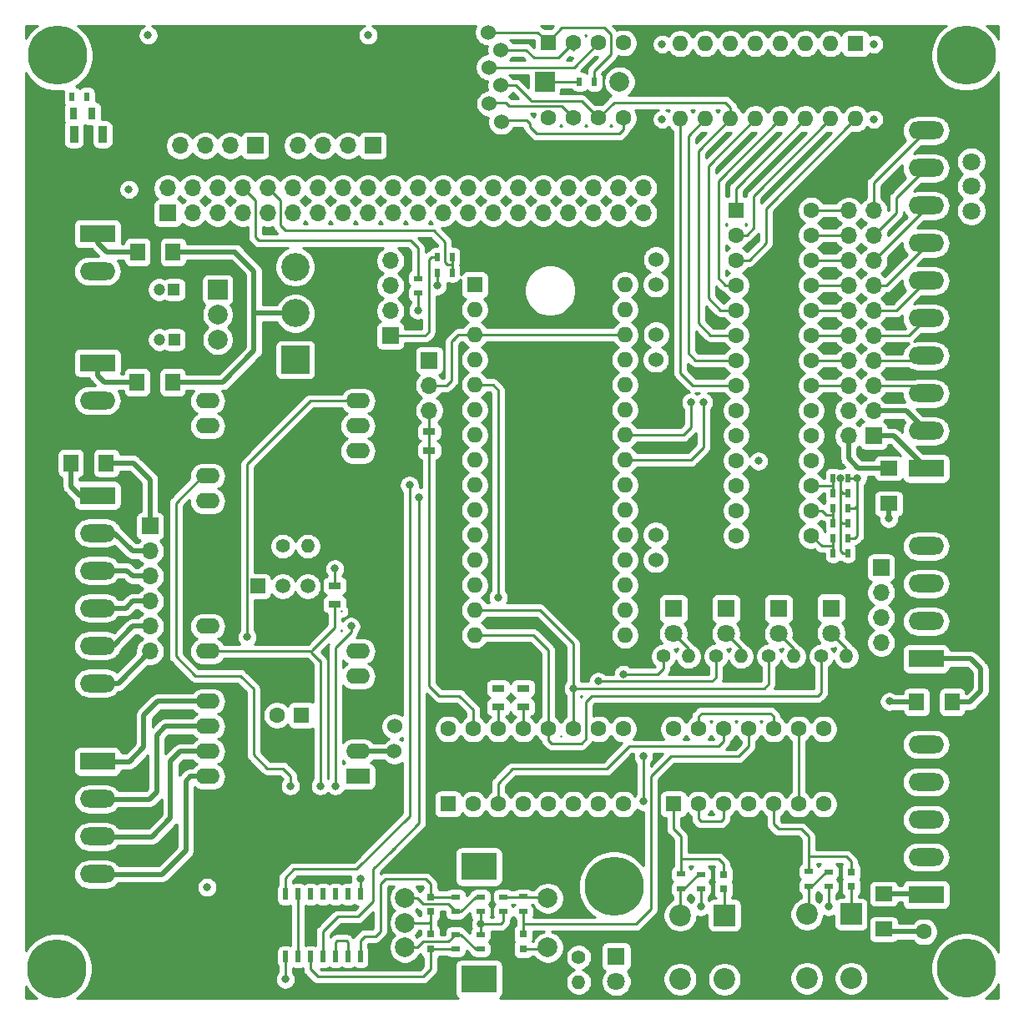
<source format=gbr>
%TF.GenerationSoftware,KiCad,Pcbnew,(5.1.6)-1*%
%TF.CreationDate,2020-11-08T21:19:26+11:00*%
%TF.ProjectId,mc13clk,6d633133-636c-46b2-9e6b-696361645f70,rev?*%
%TF.SameCoordinates,Original*%
%TF.FileFunction,Copper,L4,Bot*%
%TF.FilePolarity,Positive*%
%FSLAX46Y46*%
G04 Gerber Fmt 4.6, Leading zero omitted, Abs format (unit mm)*
G04 Created by KiCad (PCBNEW (5.1.6)-1) date 2020-11-08 21:19:26*
%MOMM*%
%LPD*%
G01*
G04 APERTURE LIST*
%TA.AperFunction,SMDPad,CuDef*%
%ADD10R,1.800000X1.500000*%
%TD*%
%TA.AperFunction,ComponentPad*%
%ADD11R,1.700000X1.700000*%
%TD*%
%TA.AperFunction,ComponentPad*%
%ADD12O,1.700000X1.700000*%
%TD*%
%TA.AperFunction,SMDPad,CuDef*%
%ADD13C,1.524000*%
%TD*%
%TA.AperFunction,SMDPad,CuDef*%
%ADD14R,1.300000X0.700000*%
%TD*%
%TA.AperFunction,ComponentPad*%
%ADD15C,1.800000*%
%TD*%
%TA.AperFunction,SMDPad,CuDef*%
%ADD16R,0.900000X1.700000*%
%TD*%
%TA.AperFunction,SMDPad,CuDef*%
%ADD17R,0.500000X0.900000*%
%TD*%
%TA.AperFunction,SMDPad,CuDef*%
%ADD18R,0.700000X1.300000*%
%TD*%
%TA.AperFunction,SMDPad,CuDef*%
%ADD19R,0.900000X0.500000*%
%TD*%
%TA.AperFunction,SMDPad,CuDef*%
%ADD20R,1.500000X1.800000*%
%TD*%
%TA.AperFunction,ComponentPad*%
%ADD21C,1.600000*%
%TD*%
%TA.AperFunction,ComponentPad*%
%ADD22R,1.600000X1.600000*%
%TD*%
%TA.AperFunction,ComponentPad*%
%ADD23C,0.800000*%
%TD*%
%TA.AperFunction,ComponentPad*%
%ADD24C,6.000000*%
%TD*%
%TA.AperFunction,ComponentPad*%
%ADD25C,1.524000*%
%TD*%
%TA.AperFunction,ComponentPad*%
%ADD26C,1.200000*%
%TD*%
%TA.AperFunction,ComponentPad*%
%ADD27R,1.200000X1.200000*%
%TD*%
%TA.AperFunction,ComponentPad*%
%ADD28C,2.850000*%
%TD*%
%TA.AperFunction,ComponentPad*%
%ADD29R,2.850000X2.850000*%
%TD*%
%TA.AperFunction,ComponentPad*%
%ADD30R,2.400000X1.600000*%
%TD*%
%TA.AperFunction,ComponentPad*%
%ADD31O,2.400000X1.600000*%
%TD*%
%TA.AperFunction,SMDPad,CuDef*%
%ADD32R,0.750000X0.800000*%
%TD*%
%TA.AperFunction,SMDPad,CuDef*%
%ADD33R,0.508000X1.143000*%
%TD*%
%TA.AperFunction,ComponentPad*%
%ADD34O,1.400000X1.400000*%
%TD*%
%TA.AperFunction,ComponentPad*%
%ADD35C,1.400000*%
%TD*%
%TA.AperFunction,ComponentPad*%
%ADD36O,1.600000X1.600000*%
%TD*%
%TA.AperFunction,ComponentPad*%
%ADD37R,1.800000X1.800000*%
%TD*%
%TA.AperFunction,ComponentPad*%
%ADD38R,3.600000X1.800000*%
%TD*%
%TA.AperFunction,ComponentPad*%
%ADD39O,3.600000X1.800000*%
%TD*%
%TA.AperFunction,ComponentPad*%
%ADD40C,1.520000*%
%TD*%
%TA.AperFunction,ComponentPad*%
%ADD41R,1.520000X1.520000*%
%TD*%
%TA.AperFunction,ComponentPad*%
%ADD42R,2.000000X2.000000*%
%TD*%
%TA.AperFunction,ComponentPad*%
%ADD43C,2.000000*%
%TD*%
%TA.AperFunction,ComponentPad*%
%ADD44C,2.200000*%
%TD*%
%TA.AperFunction,ComponentPad*%
%ADD45R,2.200000X2.200000*%
%TD*%
%TA.AperFunction,ComponentPad*%
%ADD46R,3.600000X2.800000*%
%TD*%
%TA.AperFunction,ViaPad*%
%ADD47C,0.800000*%
%TD*%
%TA.AperFunction,ViaPad*%
%ADD48C,1.600000*%
%TD*%
%TA.AperFunction,Conductor*%
%ADD49C,0.250000*%
%TD*%
%TA.AperFunction,Conductor*%
%ADD50C,0.500000*%
%TD*%
%TA.AperFunction,NonConductor*%
%ADD51C,0.254000*%
%TD*%
G04 APERTURE END LIST*
D10*
%TO.P,D1,1*%
%TO.N,VCC_5v*%
X188214000Y-88900000D03*
%TO.P,D1,2*%
%TO.N,N/C*%
X188214000Y-85300000D03*
%TD*%
D11*
%TO.P,REF\u002A\u002A,1*%
%TO.N,N/C*%
X186690000Y-82042000D03*
D12*
%TO.P,REF\u002A\u002A,2*%
X184150000Y-82042000D03*
%TO.P,REF\u002A\u002A,3*%
X186690000Y-79502000D03*
%TO.P,REF\u002A\u002A,4*%
%TO.N,VSS*%
X184150000Y-79502000D03*
%TO.P,REF\u002A\u002A,5*%
%TO.N,N/C*%
X186690000Y-76962000D03*
%TO.P,REF\u002A\u002A,6*%
X184150000Y-76962000D03*
%TO.P,REF\u002A\u002A,7*%
X186690000Y-74422000D03*
%TO.P,REF\u002A\u002A,8*%
X184150000Y-74422000D03*
%TO.P,REF\u002A\u002A,9*%
X186690000Y-71882000D03*
%TO.P,REF\u002A\u002A,10*%
X184150000Y-71882000D03*
%TO.P,REF\u002A\u002A,11*%
X186690000Y-69342000D03*
%TO.P,REF\u002A\u002A,12*%
X184150000Y-69342000D03*
%TO.P,REF\u002A\u002A,13*%
X186690000Y-66802000D03*
%TO.P,REF\u002A\u002A,14*%
X184150000Y-66802000D03*
%TO.P,REF\u002A\u002A,15*%
X186690000Y-64262000D03*
%TO.P,REF\u002A\u002A,16*%
X184150000Y-64262000D03*
%TO.P,REF\u002A\u002A,17*%
X186690000Y-61722000D03*
%TO.P,REF\u002A\u002A,18*%
X184150000Y-61722000D03*
%TO.P,REF\u002A\u002A,19*%
X186690000Y-59182000D03*
%TO.P,REF\u002A\u002A,20*%
X184150000Y-59182000D03*
%TD*%
D13*
%TO.P,Pin 6,1*%
%TO.N,N/C*%
X148844000Y-46482000D03*
%TD*%
D14*
%TO.P,0805,2*%
%TO.N,N/C*%
X132016500Y-99123500D03*
%TO.P,0805,1*%
X132016500Y-97223500D03*
%TD*%
D15*
%TO.P,REF\u002A\u002A,3*%
%TO.N,VSS*%
X196596000Y-54205500D03*
%TO.P,REF\u002A\u002A,2*%
%TO.N,N/C*%
X196596000Y-56705500D03*
%TO.P,REF\u002A\u002A,1*%
%TO.N,VCC_5v*%
X196596000Y-59205500D03*
%TD*%
D14*
%TO.P,R2,1*%
%TO.N,N/C*%
X151130000Y-109535000D03*
%TO.P,R2,2*%
X151130000Y-107635000D03*
%TD*%
%TO.P,R2,1*%
%TO.N,N/C*%
X148590000Y-109547000D03*
%TO.P,R2,2*%
X148590000Y-107647000D03*
%TD*%
%TO.P,R2,1*%
%TO.N,N/C*%
X141605000Y-81588000D03*
%TO.P,R2,2*%
X141605000Y-83488000D03*
%TD*%
D13*
%TO.P,Pin 8,1*%
%TO.N,SDA*%
X148907500Y-50165000D03*
%TD*%
%TO.P,Pin 7,1*%
%TO.N,SCL*%
X147701000Y-48323500D03*
%TD*%
%TO.P,Pin 1,1*%
%TO.N,N/C*%
X147574000Y-41084500D03*
%TD*%
D16*
%TO.P,1206,1*%
%TO.N,N/C*%
X105558000Y-51435000D03*
%TO.P,1206,2*%
X108458000Y-51435000D03*
%TD*%
D17*
%TO.P,0603,1*%
%TO.N,N/C*%
X106870500Y-47625000D03*
%TO.P,0603,2*%
X105370500Y-47625000D03*
%TD*%
D18*
%TO.P,0805,1*%
%TO.N,N/C*%
X105476000Y-49339500D03*
%TO.P,0805,2*%
X107376000Y-49339500D03*
%TD*%
D19*
%TO.P,REF\u002A\u002A,2*%
%TO.N,N/C*%
X140462000Y-67552000D03*
%TO.P,REF\u002A\u002A,1*%
%TO.N,TXD*%
X140462000Y-66052000D03*
%TD*%
D17*
%TO.P,REF\u002A\u002A,2*%
%TO.N,VSS*%
X142442500Y-63881000D03*
%TO.P,REF\u002A\u002A,1*%
%TO.N,RXD*%
X143942500Y-63881000D03*
%TD*%
D11*
%TO.P,uC RST CTL,1*%
%TO.N,N/C*%
X141605000Y-74358500D03*
D12*
%TO.P,uC RST CTL,2*%
X141605000Y-76898500D03*
%TO.P,uC RST CTL,3*%
X141605000Y-79438500D03*
%TD*%
D17*
%TO.P,vcc access,2*%
%TO.N,N/C*%
X182574500Y-93916500D03*
%TO.P,vcc access,1*%
%TO.N,VCC_5v*%
X184074500Y-93916500D03*
%TD*%
%TO.P,vcc access,1*%
%TO.N,VCC_5v*%
X184074500Y-90868500D03*
%TO.P,vcc access,2*%
%TO.N,N/C*%
X182574500Y-90868500D03*
%TD*%
%TO.P,vcc access,2*%
%TO.N,N/C*%
X182574500Y-87820500D03*
%TO.P,vcc access,1*%
%TO.N,VCC_5v*%
X184074500Y-87820500D03*
%TD*%
%TO.P,REF\u002A\u002A,2*%
%TO.N,N/C*%
X182574500Y-92392500D03*
%TO.P,REF\u002A\u002A,1*%
%TO.N,VSS*%
X184074500Y-92392500D03*
%TD*%
%TO.P,REF\u002A\u002A,1*%
%TO.N,VSS*%
X184074500Y-89344500D03*
%TO.P,REF\u002A\u002A,2*%
%TO.N,N/C*%
X182574500Y-89344500D03*
%TD*%
%TO.P,REF\u002A\u002A,2*%
%TO.N,N/C*%
X182574500Y-86296500D03*
%TO.P,REF\u002A\u002A,1*%
%TO.N,VSS*%
X184074500Y-86296500D03*
%TD*%
D20*
%TO.P,D1,1*%
%TO.N,N/C*%
X105239000Y-84772500D03*
%TO.P,D1,2*%
X108839000Y-84772500D03*
%TD*%
%TO.P,D1,2*%
%TO.N,N/C*%
X194649500Y-109029500D03*
%TO.P,D1,1*%
%TO.N,VCC_5v*%
X191049500Y-109029500D03*
%TD*%
D13*
%TO.P,Pin 3 ,1*%
%TO.N,N/C*%
X147637500Y-44640500D03*
%TD*%
%TO.P,Pin 2,1*%
%TO.N,N/C*%
X148844000Y-42862500D03*
%TD*%
D21*
%TO.P,ATTINY85,8*%
%TO.N,VCC_5v*%
X153670000Y-49784000D03*
%TO.P,ATTINY85,7*%
%TO.N,SCL*%
X156210000Y-49784000D03*
%TO.P,ATTINY85,6*%
%TO.N,N/C*%
X158750000Y-49784000D03*
%TO.P,ATTINY85,5*%
%TO.N,SDA*%
X161290000Y-49784000D03*
%TO.P,ATTINY85,4*%
%TO.N,VSS*%
X161290000Y-42164000D03*
%TO.P,ATTINY85,3*%
%TO.N,N/C*%
X158750000Y-42164000D03*
%TO.P,ATTINY85,2*%
X156210000Y-42164000D03*
D22*
%TO.P,ATTINY85,1*%
X153670000Y-42164000D03*
%TD*%
D12*
%TO.P,REF\u002A\u002A,4*%
%TO.N,VCC_5v*%
X187452000Y-102997000D03*
%TO.P,REF\u002A\u002A,3*%
%TO.N,SDA*%
X187452000Y-100457000D03*
%TO.P,REF\u002A\u002A,2*%
%TO.N,SCL*%
X187452000Y-97917000D03*
D11*
%TO.P,REF\u002A\u002A,1*%
%TO.N,VSS*%
X187452000Y-95377000D03*
%TD*%
%TO.P,REF\u002A\u002A,1*%
%TO.N,VSS*%
X123952000Y-52578000D03*
D12*
%TO.P,REF\u002A\u002A,2*%
%TO.N,SCL*%
X121412000Y-52578000D03*
%TO.P,REF\u002A\u002A,3*%
%TO.N,SDA*%
X118872000Y-52578000D03*
%TO.P,REF\u002A\u002A,4*%
%TO.N,VCC_3.3v*%
X116332000Y-52578000D03*
%TD*%
D23*
%TO.P,REF\u002A\u002A,1*%
%TO.N,VSS*%
X161941190Y-126145610D03*
X160350200Y-125486600D03*
X158759210Y-126145610D03*
X158100200Y-127736600D03*
X158759210Y-129327590D03*
X160350200Y-129986600D03*
X161941190Y-129327590D03*
X162600200Y-127736600D03*
D24*
X160350200Y-127736600D03*
%TD*%
D25*
%TO.P,5V Tie,2*%
%TO.N,N/C*%
X164592000Y-74295000D03*
%TO.P,5V Tie,1*%
%TO.N,VCC_5v*%
X164612000Y-71755000D03*
%TD*%
D17*
%TO.P,REF\u002A\u002A,1*%
%TO.N,RXD*%
X143942500Y-65468500D03*
%TO.P,REF\u002A\u002A,2*%
%TO.N,N/C*%
X142442500Y-65468500D03*
%TD*%
%TO.P,REF\u002A\u002A,1*%
%TO.N,N/C*%
X156857000Y-46101000D03*
%TO.P,REF\u002A\u002A,2*%
X158357000Y-46101000D03*
%TD*%
D25*
%TO.P,Vout Tie,2*%
%TO.N,VOUT*%
X138049000Y-114046000D03*
%TO.P,Vout Tie,1*%
%TO.N,VCC_5v*%
X138069000Y-111506000D03*
%TD*%
%TO.P,Vin Tie,1*%
%TO.N,VIN*%
X164617400Y-64135000D03*
%TO.P,Vin Tie,2*%
X164597400Y-66675000D03*
%TD*%
D26*
%TO.P,C1,2*%
%TO.N,GND*%
X114197000Y-67183000D03*
D27*
%TO.P,C1,1*%
%TO.N,VIN*%
X115697000Y-67183000D03*
%TD*%
D25*
%TO.P,3V3 Tie,2*%
%TO.N,VCC_3.3v*%
X164572000Y-94615000D03*
%TO.P,3V3 Tie,1*%
X164592000Y-92075000D03*
%TD*%
D12*
%TO.P,RPI2-40,40*%
%TO.N,N/C*%
X163322000Y-56896000D03*
%TO.P,RPI2-40,39*%
%TO.N,VSS*%
X163322000Y-59436000D03*
%TO.P,RPI2-40,38*%
%TO.N,N/C*%
X160782000Y-56896000D03*
%TO.P,RPI2-40,37*%
X160782000Y-59436000D03*
%TO.P,RPI2-40,36*%
X158242000Y-56896000D03*
%TO.P,RPI2-40,35*%
X158242000Y-59436000D03*
%TO.P,RPI2-40,34*%
%TO.N,VSS*%
X155702000Y-56896000D03*
%TO.P,RPI2-40,33*%
%TO.N,N/C*%
X155702000Y-59436000D03*
%TO.P,RPI2-40,32*%
X153162000Y-56896000D03*
%TO.P,RPI2-40,31*%
X153162000Y-59436000D03*
%TO.P,RPI2-40,30*%
%TO.N,VSS*%
X150622000Y-56896000D03*
%TO.P,RPI2-40,29*%
%TO.N,N/C*%
X150622000Y-59436000D03*
%TO.P,RPI2-40,28 ID*%
%TO.N,SCL*%
X148082000Y-56896000D03*
%TO.P,RPI2-40,27 ID*%
%TO.N,SDA*%
X148082000Y-59436000D03*
%TO.P,RPI2-40,26*%
%TO.N,N/C*%
X145542000Y-56896000D03*
%TO.P,RPI2-40,25*%
%TO.N,VSS*%
X145542000Y-59436000D03*
%TO.P,RPI2-40,24*%
%TO.N,N/C*%
X143002000Y-56896000D03*
%TO.P,RPI2-40,23*%
X143002000Y-59436000D03*
%TO.P,RPI2-40,22*%
X140462000Y-56896000D03*
%TO.P,RPI2-40,21*%
X140462000Y-59436000D03*
%TO.P,RPI2-40,20*%
%TO.N,VSS*%
X137922000Y-56896000D03*
%TO.P,RPI2-40,19*%
%TO.N,N/C*%
X137922000Y-59436000D03*
%TO.P,RPI2-40,18*%
X135382000Y-56896000D03*
%TO.P,RPI2-40,17*%
%TO.N,VCC_3.3v*%
X135382000Y-59436000D03*
%TO.P,RPI2-40,16*%
%TO.N,N/C*%
X132842000Y-56896000D03*
%TO.P,RPI2-40,15*%
X132842000Y-59436000D03*
%TO.P,RPI2-40,14*%
%TO.N,VSS*%
X130302000Y-56896000D03*
%TO.P,RPI2-40,13*%
%TO.N,N/C*%
X130302000Y-59436000D03*
%TO.P,RPI2-40,12*%
X127762000Y-56896000D03*
%TO.P,RPI2-40,11*%
X127762000Y-59436000D03*
%TO.P,RPI2-40,10*%
%TO.N,RXD*%
X125222000Y-56896000D03*
%TO.P,RPI2-40,9*%
%TO.N,VSS*%
X125222000Y-59436000D03*
%TO.P,RPI2-40,8*%
%TO.N,TXD*%
X122682000Y-56896000D03*
%TO.P,RPI2-40,7*%
%TO.N,N/C*%
X122682000Y-59436000D03*
%TO.P,RPI2-40,6*%
%TO.N,VSS*%
X120142000Y-56896000D03*
%TO.P,RPI2-40,5*%
%TO.N,SCL*%
X120142000Y-59436000D03*
%TO.P,RPI2-40,4*%
%TO.N,VCC_5v*%
X117602000Y-56896000D03*
%TO.P,RPI2-40,3*%
%TO.N,SDA*%
X117602000Y-59436000D03*
%TO.P,RPI2-40,2*%
%TO.N,VCC_5v*%
X115062000Y-56896000D03*
D11*
%TO.P,RPI2-40,1*%
%TO.N,VCC_3.3v*%
X115062000Y-59436000D03*
%TD*%
D12*
%TO.P,REF\u002A\u002A,4*%
%TO.N,VCC_3.3v*%
X128270000Y-52578000D03*
%TO.P,REF\u002A\u002A,3*%
%TO.N,TXD*%
X130810000Y-52578000D03*
%TO.P,REF\u002A\u002A,2*%
%TO.N,RXD*%
X133350000Y-52578000D03*
D11*
%TO.P,REF\u002A\u002A,1*%
%TO.N,VSS*%
X135890000Y-52578000D03*
%TD*%
D28*
%TO.P,OFF,3*%
%TO.N,N/C*%
X128016000Y-64895000D03*
%TO.P,OFF,2*%
%TO.N,VIN*%
X128016000Y-69595000D03*
D29*
%TO.P,OFF,1*%
X128016000Y-74295000D03*
%TD*%
D27*
%TO.P,C2,1*%
%TO.N,VCC_5v*%
X115722400Y-72263000D03*
D26*
%TO.P,C2,2*%
%TO.N,GND*%
X114222400Y-72263000D03*
%TD*%
D21*
%TO.P,U3,28*%
%TO.N,N/C*%
X180340000Y-59120000D03*
%TO.P,U3,27*%
X180340000Y-61660000D03*
%TO.P,U3,26*%
X180340000Y-64200000D03*
%TO.P,U3,25*%
X180340000Y-66740000D03*
%TO.P,U3,24*%
X180340000Y-69280000D03*
%TO.P,U3,23*%
X180340000Y-71820000D03*
%TO.P,U3,22*%
X180340000Y-74360000D03*
%TO.P,U3,21*%
X180340000Y-76900000D03*
%TO.P,U3,20 INTA*%
X180340000Y-79440000D03*
%TO.P,U3,19 INTB*%
X180340000Y-81980000D03*
%TO.P,U3,18*%
X180340000Y-84520000D03*
%TO.P,U3,17*%
X180340000Y-87060000D03*
%TO.P,U3,16*%
X180340000Y-89600000D03*
%TO.P,U3,15*%
X180340000Y-92140000D03*
%TO.P,U3,14*%
X172720000Y-92140000D03*
%TO.P,U3,13*%
%TO.N,SDA*%
X172720000Y-89600000D03*
%TO.P,U3,12*%
%TO.N,SCL*%
X172720000Y-87060000D03*
%TO.P,U3,11*%
%TO.N,N/C*%
X172720000Y-84520000D03*
%TO.P,U3,10*%
%TO.N,VSS*%
X172720000Y-81980000D03*
%TO.P,U3,9*%
%TO.N,VCC_5v*%
X172720000Y-79440000D03*
%TO.P,U3,8*%
%TO.N,N/C*%
X172720000Y-76900000D03*
%TO.P,U3,7*%
X172720000Y-74360000D03*
%TO.P,U3,6*%
X172720000Y-71820000D03*
%TO.P,U3,5*%
X172720000Y-69280000D03*
%TO.P,U3,4*%
X172720000Y-66740000D03*
%TO.P,U3,3*%
X172720000Y-64200000D03*
%TO.P,U3,2*%
X172720000Y-61660000D03*
D22*
%TO.P,U3,1*%
X172720000Y-59120000D03*
%TD*%
D11*
%TO.P,REF\u002A\u002A,1*%
%TO.N,VSS*%
X137668000Y-71882000D03*
D12*
%TO.P,REF\u002A\u002A,2 RXD*%
%TO.N,N/C*%
X137668000Y-69342000D03*
%TO.P,REF\u002A\u002A,3 TXD*%
X137668000Y-66802000D03*
%TO.P,REF\u002A\u002A,4*%
%TO.N,VCC_5v*%
X137668000Y-64262000D03*
%TD*%
D30*
%TO.P,d,1*%
%TO.N,VSS*%
X134366000Y-116586000D03*
D31*
%TO.P,d,17*%
%TO.N,VIN*%
X119126000Y-78486000D03*
%TO.P,d,2*%
%TO.N,VOUT*%
X134366000Y-114046000D03*
%TO.P,d,18*%
%TO.N,GND*%
X119126000Y-81026000D03*
%TO.P,d,20*%
%TO.N,N/C*%
X119126000Y-86106000D03*
%TO.P,d,5*%
X134366000Y-106426000D03*
%TO.P,d,21*%
X119126000Y-88646000D03*
%TO.P,d,6*%
X134366000Y-103886000D03*
%TO.P,d,26*%
X119126000Y-101346000D03*
%TO.P,d,27*%
X119126000Y-103886000D03*
%TO.P,d,29*%
X119126000Y-108966000D03*
%TO.P,d,14*%
X134366000Y-83566000D03*
%TO.P,d,30*%
X119126000Y-111506000D03*
%TO.P,d,15*%
X134366000Y-81026000D03*
%TO.P,d,31*%
X119126000Y-114046000D03*
%TO.P,d,16*%
X134366000Y-78486000D03*
%TO.P,d,32*%
X119126000Y-116586000D03*
%TD*%
D32*
%TO.P,REF\u002A\u002A,2*%
%TO.N,VSS*%
X184404000Y-127762000D03*
%TO.P,REF\u002A\u002A,1*%
%TO.N,N/C*%
X184404000Y-126262000D03*
%TD*%
D19*
%TO.P,REF\u002A\u002A,1*%
%TO.N,N/C*%
X180086000Y-126238000D03*
%TO.P,REF\u002A\u002A,2*%
X180086000Y-127738000D03*
%TD*%
%TO.P,REF\u002A\u002A,2*%
%TO.N,VCC_5v*%
X182118000Y-127750000D03*
%TO.P,REF\u002A\u002A,1*%
%TO.N,N/C*%
X182118000Y-126250000D03*
%TD*%
%TO.P,REF\u002A\u002A,1*%
%TO.N,N/C*%
X169164000Y-126504000D03*
%TO.P,REF\u002A\u002A,2*%
%TO.N,VCC_5v*%
X169164000Y-128004000D03*
%TD*%
D32*
%TO.P,REF\u002A\u002A,1*%
%TO.N,N/C*%
X171450000Y-126516000D03*
%TO.P,REF\u002A\u002A,2*%
%TO.N,VSS*%
X171450000Y-128016000D03*
%TD*%
D19*
%TO.P,REF\u002A\u002A,2*%
%TO.N,N/C*%
X167132000Y-127992000D03*
%TO.P,REF\u002A\u002A,1*%
X167132000Y-126492000D03*
%TD*%
D33*
%TO.P,U4,1*%
%TO.N,N/C*%
X134620000Y-134874000D03*
%TO.P,U4,2*%
X133350000Y-134874000D03*
%TO.P,U4,3*%
X132080000Y-134874000D03*
%TO.P,U4,4*%
X130810000Y-134874000D03*
%TO.P,U4,5*%
X129540000Y-134874000D03*
%TO.P,U4,6*%
X128270000Y-134874000D03*
%TO.P,U4,7*%
%TO.N,VSS*%
X127000000Y-134874000D03*
%TO.P,U4,8*%
%TO.N,N/C*%
X127000000Y-128524000D03*
%TO.P,U4,9*%
X128270000Y-128524000D03*
%TO.P,U4,11*%
X130810000Y-128524000D03*
%TO.P,U4,12*%
X132080000Y-128524000D03*
%TO.P,U4,13*%
X133350000Y-128524000D03*
%TO.P,U4,14*%
%TO.N,VCC_5v*%
X134620000Y-128524000D03*
%TO.P,U4,10*%
%TO.N,N/C*%
X129540000Y-128524000D03*
%TD*%
D19*
%TO.P,REF\u002A\u002A,1*%
%TO.N,N/C*%
X151130000Y-128778000D03*
%TO.P,REF\u002A\u002A,2*%
X151130000Y-130278000D03*
%TD*%
%TO.P,REF\u002A\u002A,2*%
%TO.N,VCC_5v*%
X149098000Y-130290000D03*
%TO.P,REF\u002A\u002A,1*%
%TO.N,N/C*%
X149098000Y-128790000D03*
%TD*%
D32*
%TO.P,REF\u002A\u002A,2*%
%TO.N,VSS*%
X151130000Y-134088000D03*
%TO.P,REF\u002A\u002A,1*%
%TO.N,N/C*%
X151130000Y-132588000D03*
%TD*%
%TO.P,REF\u002A\u002A,2*%
%TO.N,VSS*%
X141732000Y-130302000D03*
%TO.P,REF\u002A\u002A,1*%
%TO.N,N/C*%
X141732000Y-128802000D03*
%TD*%
%TO.P,REF\u002A\u002A,1*%
%TO.N,N/C*%
X141732000Y-134088000D03*
%TO.P,REF\u002A\u002A,2*%
%TO.N,VSS*%
X141732000Y-132588000D03*
%TD*%
D19*
%TO.P,REF\u002A\u002A,2*%
%TO.N,N/C*%
X144272000Y-132600000D03*
%TO.P,REF\u002A\u002A,1*%
X144272000Y-134100000D03*
%TD*%
%TO.P,REF\u002A\u002A,1*%
%TO.N,N/C*%
X144272000Y-128790000D03*
%TO.P,REF\u002A\u002A,2*%
X144272000Y-130290000D03*
%TD*%
%TO.P,REF\u002A\u002A,2*%
%TO.N,VCC_5v*%
X146812000Y-130302000D03*
%TO.P,REF\u002A\u002A,1*%
%TO.N,N/C*%
X146812000Y-128802000D03*
%TD*%
%TO.P,REF\u002A\u002A,1*%
%TO.N,N/C*%
X146812000Y-134100000D03*
%TO.P,REF\u002A\u002A,2*%
%TO.N,VCC_5v*%
X146812000Y-132600000D03*
%TD*%
D22*
%TO.P,C1,1*%
%TO.N,VCC_5v*%
X128651000Y-110363000D03*
D21*
%TO.P,C1,2*%
%TO.N,VSS*%
X126151000Y-110363000D03*
%TD*%
D34*
%TO.P,REF\u002A\u002A,2*%
%TO.N,N/C*%
X183896000Y-104394000D03*
D35*
%TO.P,REF\u002A\u002A,1*%
X181356000Y-104394000D03*
%TD*%
%TO.P,REF\u002A\u002A,1*%
%TO.N,N/C*%
X176022000Y-104394000D03*
D34*
%TO.P,REF\u002A\u002A,2*%
X178562000Y-104394000D03*
%TD*%
%TO.P,REF\u002A\u002A,2*%
%TO.N,N/C*%
X173228000Y-104394000D03*
D35*
%TO.P,REF\u002A\u002A,1*%
X170688000Y-104394000D03*
%TD*%
%TO.P,REF\u002A\u002A,1*%
%TO.N,N/C*%
X165354000Y-104394000D03*
D34*
%TO.P,REF\u002A\u002A,2*%
X167894000Y-104394000D03*
%TD*%
D11*
%TO.P,REF\u002A\u002A,1*%
%TO.N,N/C*%
X113284000Y-91186000D03*
D12*
%TO.P,REF\u002A\u002A,2*%
X113284000Y-93726000D03*
%TO.P,REF\u002A\u002A,3*%
X113284000Y-96266000D03*
%TO.P,REF\u002A\u002A,4*%
X113284000Y-98806000D03*
%TO.P,REF\u002A\u002A,5*%
X113284000Y-101346000D03*
%TO.P,REF\u002A\u002A,6*%
X113284000Y-103886000D03*
%TD*%
D34*
%TO.P,REF\u002A\u002A,2*%
%TO.N,N/C*%
X156768800Y-137439400D03*
D35*
%TO.P,REF\u002A\u002A,1*%
X156768800Y-134899400D03*
%TD*%
D10*
%TO.P,FUSE,1*%
%TO.N,VIN*%
X187706000Y-128480000D03*
%TO.P,FUSE,2*%
X187706000Y-132080000D03*
%TD*%
D20*
%TO.P,D2,1*%
%TO.N,VIN*%
X112014000Y-63373000D03*
%TO.P,D2,2*%
X115614000Y-63373000D03*
%TD*%
%TO.P,D1,2*%
%TO.N,VIN*%
X115570000Y-76581000D03*
%TO.P,D1,1*%
X111970000Y-76581000D03*
%TD*%
D22*
%TO.P,REF\u002A\u002A,1*%
%TO.N,N/C*%
X146215100Y-66700400D03*
D36*
%TO.P,REF\u002A\u002A,17*%
%TO.N,VCC_3.3v*%
X161455100Y-99720400D03*
%TO.P,REF\u002A\u002A,2*%
%TO.N,N/C*%
X146215100Y-69240400D03*
%TO.P,REF\u002A\u002A,18*%
X161455100Y-97180400D03*
%TO.P,REF\u002A\u002A,3*%
X146215100Y-71780400D03*
%TO.P,REF\u002A\u002A,19*%
X161455100Y-94640400D03*
%TO.P,REF\u002A\u002A,4*%
%TO.N,VSS*%
X146215100Y-74320400D03*
%TO.P,REF\u002A\u002A,20*%
%TO.N,N/C*%
X161455100Y-92100400D03*
%TO.P,REF\u002A\u002A,5*%
X146215100Y-76860400D03*
%TO.P,REF\u002A\u002A,21*%
X161455100Y-89560400D03*
%TO.P,REF\u002A\u002A,6*%
X146215100Y-79400400D03*
%TO.P,REF\u002A\u002A,22*%
X161455100Y-87020400D03*
%TO.P,REF\u002A\u002A,7*%
X146215100Y-81940400D03*
%TO.P,REF\u002A\u002A,23 SDA*%
%TO.N,SDA*%
X161455100Y-84480400D03*
%TO.P,REF\u002A\u002A,8*%
%TO.N,N/C*%
X146215100Y-84480400D03*
%TO.P,REF\u002A\u002A,24 SCL*%
%TO.N,SCL*%
X161455100Y-81940400D03*
%TO.P,REF\u002A\u002A,9*%
%TO.N,N/C*%
X146215100Y-87020400D03*
%TO.P,REF\u002A\u002A,25*%
X161455100Y-79400400D03*
%TO.P,REF\u002A\u002A,10*%
X146215100Y-89560400D03*
%TO.P,REF\u002A\u002A,26*%
X161455100Y-76860400D03*
%TO.P,REF\u002A\u002A,11*%
X146215100Y-92100400D03*
%TO.P,REF\u002A\u002A,27 VCC*%
X161455100Y-74320400D03*
%TO.P,REF\u002A\u002A,12*%
X146215100Y-94640400D03*
%TO.P,REF\u002A\u002A,28*%
X161455100Y-71780400D03*
%TO.P,REF\u002A\u002A,13*%
X146215100Y-97180400D03*
%TO.P,REF\u002A\u002A,29*%
%TO.N,VSS*%
X161455100Y-69240400D03*
%TO.P,REF\u002A\u002A,14*%
%TO.N,N/C*%
X146215100Y-99720400D03*
%TO.P,REF\u002A\u002A,30*%
%TO.N,VIN*%
X161455100Y-66700400D03*
%TO.P,REF\u002A\u002A,15*%
%TO.N,N/C*%
X146215100Y-102260400D03*
%TO.P,REF\u002A\u002A,16*%
X161455100Y-102260400D03*
%TD*%
D15*
%TO.P,REF\u002A\u002A,2*%
%TO.N,N/C*%
X171704000Y-102108000D03*
D37*
%TO.P,REF\u002A\u002A,1*%
%TO.N,VSS*%
X171704000Y-99568000D03*
%TD*%
D38*
%TO.P,CON2,1*%
%TO.N,N/C*%
X107950000Y-88060000D03*
D39*
%TO.P,CON2,2*%
X107950000Y-91870000D03*
%TO.P,CON2,3*%
X107950000Y-95680000D03*
%TO.P,CON2,4*%
X107950000Y-99490000D03*
%TO.P,CON2,5*%
X107950000Y-103300000D03*
%TO.P,CON2,6*%
X107950000Y-107110000D03*
%TD*%
D40*
%TO.P,REF\u002A\u002A,2*%
%TO.N,N/C*%
X126746000Y-97282000D03*
%TO.P,REF\u002A\u002A,3*%
%TO.N,VCC_5v*%
X129286000Y-97282000D03*
D41*
%TO.P,REF\u002A\u002A,1*%
%TO.N,VSS*%
X124206000Y-97282000D03*
%TD*%
D34*
%TO.P,R2,2*%
%TO.N,VCC_5v*%
X129286000Y-93218000D03*
D35*
%TO.P,R2,1*%
%TO.N,N/C*%
X126746000Y-93218000D03*
%TD*%
D42*
%TO.P,5v REG,1*%
%TO.N,VIN*%
X120142000Y-67183000D03*
D43*
%TO.P,5v REG,2*%
%TO.N,GND*%
X120142000Y-69723000D03*
%TO.P,5v REG,3*%
%TO.N,VCC_5v*%
X120142000Y-72263000D03*
%TD*%
D15*
%TO.P,REF\u002A\u002A,2*%
%TO.N,N/C*%
X160578800Y-137388600D03*
D37*
%TO.P,REF\u002A\u002A,1*%
%TO.N,VSS*%
X160578800Y-134848600D03*
%TD*%
%TO.P,REF\u002A\u002A,1*%
%TO.N,VSS*%
X166370000Y-99568000D03*
D15*
%TO.P,REF\u002A\u002A,2*%
%TO.N,N/C*%
X166370000Y-102108000D03*
%TD*%
%TO.P,REF\u002A\u002A,2*%
%TO.N,N/C*%
X177038000Y-102106000D03*
D37*
%TO.P,REF\u002A\u002A,1*%
%TO.N,VSS*%
X177038000Y-99566000D03*
%TD*%
%TO.P,REF\u002A\u002A,1*%
%TO.N,VSS*%
X182372000Y-99486000D03*
D15*
%TO.P,REF\u002A\u002A,2*%
%TO.N,N/C*%
X182372000Y-102026000D03*
%TD*%
D39*
%TO.P,CON6,4*%
%TO.N,VSS*%
X192024000Y-93218000D03*
%TO.P,CON6,3*%
%TO.N,SCL*%
X192024000Y-97028000D03*
%TO.P,CON6,2*%
%TO.N,SDA*%
X192024000Y-100838000D03*
D38*
%TO.P,CON6,1*%
%TO.N,N/C*%
X192024000Y-104648000D03*
%TD*%
D39*
%TO.P,CON3,2*%
%TO.N,GND*%
X107950000Y-78430000D03*
D38*
%TO.P,CON3,1*%
%TO.N,VIN*%
X107950000Y-74620000D03*
%TD*%
%TO.P,CON5,1*%
%TO.N,VIN*%
X192024000Y-128570000D03*
D39*
%TO.P,CON5,2*%
%TO.N,GND*%
X192024000Y-124760000D03*
%TO.P,CON5,3*%
%TO.N,N/C*%
X192024000Y-120950000D03*
%TO.P,CON5,4*%
X192024000Y-117140000D03*
%TO.P,CON5,5*%
X192024000Y-113330000D03*
%TD*%
D38*
%TO.P,CON7,1*%
%TO.N,N/C*%
X192024000Y-85340000D03*
D39*
%TO.P,CON7,2*%
X192024000Y-81530000D03*
%TO.P,CON7,3*%
X192024000Y-77720000D03*
%TO.P,CON7,4*%
X192024000Y-73910000D03*
%TO.P,CON7,5*%
X192024000Y-70100000D03*
%TO.P,CON7,6*%
X192024000Y-66290000D03*
%TO.P,CON7,7*%
X192024000Y-62480000D03*
%TO.P,CON7,8*%
X192024000Y-58670000D03*
%TO.P,CON7,9*%
X192024000Y-54860000D03*
%TO.P,CON7,10*%
X192024000Y-51050000D03*
%TD*%
D38*
%TO.P,CON1,1*%
%TO.N,N/C*%
X107950000Y-115062000D03*
D39*
%TO.P,CON1,2*%
X107950000Y-118872000D03*
%TO.P,CON1,3*%
X107950000Y-122682000D03*
%TO.P,CON1,4*%
X107950000Y-126492000D03*
%TD*%
D38*
%TO.P,CON4,1*%
%TO.N,VIN*%
X107950000Y-61510000D03*
D39*
%TO.P,CON4,2*%
%TO.N,GND*%
X107950000Y-65320000D03*
%TD*%
D23*
%TO.P,REF\u002A\u002A,1*%
%TO.N,VSS*%
X105416980Y-134486020D03*
X103825990Y-133827010D03*
X102235000Y-134486020D03*
X101575990Y-136077010D03*
X102235000Y-137668000D03*
X103825990Y-138327010D03*
X105416980Y-137668000D03*
X106075990Y-136077010D03*
D24*
X103825990Y-136077010D03*
%TD*%
%TO.P,REF\u002A\u002A,1*%
%TO.N,VSS*%
X196088000Y-136017000D03*
D23*
X198338000Y-136017000D03*
X197678990Y-137607990D03*
X196088000Y-138267000D03*
X194497010Y-137607990D03*
X193838000Y-136017000D03*
X194497010Y-134426010D03*
X196088000Y-133767000D03*
X197678990Y-134426010D03*
%TD*%
%TO.P,REF\u002A\u002A,1*%
%TO.N,VSS*%
X197678990Y-41843010D03*
X196088000Y-41184000D03*
X194497010Y-41843010D03*
X193838000Y-43434000D03*
X194497010Y-45024990D03*
X196088000Y-45684000D03*
X197678990Y-45024990D03*
X198338000Y-43434000D03*
D24*
X196088000Y-43434000D03*
%TD*%
%TO.P,REF\u002A\u002A,1*%
%TO.N,VSS*%
X103886000Y-43434000D03*
D23*
X106136000Y-43434000D03*
X105476990Y-45024990D03*
X103886000Y-45684000D03*
X102295010Y-45024990D03*
X101636000Y-43434000D03*
X102295010Y-41843010D03*
X103886000Y-41184000D03*
X105476990Y-41843010D03*
%TD*%
D22*
%TO.P,REF\u002A\u002A,1*%
%TO.N,VSS*%
X184860000Y-42240000D03*
D36*
%TO.P,REF\u002A\u002A,9*%
%TO.N,N/C*%
X167080000Y-49860000D03*
%TO.P,REF\u002A\u002A,2*%
%TO.N,VSS*%
X182320000Y-42240000D03*
%TO.P,REF\u002A\u002A,10*%
%TO.N,N/C*%
X169620000Y-49860000D03*
%TO.P,REF\u002A\u002A,3*%
%TO.N,VSS*%
X179780000Y-42240000D03*
%TO.P,REF\u002A\u002A,11*%
%TO.N,N/C*%
X172160000Y-49860000D03*
%TO.P,REF\u002A\u002A,4*%
%TO.N,VSS*%
X177240000Y-42240000D03*
%TO.P,REF\u002A\u002A,12*%
%TO.N,N/C*%
X174700000Y-49860000D03*
%TO.P,REF\u002A\u002A,5*%
%TO.N,VSS*%
X174700000Y-42240000D03*
%TO.P,REF\u002A\u002A,13*%
%TO.N,N/C*%
X177240000Y-49860000D03*
%TO.P,REF\u002A\u002A,6*%
%TO.N,VSS*%
X172160000Y-42240000D03*
%TO.P,REF\u002A\u002A,14*%
%TO.N,N/C*%
X179780000Y-49860000D03*
%TO.P,REF\u002A\u002A,7*%
%TO.N,VSS*%
X169620000Y-42240000D03*
%TO.P,REF\u002A\u002A,15*%
%TO.N,N/C*%
X182320000Y-49860000D03*
%TO.P,REF\u002A\u002A,8*%
%TO.N,VSS*%
X167080000Y-42240000D03*
%TO.P,REF\u002A\u002A,16*%
%TO.N,N/C*%
X184860000Y-49860000D03*
%TD*%
D42*
%TO.P,BUZZ1,1*%
%TO.N,N/C*%
X153309000Y-46101000D03*
D43*
%TO.P,BUZZ1,2*%
%TO.N,VSS*%
X160909000Y-46101000D03*
%TD*%
D44*
%TO.P,REF\u002A\u002A,3*%
%TO.N,N/C*%
X179904000Y-130556000D03*
%TO.P,REF\u002A\u002A,4*%
X179904000Y-137056000D03*
%TO.P,REF\u002A\u002A,2*%
X184404000Y-137056000D03*
D45*
%TO.P,REF\u002A\u002A,1*%
%TO.N,VSS*%
X184404000Y-130556000D03*
%TD*%
D44*
%TO.P,REF\u002A\u002A,3*%
%TO.N,N/C*%
X167050000Y-130650000D03*
%TO.P,REF\u002A\u002A,4*%
X167050000Y-137150000D03*
%TO.P,REF\u002A\u002A,2*%
X171550000Y-137150000D03*
D45*
%TO.P,REF\u002A\u002A,1*%
%TO.N,VSS*%
X171550000Y-130650000D03*
%TD*%
D43*
%TO.P,REF\u002A\u002A,B*%
%TO.N,N/C*%
X139140000Y-133930000D03*
%TO.P,REF\u002A\u002A,C*%
%TO.N,VSS*%
X139140000Y-131430000D03*
%TO.P,REF\u002A\u002A,A*%
%TO.N,N/C*%
X139140000Y-128930000D03*
%TO.P,REF\u002A\u002A,2*%
%TO.N,VSS*%
X153640000Y-133930000D03*
%TO.P,REF\u002A\u002A,1*%
%TO.N,N/C*%
X153640000Y-128930000D03*
D46*
%TO.P,REF\u002A\u002A,3*%
%TO.N,VSS*%
X146640000Y-137130000D03*
X146640000Y-125730000D03*
%TD*%
D21*
%TO.P,U2,9*%
%TO.N,N/C*%
X161290000Y-111760000D03*
%TO.P,U2,8*%
%TO.N,VSS*%
X161290000Y-119380000D03*
%TO.P,U2,16*%
%TO.N,VCC_5v*%
X143510000Y-111760000D03*
%TO.P,U2,15*%
%TO.N,N/C*%
X146050000Y-111760000D03*
%TO.P,U2,14*%
X148590000Y-111760000D03*
%TO.P,U2,13*%
X151130000Y-111760000D03*
%TO.P,U2,12*%
X153670000Y-111760000D03*
%TO.P,U2,11*%
X156210000Y-111760000D03*
%TO.P,U2,10*%
X158750000Y-111760000D03*
%TO.P,U2,7*%
X158750000Y-119380000D03*
%TO.P,U2,6*%
%TO.N,VCC_5v*%
X156210000Y-119380000D03*
%TO.P,U2,5*%
%TO.N,VSS*%
X153670000Y-119380000D03*
%TO.P,U2,4*%
X151130000Y-119380000D03*
%TO.P,U2,3*%
%TO.N,N/C*%
X148590000Y-119380000D03*
%TO.P,U2,2*%
X146050000Y-119380000D03*
D22*
%TO.P,U2,1*%
X143510000Y-119380000D03*
%TD*%
D21*
%TO.P,U1,14*%
%TO.N,VCC_5v*%
X166370000Y-111760000D03*
%TO.P,U1,13*%
%TO.N,N/C*%
X168910000Y-111760000D03*
%TO.P,U1,12*%
X171450000Y-111760000D03*
%TO.P,U1,11*%
X173990000Y-111760000D03*
%TO.P,U1,10*%
X176530000Y-111760000D03*
%TO.P,U1,9*%
X179070000Y-111760000D03*
%TO.P,U1,8*%
X181610000Y-111760000D03*
%TO.P,U1,7*%
%TO.N,VSS*%
X181610000Y-119380000D03*
%TO.P,U1,6*%
%TO.N,N/C*%
X179070000Y-119380000D03*
%TO.P,U1,5*%
X176530000Y-119380000D03*
%TO.P,U1,4*%
X173990000Y-119380000D03*
%TO.P,U1,3*%
X171450000Y-119380000D03*
%TO.P,U1,2*%
X168910000Y-119380000D03*
D22*
%TO.P,U1,1*%
X166370000Y-119380000D03*
%TD*%
D47*
%TO.N,*%
X163322000Y-114554000D03*
X163322000Y-119126000D03*
X148590000Y-98425000D03*
X139598400Y-87020400D03*
X140589000Y-88265000D03*
X140462000Y-69278500D03*
X142430500Y-66802000D03*
X161290000Y-106235500D03*
X158750000Y-106934000D03*
X156210000Y-107632500D03*
X132016500Y-95504000D03*
X119062500Y-127825500D03*
X130556000Y-117538500D03*
X132080000Y-117538500D03*
X133667500Y-101346000D03*
X123126500Y-102431001D03*
X127508000Y-117538500D03*
%TO.N,VCC_5v*%
X175006000Y-84582000D03*
X134620000Y-127000000D03*
X169164000Y-129794000D03*
X146812000Y-131572000D03*
X182118000Y-129794000D03*
X188277500Y-108966000D03*
X188214000Y-90424000D03*
X111125000Y-57023000D03*
X183324500Y-86296500D03*
%TO.N,SCL*%
X168148000Y-78613000D03*
%TO.N,SDA*%
X169418000Y-78613000D03*
D48*
%TO.N,VIN*%
X191770000Y-132334000D03*
D47*
%TO.N,VSS*%
X127000000Y-137160000D03*
X135407400Y-41376600D03*
X113080800Y-41376600D03*
X186690000Y-49911000D03*
X186690000Y-42291000D03*
X165227000Y-42291000D03*
X165227000Y-49911000D03*
X185039000Y-86296500D03*
%TD*%
D49*
%TO.N,*%
X108150000Y-118890000D02*
X109450000Y-118890000D01*
X108150000Y-122700000D02*
X108830000Y-122700000D01*
D50*
X108160000Y-122690000D02*
X108150000Y-122700000D01*
X108150000Y-126510000D02*
X109400000Y-126510000D01*
D49*
X172720000Y-76900000D02*
X168340000Y-76900000D01*
X167080000Y-75640000D02*
X167080000Y-59361000D01*
X168340000Y-76900000D02*
X167080000Y-75640000D01*
X172720000Y-74360000D02*
X168594000Y-74360000D01*
X168594000Y-74360000D02*
X167894000Y-73660000D01*
X167894000Y-51586000D02*
X169620000Y-49860000D01*
X167894000Y-73660000D02*
X167894000Y-51586000D01*
X172720000Y-71820000D02*
X170118000Y-71820000D01*
X170118000Y-71820000D02*
X168910000Y-70612000D01*
X168910000Y-53110000D02*
X172160000Y-49860000D01*
X168910000Y-70612000D02*
X168910000Y-53110000D01*
X172720000Y-69280000D02*
X171134000Y-69280000D01*
X171134000Y-69280000D02*
X169926000Y-68072000D01*
X169926000Y-54634000D02*
X174700000Y-49860000D01*
X169926000Y-68072000D02*
X169926000Y-54634000D01*
X172720000Y-66740000D02*
X171642000Y-66740000D01*
X171642000Y-66740000D02*
X170942000Y-66040000D01*
X170942000Y-56158000D02*
X177240000Y-49860000D01*
X170942000Y-66040000D02*
X170942000Y-56158000D01*
X172720000Y-56920000D02*
X179780000Y-49860000D01*
X172720000Y-59120000D02*
X172720000Y-56920000D01*
X172720000Y-61660000D02*
X173798000Y-61660000D01*
X173798000Y-61660000D02*
X174498000Y-60960000D01*
X174498000Y-57682000D02*
X182320000Y-49860000D01*
X174498000Y-60960000D02*
X174498000Y-57682000D01*
X172720000Y-64200000D02*
X174052000Y-64200000D01*
X174052000Y-64200000D02*
X175768000Y-62484000D01*
X175768000Y-58952000D02*
X184860000Y-49860000D01*
X175768000Y-62484000D02*
X175768000Y-58952000D01*
D50*
X110060000Y-107110000D02*
X113284000Y-103886000D01*
X108040000Y-107110000D02*
X110060000Y-107110000D01*
X108040000Y-91870000D02*
X109650000Y-91870000D01*
X111506000Y-93726000D02*
X113284000Y-93726000D01*
X109650000Y-91870000D02*
X111506000Y-93726000D01*
X108040000Y-103300000D02*
X109552000Y-103300000D01*
X111506000Y-101346000D02*
X113284000Y-101346000D01*
X109552000Y-103300000D02*
X111506000Y-101346000D01*
X108040000Y-99490000D02*
X110822000Y-99490000D01*
X111506000Y-98806000D02*
X113284000Y-98806000D01*
X110822000Y-99490000D02*
X111506000Y-98806000D01*
X108040000Y-95680000D02*
X110920000Y-95680000D01*
X111506000Y-96266000D02*
X113284000Y-96266000D01*
X110920000Y-95680000D02*
X111506000Y-96266000D01*
D49*
X139298000Y-134088000D02*
X139140000Y-133930000D01*
X139268000Y-128802000D02*
X139140000Y-128930000D01*
X144272000Y-130290000D02*
X144538000Y-130290000D01*
X153500000Y-128790000D02*
X153640000Y-128930000D01*
X149352000Y-128790000D02*
X153500000Y-128790000D01*
X151130000Y-130278000D02*
X151130000Y-131318000D01*
X151130000Y-132588000D02*
X151130000Y-131826000D01*
X151130000Y-130278000D02*
X151130000Y-132588000D01*
X179810000Y-137150000D02*
X179904000Y-137056000D01*
X167050000Y-128164000D02*
X166878000Y-127992000D01*
X167050000Y-130650000D02*
X167050000Y-128164000D01*
X166878000Y-127992000D02*
X167410000Y-127992000D01*
X168898000Y-126504000D02*
X169164000Y-126504000D01*
X167410000Y-127992000D02*
X168898000Y-126504000D01*
X141744000Y-134100000D02*
X141732000Y-134088000D01*
X144272000Y-134100000D02*
X141744000Y-134100000D01*
X146812000Y-134100000D02*
X146292000Y-134100000D01*
X144792000Y-132600000D02*
X144272000Y-132600000D01*
X146292000Y-134100000D02*
X144792000Y-132600000D01*
X139140000Y-133930000D02*
X140390000Y-133930000D01*
X140390000Y-133930000D02*
X140970000Y-133350000D01*
X143522000Y-133350000D02*
X144272000Y-132600000D01*
X140970000Y-133350000D02*
X143522000Y-133350000D01*
X139140000Y-128930000D02*
X140360000Y-128930000D01*
X140360000Y-128930000D02*
X140970000Y-129540000D01*
X143522000Y-129540000D02*
X144272000Y-130290000D01*
X140970000Y-129540000D02*
X143522000Y-129540000D01*
X141744000Y-128790000D02*
X141732000Y-128802000D01*
X144272000Y-128790000D02*
X141744000Y-128790000D01*
X146812000Y-128802000D02*
X146280000Y-128802000D01*
X144792000Y-130290000D02*
X144272000Y-130290000D01*
X146280000Y-128802000D02*
X144792000Y-130290000D01*
X167132000Y-126492000D02*
X167132000Y-125476000D01*
X180086000Y-126238000D02*
X180086000Y-125222000D01*
X180364000Y-127738000D02*
X181852000Y-126250000D01*
X181852000Y-126250000D02*
X182118000Y-126250000D01*
X179832000Y-127738000D02*
X180364000Y-127738000D01*
X180004000Y-127910000D02*
X179832000Y-127738000D01*
X180086000Y-130374000D02*
X179904000Y-130556000D01*
X180086000Y-127738000D02*
X180086000Y-130374000D01*
X128270000Y-134874000D02*
X128270000Y-128524000D01*
X130810000Y-134874000D02*
X130810000Y-134366000D01*
X130810000Y-134874000D02*
X130810000Y-133096000D01*
X130810000Y-133096000D02*
X130810000Y-132334000D01*
X130810000Y-132334000D02*
X132334000Y-130810000D01*
X132334000Y-130810000D02*
X134366000Y-130810000D01*
X134366000Y-130810000D02*
X135890000Y-129286000D01*
X166370000Y-120904000D02*
X166370000Y-119380000D01*
X168910000Y-119380000D02*
X168910000Y-120904000D01*
X168910000Y-120904000D02*
X169164000Y-121158000D01*
X179070000Y-119380000D02*
X179070000Y-111760000D01*
X169164000Y-121158000D02*
X171196000Y-121158000D01*
X171196000Y-121158000D02*
X171450000Y-120904000D01*
X171450000Y-120904000D02*
X171450000Y-119380000D01*
X176530000Y-119380000D02*
X176530000Y-120904000D01*
X167132000Y-122682000D02*
X166370000Y-121920000D01*
X166370000Y-121920000D02*
X166370000Y-120904000D01*
X167640000Y-124968000D02*
X167132000Y-124968000D01*
X167132000Y-124968000D02*
X167132000Y-122682000D01*
X171450000Y-126516000D02*
X171450000Y-125476000D01*
X167132000Y-125476000D02*
X167132000Y-124968000D01*
X171450000Y-125476000D02*
X170942000Y-124968000D01*
X170942000Y-124968000D02*
X167640000Y-124968000D01*
X177038000Y-121920000D02*
X176530000Y-121412000D01*
X179324000Y-121920000D02*
X177038000Y-121920000D01*
X176530000Y-121412000D02*
X176530000Y-119380000D01*
X180086000Y-122682000D02*
X179324000Y-121920000D01*
X180594000Y-124714000D02*
X180086000Y-124714000D01*
X180086000Y-125222000D02*
X180086000Y-124714000D01*
X184404000Y-125222000D02*
X183896000Y-124714000D01*
X184404000Y-126262000D02*
X184404000Y-125222000D01*
X180086000Y-124714000D02*
X180086000Y-122682000D01*
X183896000Y-124714000D02*
X180594000Y-124714000D01*
X154178000Y-131572000D02*
X151130000Y-131572000D01*
X173990000Y-113538000D02*
X172974000Y-114554000D01*
X162560000Y-131572000D02*
X154178000Y-131572000D01*
X164084000Y-130048000D02*
X162560000Y-131572000D01*
X173990000Y-111760000D02*
X173990000Y-113538000D01*
X164084000Y-116586000D02*
X164084000Y-130048000D01*
X172974000Y-114554000D02*
X166116000Y-114554000D01*
X166116000Y-114554000D02*
X164084000Y-116586000D01*
X135890000Y-126746000D02*
X135890000Y-126492000D01*
X135890000Y-129286000D02*
X135890000Y-126746000D01*
X129540000Y-134874000D02*
X129540000Y-136144000D01*
X129540000Y-136144000D02*
X130302000Y-136906000D01*
X130302000Y-136906000D02*
X140970000Y-136906000D01*
X141732000Y-136144000D02*
X141732000Y-134088000D01*
X140970000Y-136906000D02*
X141732000Y-136144000D01*
X136652000Y-127508000D02*
X137160000Y-127000000D01*
X137160000Y-127000000D02*
X141224000Y-127000000D01*
X141732000Y-127508000D02*
X141732000Y-128802000D01*
X141224000Y-127000000D02*
X141732000Y-127508000D01*
X163322000Y-114554000D02*
X163322000Y-115062000D01*
X163322000Y-114300000D02*
X163322000Y-115062000D01*
X163322000Y-115062000D02*
X163322000Y-119126000D01*
D50*
X112650000Y-110362000D02*
X114046000Y-108966000D01*
X112650000Y-113610000D02*
X112650000Y-110362000D01*
X108150000Y-115080000D02*
X111180000Y-115080000D01*
X114046000Y-108966000D02*
X119126000Y-108966000D01*
X111180000Y-115080000D02*
X112650000Y-113610000D01*
X114808000Y-111506000D02*
X119126000Y-111506000D01*
X113950000Y-112364000D02*
X114808000Y-111506000D01*
X113950000Y-118190000D02*
X113950000Y-112364000D01*
X108150000Y-118890000D02*
X113250000Y-118890000D01*
X113250000Y-118890000D02*
X113950000Y-118190000D01*
X115370000Y-115008000D02*
X116332000Y-114046000D01*
X116332000Y-114046000D02*
X119126000Y-114046000D01*
X115370000Y-120820000D02*
X115370000Y-115008000D01*
X108150000Y-122700000D02*
X113490000Y-122700000D01*
X113490000Y-122700000D02*
X115370000Y-120820000D01*
X117348000Y-116586000D02*
X119126000Y-116586000D01*
X116910000Y-124110000D02*
X116910000Y-117024000D01*
X108150000Y-126510000D02*
X114510000Y-126510000D01*
X116910000Y-117024000D02*
X117348000Y-116586000D01*
X114510000Y-126510000D02*
X116910000Y-124110000D01*
D49*
X167894000Y-103632000D02*
X167894000Y-104394000D01*
X166370000Y-102108000D02*
X167894000Y-103632000D01*
X173228000Y-103632000D02*
X173228000Y-104394000D01*
X171704000Y-102108000D02*
X173228000Y-103632000D01*
X178562000Y-103630000D02*
X178562000Y-104394000D01*
X177038000Y-102106000D02*
X178562000Y-103630000D01*
X183896000Y-103550000D02*
X183896000Y-104394000D01*
X182372000Y-102026000D02*
X183896000Y-103550000D01*
X135890000Y-126746000D02*
X135890000Y-125984000D01*
X140589000Y-121285000D02*
X137731500Y-124142500D01*
X140589000Y-88265000D02*
X140589000Y-121285000D01*
X137922000Y-123952000D02*
X137731500Y-124142500D01*
X137731500Y-124142500D02*
X135890000Y-125984000D01*
X127889000Y-125984000D02*
X127000000Y-126873000D01*
X139598400Y-120624600D02*
X134239000Y-125984000D01*
X127000000Y-128524000D02*
X127000000Y-126873000D01*
X139598400Y-87020400D02*
X139598400Y-120624600D01*
X134239000Y-125984000D02*
X127889000Y-125984000D01*
X167080000Y-59361000D02*
X167080000Y-49860000D01*
X156857000Y-46101000D02*
X153797000Y-46101000D01*
X153670000Y-42164000D02*
X153670000Y-42545000D01*
X183831000Y-59120000D02*
X183832500Y-59118500D01*
X180340000Y-59120000D02*
X183831000Y-59120000D01*
X180340000Y-61660000D02*
X183831000Y-61660000D01*
X180340000Y-64200000D02*
X183831000Y-64200000D01*
X180340000Y-66740000D02*
X183831000Y-66740000D01*
X191901000Y-51050000D02*
X192024000Y-51050000D01*
X180402000Y-87122000D02*
X180340000Y-87060000D01*
X156210000Y-42164000D02*
X156210000Y-42926000D01*
X158750000Y-49784000D02*
X160337500Y-48196500D01*
X160337500Y-48196500D02*
X171640500Y-48196500D01*
X172160000Y-48716000D02*
X172160000Y-49860000D01*
X171640500Y-48196500D02*
X172160000Y-48716000D01*
D50*
X105239000Y-84772500D02*
X105239000Y-87141500D01*
X106157500Y-88060000D02*
X107950000Y-88060000D01*
X105239000Y-87141500D02*
X106157500Y-88060000D01*
X113284000Y-91186000D02*
X113284000Y-86487000D01*
X111569500Y-84772500D02*
X108839000Y-84772500D01*
X113284000Y-86487000D02*
X111569500Y-84772500D01*
X194649500Y-109029500D02*
X196469000Y-109029500D01*
X196469000Y-109029500D02*
X197548500Y-107950000D01*
X197548500Y-107950000D02*
X197548500Y-105664000D01*
X196532500Y-104648000D02*
X192024000Y-104648000D01*
X197548500Y-105664000D02*
X196532500Y-104648000D01*
D49*
X191202500Y-76898500D02*
X192024000Y-77720000D01*
X191575500Y-74358500D02*
X192024000Y-73910000D01*
X180402000Y-92202000D02*
X180340000Y-92140000D01*
X182509500Y-89600000D02*
X182511000Y-89598500D01*
X180340000Y-92140000D02*
X181418000Y-93218000D01*
X182523000Y-93218000D02*
X182574500Y-93269500D01*
X181418000Y-93218000D02*
X182523000Y-93218000D01*
X182574500Y-92392500D02*
X182574500Y-93269500D01*
X182574500Y-93269500D02*
X182574500Y-93916500D01*
X180340000Y-89600000D02*
X181421000Y-89600000D01*
X181876000Y-90055000D02*
X182574500Y-90055000D01*
X181421000Y-89600000D02*
X181876000Y-90055000D01*
X182574500Y-89344500D02*
X182574500Y-90055000D01*
X182574500Y-90055000D02*
X182574500Y-90868500D01*
X182561000Y-87060000D02*
X182574500Y-87046500D01*
X180340000Y-87060000D02*
X182561000Y-87060000D01*
X182574500Y-86296500D02*
X182574500Y-87046500D01*
X182574500Y-87046500D02*
X182574500Y-87820500D01*
X161455100Y-71780400D02*
X146215100Y-71780400D01*
X144081500Y-72263000D02*
X144564100Y-71780400D01*
X144564100Y-71780400D02*
X146215100Y-71780400D01*
X143891000Y-72453500D02*
X144564100Y-71780400D01*
X143891000Y-76390500D02*
X143891000Y-72453500D01*
X141605000Y-76898500D02*
X143383000Y-76898500D01*
X143383000Y-76898500D02*
X143891000Y-76390500D01*
X148056600Y-76860400D02*
X146215100Y-76860400D01*
X148590000Y-98425000D02*
X148590000Y-77393800D01*
X148590000Y-77393800D02*
X148056600Y-76860400D01*
X153670000Y-111760000D02*
X153670000Y-109347000D01*
X152171400Y-102260400D02*
X146215100Y-102260400D01*
X153670000Y-103759000D02*
X152171400Y-102260400D01*
X146050000Y-111760000D02*
X146050000Y-109791500D01*
X146050000Y-109791500D02*
X144653000Y-108394500D01*
X142621000Y-108394500D02*
X141605000Y-107378500D01*
X144653000Y-108394500D02*
X142621000Y-108394500D01*
X141605000Y-79438500D02*
X141605000Y-93408500D01*
X148590000Y-109347000D02*
X148590000Y-111760000D01*
X151130000Y-109335000D02*
X151130000Y-111760000D01*
X153670000Y-109347000D02*
X153670000Y-103759000D01*
X165354000Y-105664000D02*
X165354000Y-104394000D01*
X164782500Y-106235500D02*
X165354000Y-105664000D01*
X176530000Y-110490000D02*
X176530000Y-111760000D01*
X168910000Y-111760000D02*
X168910000Y-110490000D01*
X176212500Y-110172500D02*
X176530000Y-110490000D01*
X169227500Y-110172500D02*
X176212500Y-110172500D01*
X168910000Y-110490000D02*
X169227500Y-110172500D01*
X158750000Y-106934000D02*
X170370500Y-106934000D01*
X170688000Y-106553000D02*
X170688000Y-104394000D01*
X170307000Y-106934000D02*
X170688000Y-106553000D01*
X156146500Y-107632500D02*
X175577500Y-107632500D01*
X176022000Y-107188000D02*
X176022000Y-104394000D01*
X175577500Y-107632500D02*
X176022000Y-107188000D01*
X130683000Y-128397000D02*
X130810000Y-128524000D01*
X132207000Y-128397000D02*
X132080000Y-128524000D01*
X142430500Y-65480500D02*
X142442500Y-65468500D01*
X142442500Y-66790000D02*
X142430500Y-66802000D01*
X142442500Y-65468500D02*
X142442500Y-66790000D01*
X140462000Y-67552000D02*
X140462000Y-69278500D01*
X141605000Y-93408500D02*
X141605000Y-107378500D01*
X171450000Y-113030000D02*
X171450000Y-111760000D01*
X170942000Y-113538000D02*
X171450000Y-113030000D01*
X159575500Y-115824000D02*
X161861500Y-113538000D01*
X161861500Y-113538000D02*
X170942000Y-113538000D01*
X150050500Y-115824000D02*
X159575500Y-115824000D01*
X148590000Y-117284500D02*
X150050500Y-115824000D01*
X148590000Y-119380000D02*
X148590000Y-117284500D01*
X152806400Y-99720400D02*
X151803100Y-99720400D01*
X156210000Y-103124000D02*
X152806400Y-99720400D01*
X151803100Y-99720400D02*
X146215100Y-99720400D01*
X156210000Y-111760000D02*
X156210000Y-103124000D01*
X134620000Y-134874000D02*
X134620000Y-133223000D01*
X134620000Y-133223000D02*
X135064500Y-132778500D01*
X136144000Y-132778500D02*
X136652000Y-132270500D01*
X135064500Y-132778500D02*
X136144000Y-132778500D01*
X136652000Y-132270500D02*
X136652000Y-127508000D01*
X132080000Y-133413500D02*
X132080000Y-134874000D01*
X133159500Y-133223000D02*
X132270500Y-133223000D01*
X133350000Y-133413500D02*
X133159500Y-133223000D01*
X132270500Y-133223000D02*
X132080000Y-133413500D01*
X133350000Y-134874000D02*
X133350000Y-133413500D01*
X181356000Y-108077000D02*
X181356000Y-104394000D01*
X181038500Y-108394500D02*
X181356000Y-108077000D01*
X158115000Y-108394500D02*
X181038500Y-108394500D01*
X153670000Y-111760000D02*
X153670000Y-112903000D01*
X157480000Y-109029500D02*
X158115000Y-108394500D01*
X153670000Y-112903000D02*
X153987500Y-113220500D01*
X153987500Y-113220500D02*
X157035500Y-113220500D01*
X157480000Y-112776000D02*
X157480000Y-109029500D01*
X157035500Y-113220500D02*
X157480000Y-112776000D01*
X161290000Y-106235500D02*
X164782500Y-106235500D01*
X132715000Y-99822000D02*
X132715000Y-99822000D01*
X132016500Y-97223500D02*
X132016500Y-95504000D01*
X119126000Y-103886000D02*
X129540000Y-103886000D01*
X129730500Y-103759000D02*
X132016500Y-101473000D01*
X129730500Y-103886000D02*
X129730500Y-103759000D01*
X129540000Y-103886000D02*
X129730500Y-103886000D01*
X132016500Y-101473000D02*
X132016500Y-99123500D01*
X130556000Y-104902000D02*
X129730500Y-104076500D01*
X130556000Y-117538500D02*
X130556000Y-104902000D01*
X130492500Y-104838500D02*
X129730500Y-104076500D01*
X129730500Y-104076500D02*
X129540000Y-103886000D01*
X132080000Y-117538500D02*
X132080000Y-103505000D01*
X132080000Y-103505000D02*
X133667500Y-101917500D01*
X133667500Y-101917500D02*
X133667500Y-101346000D01*
X133667500Y-101346000D02*
X133667500Y-101346000D01*
X134366000Y-78486000D02*
X129540000Y-78486000D01*
X123120999Y-84905001D02*
X123120999Y-102431001D01*
X129540000Y-78486000D02*
X123120999Y-84905001D01*
X123120999Y-102431001D02*
X123120999Y-102431001D01*
X119126000Y-86106000D02*
X118618000Y-86106000D01*
X118618000Y-86106000D02*
X115887500Y-88836500D01*
X115887500Y-88836500D02*
X115887500Y-104394000D01*
X115887500Y-104394000D02*
X117856000Y-106362500D01*
X117856000Y-106362500D02*
X122428000Y-106362500D01*
X122428000Y-106362500D02*
X123761500Y-107696000D01*
X123761500Y-107696000D02*
X123761500Y-114363500D01*
X123761500Y-114363500D02*
X125158500Y-115760500D01*
X126746000Y-115760500D02*
X127508000Y-116522500D01*
X125158500Y-115760500D02*
X126746000Y-115760500D01*
X127508000Y-117538500D02*
X127508000Y-116522500D01*
X148844000Y-42862500D02*
X151384000Y-42862500D01*
X151384000Y-42862500D02*
X152209500Y-43688000D01*
X154686000Y-43688000D02*
X156210000Y-42164000D01*
X152209500Y-43688000D02*
X154686000Y-43688000D01*
X156273500Y-44640500D02*
X147637500Y-44640500D01*
X158750000Y-42164000D02*
X156273500Y-44640500D01*
X158750000Y-49784000D02*
X157035500Y-48069500D01*
X151892000Y-48069500D02*
X151892000Y-48006000D01*
X157035500Y-48069500D02*
X151892000Y-48069500D01*
X150368000Y-46482000D02*
X148844000Y-46482000D01*
X151892000Y-48006000D02*
X150368000Y-46482000D01*
X152590500Y-41084500D02*
X153670000Y-42164000D01*
X147574000Y-41084500D02*
X152590500Y-41084500D01*
X158357000Y-44970000D02*
X158357000Y-46101000D01*
X153670000Y-42164000D02*
X153670000Y-42037000D01*
X153670000Y-42037000D02*
X155067000Y-40640000D01*
X160020000Y-41275000D02*
X160020000Y-43307000D01*
X160020000Y-43307000D02*
X158357000Y-44970000D01*
X155067000Y-40640000D02*
X159385000Y-40640000D01*
X159385000Y-40640000D02*
X160020000Y-41275000D01*
X180340000Y-74360000D02*
X183831000Y-74360000D01*
X180340000Y-76900000D02*
X183831000Y-76900000D01*
X180340000Y-69280000D02*
X183831000Y-69280000D01*
X180340000Y-71820000D02*
X183831000Y-71820000D01*
X191266000Y-76962000D02*
X192024000Y-77720000D01*
X186690000Y-76962000D02*
X191266000Y-76962000D01*
X191512000Y-74422000D02*
X192024000Y-73910000D01*
X186690000Y-74422000D02*
X191512000Y-74422000D01*
X190242000Y-71882000D02*
X192024000Y-70100000D01*
X186690000Y-71882000D02*
X190242000Y-71882000D01*
X188972000Y-69342000D02*
X192024000Y-66290000D01*
X186690000Y-69342000D02*
X188972000Y-69342000D01*
X186690000Y-66802000D02*
X187960000Y-66802000D01*
X192024000Y-62738000D02*
X192024000Y-62480000D01*
X187960000Y-66802000D02*
X192024000Y-62738000D01*
X192024000Y-58928000D02*
X192024000Y-58670000D01*
X186690000Y-64262000D02*
X192024000Y-58928000D01*
X186690000Y-56384000D02*
X192024000Y-51050000D01*
X186690000Y-59182000D02*
X186690000Y-56384000D01*
X186690000Y-61722000D02*
X188976000Y-59436000D01*
X188976000Y-57908000D02*
X192024000Y-54860000D01*
X188976000Y-59436000D02*
X188976000Y-57908000D01*
D50*
X189996000Y-79502000D02*
X192024000Y-81530000D01*
X186690000Y-79502000D02*
X189996000Y-79502000D01*
X188726000Y-82042000D02*
X192024000Y-85340000D01*
X186690000Y-82042000D02*
X188726000Y-82042000D01*
X184150000Y-82042000D02*
X184150000Y-84328000D01*
X185122000Y-85300000D02*
X188214000Y-85300000D01*
X184150000Y-84328000D02*
X185122000Y-85300000D01*
D49*
%TO.N,VCC_5v*%
X146812000Y-131572000D02*
X146812000Y-131306000D01*
X146812000Y-131572000D02*
X146812000Y-131584000D01*
X146812000Y-131572000D02*
X146812000Y-130302000D01*
X169164000Y-129794000D02*
X169164000Y-128004000D01*
X146812000Y-131572000D02*
X146812000Y-132600000D01*
X146812000Y-131572000D02*
X148844000Y-131572000D01*
X149098000Y-131318000D02*
X149098000Y-130290000D01*
X148844000Y-131572000D02*
X149098000Y-131318000D01*
X182118000Y-127750000D02*
X182118000Y-129794000D01*
X134620000Y-128524000D02*
X134620000Y-127000000D01*
D50*
X188341000Y-109029500D02*
X188277500Y-108966000D01*
X191049500Y-109029500D02*
X188341000Y-109029500D01*
D49*
X184138000Y-90805000D02*
X184074500Y-90868500D01*
X183578500Y-93916500D02*
X184074500Y-93916500D01*
X183324500Y-93662500D02*
X183578500Y-93916500D01*
X183515000Y-90868500D02*
X183324500Y-90678000D01*
X184074500Y-90868500D02*
X183515000Y-90868500D01*
X183324500Y-90678000D02*
X183324500Y-93662500D01*
X183578500Y-87820500D02*
X183324500Y-87566500D01*
X184074500Y-87820500D02*
X183578500Y-87820500D01*
X183324500Y-86296500D02*
X183324500Y-87566500D01*
X183324500Y-87566500D02*
X183324500Y-90678000D01*
D50*
X188214000Y-90360500D02*
X188277500Y-90424000D01*
X188214000Y-88900000D02*
X188214000Y-90360500D01*
D49*
%TO.N,SCL*%
X168148000Y-81153000D02*
X168148000Y-78613000D01*
X161455100Y-81940400D02*
X167360600Y-81940400D01*
X167360600Y-81940400D02*
X168148000Y-81153000D01*
X156210000Y-49784000D02*
X156210000Y-50419000D01*
X156210000Y-49784000D02*
X155003500Y-48577500D01*
X155003500Y-48577500D02*
X149669500Y-48577500D01*
X149352000Y-48260000D02*
X147701000Y-48260000D01*
X149669500Y-48577500D02*
X149352000Y-48260000D01*
%TO.N,SDA*%
X169221002Y-78613000D02*
X169418000Y-78613000D01*
X169418000Y-78613000D02*
X169418000Y-83185000D01*
X168122600Y-84480400D02*
X161455100Y-84480400D01*
X169418000Y-83185000D02*
X168122600Y-84480400D01*
X161290000Y-49784000D02*
X161290000Y-50927000D01*
X161290000Y-50927000D02*
X160845500Y-51371500D01*
X160845500Y-51371500D02*
X152527000Y-51371500D01*
X152527000Y-51371500D02*
X151828500Y-50673000D01*
X151828500Y-50673000D02*
X151828500Y-50355500D01*
X151447500Y-49974500D02*
X148907500Y-49974500D01*
X151828500Y-50355500D02*
X151447500Y-49974500D01*
%TO.N,TXD*%
X124714000Y-62230000D02*
X124968000Y-62230000D01*
X123952000Y-61849000D02*
X124333000Y-62230000D01*
X124333000Y-62230000D02*
X124968000Y-62230000D01*
X122682000Y-56896000D02*
X123952000Y-58166000D01*
X123952000Y-58166000D02*
X123952000Y-61849000D01*
X124968000Y-62230000D02*
X139700000Y-62230000D01*
X140462000Y-62992000D02*
X140462000Y-66052000D01*
X139700000Y-62230000D02*
X140462000Y-62992000D01*
%TO.N,RXD*%
X126492000Y-58166000D02*
X126492000Y-58801000D01*
X125222000Y-56896000D02*
X126492000Y-58166000D01*
X126492000Y-58293000D02*
X126492000Y-58801000D01*
X126492000Y-58801000D02*
X126492000Y-60706000D01*
X126492000Y-60706000D02*
X127000000Y-61214000D01*
X139573000Y-61214000D02*
X140970000Y-61214000D01*
X127000000Y-61214000D02*
X139573000Y-61214000D01*
X140081000Y-61214000D02*
X140716000Y-61214000D01*
X139573000Y-61214000D02*
X140081000Y-61214000D01*
X143942500Y-64631000D02*
X143942500Y-65468500D01*
X140081000Y-61214000D02*
X142049500Y-61214000D01*
X142049500Y-61214000D02*
X143192500Y-62357000D01*
X143942500Y-63881000D02*
X143942500Y-64631000D01*
X143434500Y-64631000D02*
X143192500Y-64389000D01*
X143942500Y-64631000D02*
X143434500Y-64631000D01*
X143192500Y-62357000D02*
X143192500Y-64389000D01*
D50*
%TO.N,VIN*%
X191680000Y-128480000D02*
X191770000Y-128570000D01*
X187706000Y-128480000D02*
X191680000Y-128480000D01*
X187960000Y-132334000D02*
X187706000Y-132080000D01*
X191770000Y-132334000D02*
X187960000Y-132334000D01*
X115570000Y-76581000D02*
X120650000Y-76581000D01*
X120650000Y-76581000D02*
X123825000Y-73406000D01*
X123825000Y-73406000D02*
X123825000Y-70485000D01*
X124715000Y-69595000D02*
X128016000Y-69595000D01*
X115614000Y-63373000D02*
X121945400Y-63373000D01*
X121945400Y-63449200D02*
X123825000Y-65328800D01*
X121945400Y-63373000D02*
X121945400Y-63449200D01*
X124714000Y-69596000D02*
X124715000Y-69595000D01*
X123825000Y-69596000D02*
X124714000Y-69596000D01*
X123825000Y-69596000D02*
X123825000Y-70485000D01*
X123825000Y-65328800D02*
X123825000Y-69596000D01*
X107950000Y-74620000D02*
X107950000Y-75882500D01*
X108648500Y-76581000D02*
X111970000Y-76581000D01*
X107950000Y-75882500D02*
X108648500Y-76581000D01*
X107950000Y-61510000D02*
X107950000Y-62420500D01*
X108902500Y-63373000D02*
X112014000Y-63373000D01*
X107950000Y-62420500D02*
X108902500Y-63373000D01*
D49*
%TO.N,VSS*%
X153482000Y-134088000D02*
X153640000Y-133930000D01*
X151130000Y-134088000D02*
X153482000Y-134088000D01*
X171550000Y-128116000D02*
X171450000Y-128016000D01*
X171550000Y-130650000D02*
X171550000Y-128116000D01*
X139140000Y-131430000D02*
X141620000Y-131430000D01*
X141620000Y-131430000D02*
X141732000Y-131318000D01*
X141732000Y-132588000D02*
X141732000Y-131318000D01*
X141732000Y-131318000D02*
X141732000Y-130302000D01*
X184504000Y-127862000D02*
X184404000Y-127762000D01*
X184404000Y-127762000D02*
X184404000Y-130556000D01*
X127000000Y-134874000D02*
X127000000Y-137160000D01*
X184074500Y-89662000D02*
X184011000Y-89598500D01*
X184138000Y-89281000D02*
X184074500Y-89344500D01*
X184074500Y-92392500D02*
X184785000Y-92392500D01*
X184785000Y-92392500D02*
X185039000Y-92138500D01*
X184721500Y-89344500D02*
X185039000Y-89027000D01*
X184074500Y-89344500D02*
X184721500Y-89344500D01*
X185039000Y-92138500D02*
X185039000Y-89027000D01*
X185039000Y-89027000D02*
X185039000Y-86296500D01*
X184074500Y-86296500D02*
X185039000Y-86296500D01*
X142442500Y-63881000D02*
X141795500Y-63881000D01*
X141795500Y-63881000D02*
X141541500Y-64135000D01*
X141541500Y-64135000D02*
X141541500Y-71501000D01*
X141160500Y-71882000D02*
X137668000Y-71882000D01*
X141541500Y-71501000D02*
X141160500Y-71882000D01*
D50*
%TO.N,VOUT*%
X134366000Y-114046000D02*
X138049000Y-114046000D01*
%TD*%
D51*
G36*
X101002501Y-138394187D02*
G01*
X101508813Y-138900499D01*
X101792421Y-139090000D01*
X100660000Y-139090000D01*
X100660000Y-137881598D01*
X101002501Y-138394187D01*
G37*
X101002501Y-138394187D02*
X101508813Y-138900499D01*
X101792421Y-139090000D01*
X100660000Y-139090000D01*
X100660000Y-137881598D01*
X101002501Y-138394187D01*
G36*
X199340000Y-139090000D02*
G01*
X198031757Y-139090000D01*
X198405177Y-138840489D01*
X198911489Y-138334177D01*
X199309295Y-137738818D01*
X199340000Y-137664690D01*
X199340000Y-139090000D01*
G37*
X199340000Y-139090000D02*
X198031757Y-139090000D01*
X198405177Y-138840489D01*
X198911489Y-138334177D01*
X199309295Y-137738818D01*
X199340000Y-137664690D01*
X199340000Y-139090000D01*
G36*
X112590544Y-40459395D02*
G01*
X112421026Y-40572663D01*
X112276863Y-40716826D01*
X112163595Y-40886344D01*
X112085574Y-41074702D01*
X112045800Y-41274661D01*
X112045800Y-41478539D01*
X112085574Y-41678498D01*
X112163595Y-41866856D01*
X112276863Y-42036374D01*
X112421026Y-42180537D01*
X112590544Y-42293805D01*
X112778902Y-42371826D01*
X112978861Y-42411600D01*
X113182739Y-42411600D01*
X113382698Y-42371826D01*
X113571056Y-42293805D01*
X113740574Y-42180537D01*
X113884737Y-42036374D01*
X113998005Y-41866856D01*
X114076026Y-41678498D01*
X114115800Y-41478539D01*
X114115800Y-41274661D01*
X114076026Y-41074702D01*
X113998005Y-40886344D01*
X113884737Y-40716826D01*
X113740574Y-40572663D01*
X113571056Y-40459395D01*
X113451807Y-40410000D01*
X135036393Y-40410000D01*
X134917144Y-40459395D01*
X134747626Y-40572663D01*
X134603463Y-40716826D01*
X134490195Y-40886344D01*
X134412174Y-41074702D01*
X134372400Y-41274661D01*
X134372400Y-41478539D01*
X134412174Y-41678498D01*
X134490195Y-41866856D01*
X134603463Y-42036374D01*
X134747626Y-42180537D01*
X134917144Y-42293805D01*
X135105502Y-42371826D01*
X135305461Y-42411600D01*
X135509339Y-42411600D01*
X135709298Y-42371826D01*
X135897656Y-42293805D01*
X136067174Y-42180537D01*
X136211337Y-42036374D01*
X136324605Y-41866856D01*
X136402626Y-41678498D01*
X136442400Y-41478539D01*
X136442400Y-41274661D01*
X136402626Y-41074702D01*
X136324605Y-40886344D01*
X136211337Y-40716826D01*
X136067174Y-40572663D01*
X135897656Y-40459395D01*
X135778407Y-40410000D01*
X146344530Y-40410000D01*
X146335995Y-40422773D01*
X146230686Y-40677010D01*
X146177000Y-40946908D01*
X146177000Y-41222092D01*
X146230686Y-41491990D01*
X146335995Y-41746227D01*
X146488880Y-41975035D01*
X146683465Y-42169620D01*
X146912273Y-42322505D01*
X147166510Y-42427814D01*
X147436408Y-42481500D01*
X147495417Y-42481500D01*
X147447000Y-42724908D01*
X147447000Y-43000092D01*
X147495588Y-43244359D01*
X147230010Y-43297186D01*
X146975773Y-43402495D01*
X146746965Y-43555380D01*
X146552380Y-43749965D01*
X146399495Y-43978773D01*
X146294186Y-44233010D01*
X146240500Y-44502908D01*
X146240500Y-44778092D01*
X146294186Y-45047990D01*
X146399495Y-45302227D01*
X146552380Y-45531035D01*
X146746965Y-45725620D01*
X146975773Y-45878505D01*
X147230010Y-45983814D01*
X147499908Y-46037500D01*
X147516016Y-46037500D01*
X147500686Y-46074510D01*
X147447000Y-46344408D01*
X147447000Y-46619592D01*
X147500686Y-46889490D01*
X147519624Y-46935209D01*
X147293510Y-46980186D01*
X147039273Y-47085495D01*
X146810465Y-47238380D01*
X146615880Y-47432965D01*
X146462995Y-47661773D01*
X146357686Y-47916010D01*
X146304000Y-48185908D01*
X146304000Y-48461092D01*
X146357686Y-48730990D01*
X146462995Y-48985227D01*
X146615880Y-49214035D01*
X146810465Y-49408620D01*
X147039273Y-49561505D01*
X147293510Y-49666814D01*
X147563408Y-49720500D01*
X147579516Y-49720500D01*
X147564186Y-49757510D01*
X147510500Y-50027408D01*
X147510500Y-50302592D01*
X147564186Y-50572490D01*
X147669495Y-50826727D01*
X147822380Y-51055535D01*
X148016965Y-51250120D01*
X148245773Y-51403005D01*
X148500010Y-51508314D01*
X148769908Y-51562000D01*
X149045092Y-51562000D01*
X149314990Y-51508314D01*
X149569227Y-51403005D01*
X149798035Y-51250120D01*
X149992620Y-51055535D01*
X150145505Y-50826727D01*
X150183707Y-50734500D01*
X151070880Y-50734500D01*
X151079497Y-50821985D01*
X151121060Y-50959001D01*
X151122954Y-50965246D01*
X151193526Y-51097276D01*
X151233371Y-51145826D01*
X151288499Y-51213001D01*
X151317502Y-51236803D01*
X151963201Y-51882502D01*
X151986999Y-51911501D01*
X152102724Y-52006474D01*
X152234753Y-52077046D01*
X152378014Y-52120503D01*
X152489667Y-52131500D01*
X152489676Y-52131500D01*
X152526999Y-52135176D01*
X152564322Y-52131500D01*
X160808178Y-52131500D01*
X160845500Y-52135176D01*
X160882822Y-52131500D01*
X160882833Y-52131500D01*
X160994486Y-52120503D01*
X161137747Y-52077046D01*
X161269776Y-52006474D01*
X161385501Y-51911501D01*
X161409304Y-51882497D01*
X161800997Y-51490804D01*
X161830001Y-51467001D01*
X161902594Y-51378546D01*
X161924974Y-51351277D01*
X161995546Y-51219247D01*
X162012995Y-51161724D01*
X162039003Y-51075986D01*
X162046024Y-51004700D01*
X162204759Y-50898637D01*
X162404637Y-50698759D01*
X162561680Y-50463727D01*
X162669853Y-50202574D01*
X162725000Y-49925335D01*
X162725000Y-49642665D01*
X162669853Y-49365426D01*
X162561680Y-49104273D01*
X162462941Y-48956500D01*
X164826781Y-48956500D01*
X164736744Y-48993795D01*
X164567226Y-49107063D01*
X164423063Y-49251226D01*
X164309795Y-49420744D01*
X164231774Y-49609102D01*
X164192000Y-49809061D01*
X164192000Y-50012939D01*
X164231774Y-50212898D01*
X164309795Y-50401256D01*
X164423063Y-50570774D01*
X164567226Y-50714937D01*
X164736744Y-50828205D01*
X164925102Y-50906226D01*
X165125061Y-50946000D01*
X165328939Y-50946000D01*
X165528898Y-50906226D01*
X165717256Y-50828205D01*
X165886774Y-50714937D01*
X165909923Y-50691788D01*
X165965363Y-50774759D01*
X166165241Y-50974637D01*
X166320001Y-51078044D01*
X166320000Y-59398332D01*
X166320001Y-59398342D01*
X166320000Y-75602678D01*
X166316324Y-75640000D01*
X166320000Y-75677322D01*
X166320000Y-75677332D01*
X166330997Y-75788985D01*
X166359364Y-75882500D01*
X166374454Y-75932246D01*
X166445026Y-76064276D01*
X166474673Y-76100400D01*
X166539999Y-76180001D01*
X166569003Y-76203804D01*
X167776201Y-77411003D01*
X167799999Y-77440001D01*
X167828997Y-77463799D01*
X167915723Y-77534974D01*
X168009736Y-77585225D01*
X167846102Y-77617774D01*
X167657744Y-77695795D01*
X167488226Y-77809063D01*
X167344063Y-77953226D01*
X167230795Y-78122744D01*
X167152774Y-78311102D01*
X167113000Y-78511061D01*
X167113000Y-78714939D01*
X167152774Y-78914898D01*
X167230795Y-79103256D01*
X167344063Y-79272774D01*
X167388001Y-79316712D01*
X167388000Y-80838198D01*
X167045799Y-81180400D01*
X162673143Y-81180400D01*
X162569737Y-81025641D01*
X162369859Y-80825763D01*
X162137341Y-80670400D01*
X162369859Y-80515037D01*
X162569737Y-80315159D01*
X162726780Y-80080127D01*
X162834953Y-79818974D01*
X162890100Y-79541735D01*
X162890100Y-79259065D01*
X162834953Y-78981826D01*
X162726780Y-78720673D01*
X162569737Y-78485641D01*
X162369859Y-78285763D01*
X162137341Y-78130400D01*
X162369859Y-77975037D01*
X162569737Y-77775159D01*
X162726780Y-77540127D01*
X162834953Y-77278974D01*
X162890100Y-77001735D01*
X162890100Y-76719065D01*
X162834953Y-76441826D01*
X162726780Y-76180673D01*
X162569737Y-75945641D01*
X162369859Y-75745763D01*
X162137341Y-75590400D01*
X162369859Y-75435037D01*
X162569737Y-75235159D01*
X162726780Y-75000127D01*
X162834953Y-74738974D01*
X162890100Y-74461735D01*
X162890100Y-74179065D01*
X162885793Y-74157408D01*
X163195000Y-74157408D01*
X163195000Y-74432592D01*
X163248686Y-74702490D01*
X163353995Y-74956727D01*
X163506880Y-75185535D01*
X163701465Y-75380120D01*
X163930273Y-75533005D01*
X164184510Y-75638314D01*
X164454408Y-75692000D01*
X164729592Y-75692000D01*
X164999490Y-75638314D01*
X165253727Y-75533005D01*
X165482535Y-75380120D01*
X165677120Y-75185535D01*
X165830005Y-74956727D01*
X165935314Y-74702490D01*
X165989000Y-74432592D01*
X165989000Y-74157408D01*
X165935314Y-73887510D01*
X165830005Y-73633273D01*
X165677120Y-73404465D01*
X165482535Y-73209880D01*
X165253727Y-73056995D01*
X165186485Y-73029142D01*
X165273727Y-72993005D01*
X165502535Y-72840120D01*
X165697120Y-72645535D01*
X165850005Y-72416727D01*
X165955314Y-72162490D01*
X166009000Y-71892592D01*
X166009000Y-71617408D01*
X165955314Y-71347510D01*
X165850005Y-71093273D01*
X165697120Y-70864465D01*
X165502535Y-70669880D01*
X165273727Y-70516995D01*
X165019490Y-70411686D01*
X164749592Y-70358000D01*
X164474408Y-70358000D01*
X164204510Y-70411686D01*
X163950273Y-70516995D01*
X163721465Y-70669880D01*
X163526880Y-70864465D01*
X163373995Y-71093273D01*
X163268686Y-71347510D01*
X163215000Y-71617408D01*
X163215000Y-71892592D01*
X163268686Y-72162490D01*
X163373995Y-72416727D01*
X163526880Y-72645535D01*
X163721465Y-72840120D01*
X163950273Y-72993005D01*
X164017515Y-73020858D01*
X163930273Y-73056995D01*
X163701465Y-73209880D01*
X163506880Y-73404465D01*
X163353995Y-73633273D01*
X163248686Y-73887510D01*
X163195000Y-74157408D01*
X162885793Y-74157408D01*
X162834953Y-73901826D01*
X162726780Y-73640673D01*
X162569737Y-73405641D01*
X162369859Y-73205763D01*
X162137341Y-73050400D01*
X162369859Y-72895037D01*
X162569737Y-72695159D01*
X162726780Y-72460127D01*
X162834953Y-72198974D01*
X162890100Y-71921735D01*
X162890100Y-71639065D01*
X162834953Y-71361826D01*
X162726780Y-71100673D01*
X162569737Y-70865641D01*
X162369859Y-70665763D01*
X162137341Y-70510400D01*
X162369859Y-70355037D01*
X162569737Y-70155159D01*
X162726780Y-69920127D01*
X162834953Y-69658974D01*
X162890100Y-69381735D01*
X162890100Y-69099065D01*
X162834953Y-68821826D01*
X162726780Y-68560673D01*
X162569737Y-68325641D01*
X162369859Y-68125763D01*
X162137341Y-67970400D01*
X162369859Y-67815037D01*
X162569737Y-67615159D01*
X162726780Y-67380127D01*
X162834953Y-67118974D01*
X162890100Y-66841735D01*
X162890100Y-66559065D01*
X162885793Y-66537408D01*
X163200400Y-66537408D01*
X163200400Y-66812592D01*
X163254086Y-67082490D01*
X163359395Y-67336727D01*
X163512280Y-67565535D01*
X163706865Y-67760120D01*
X163935673Y-67913005D01*
X164189910Y-68018314D01*
X164459808Y-68072000D01*
X164734992Y-68072000D01*
X165004890Y-68018314D01*
X165259127Y-67913005D01*
X165487935Y-67760120D01*
X165682520Y-67565535D01*
X165835405Y-67336727D01*
X165940714Y-67082490D01*
X165994400Y-66812592D01*
X165994400Y-66537408D01*
X165940714Y-66267510D01*
X165835405Y-66013273D01*
X165682520Y-65784465D01*
X165487935Y-65589880D01*
X165259127Y-65436995D01*
X165191885Y-65409142D01*
X165279127Y-65373005D01*
X165507935Y-65220120D01*
X165702520Y-65025535D01*
X165855405Y-64796727D01*
X165960714Y-64542490D01*
X166014400Y-64272592D01*
X166014400Y-63997408D01*
X165960714Y-63727510D01*
X165855405Y-63473273D01*
X165702520Y-63244465D01*
X165507935Y-63049880D01*
X165279127Y-62896995D01*
X165024890Y-62791686D01*
X164754992Y-62738000D01*
X164479808Y-62738000D01*
X164209910Y-62791686D01*
X163955673Y-62896995D01*
X163726865Y-63049880D01*
X163532280Y-63244465D01*
X163379395Y-63473273D01*
X163274086Y-63727510D01*
X163220400Y-63997408D01*
X163220400Y-64272592D01*
X163274086Y-64542490D01*
X163379395Y-64796727D01*
X163532280Y-65025535D01*
X163726865Y-65220120D01*
X163955673Y-65373005D01*
X164022915Y-65400858D01*
X163935673Y-65436995D01*
X163706865Y-65589880D01*
X163512280Y-65784465D01*
X163359395Y-66013273D01*
X163254086Y-66267510D01*
X163200400Y-66537408D01*
X162885793Y-66537408D01*
X162834953Y-66281826D01*
X162726780Y-66020673D01*
X162569737Y-65785641D01*
X162369859Y-65585763D01*
X162134827Y-65428720D01*
X161873674Y-65320547D01*
X161596435Y-65265400D01*
X161313765Y-65265400D01*
X161036526Y-65320547D01*
X160775373Y-65428720D01*
X160540341Y-65585763D01*
X160340463Y-65785641D01*
X160183420Y-66020673D01*
X160075247Y-66281826D01*
X160020100Y-66559065D01*
X160020100Y-66841735D01*
X160075247Y-67118974D01*
X160183420Y-67380127D01*
X160340463Y-67615159D01*
X160540341Y-67815037D01*
X160772859Y-67970400D01*
X160540341Y-68125763D01*
X160340463Y-68325641D01*
X160183420Y-68560673D01*
X160075247Y-68821826D01*
X160020100Y-69099065D01*
X160020100Y-69381735D01*
X160075247Y-69658974D01*
X160183420Y-69920127D01*
X160340463Y-70155159D01*
X160540341Y-70355037D01*
X160772859Y-70510400D01*
X160540341Y-70665763D01*
X160340463Y-70865641D01*
X160237057Y-71020400D01*
X147433143Y-71020400D01*
X147329737Y-70865641D01*
X147129859Y-70665763D01*
X146897341Y-70510400D01*
X147129859Y-70355037D01*
X147329737Y-70155159D01*
X147486780Y-69920127D01*
X147594953Y-69658974D01*
X147650100Y-69381735D01*
X147650100Y-69099065D01*
X147594953Y-68821826D01*
X147486780Y-68560673D01*
X147329737Y-68325641D01*
X147131139Y-68127043D01*
X147139582Y-68126212D01*
X147259280Y-68089902D01*
X147369594Y-68030937D01*
X147466285Y-67951585D01*
X147545637Y-67854894D01*
X147604602Y-67744580D01*
X147640912Y-67624882D01*
X147653172Y-67500400D01*
X147653172Y-67025075D01*
X151238200Y-67025075D01*
X151238200Y-67544125D01*
X151339461Y-68053201D01*
X151538093Y-68532741D01*
X151826462Y-68964315D01*
X152193485Y-69331338D01*
X152625059Y-69619707D01*
X153104599Y-69818339D01*
X153613675Y-69919600D01*
X154132725Y-69919600D01*
X154641801Y-69818339D01*
X155121341Y-69619707D01*
X155552915Y-69331338D01*
X155919938Y-68964315D01*
X156208307Y-68532741D01*
X156406939Y-68053201D01*
X156508200Y-67544125D01*
X156508200Y-67025075D01*
X156406939Y-66515999D01*
X156208307Y-66036459D01*
X155919938Y-65604885D01*
X155552915Y-65237862D01*
X155121341Y-64949493D01*
X154641801Y-64750861D01*
X154132725Y-64649600D01*
X153613675Y-64649600D01*
X153104599Y-64750861D01*
X152625059Y-64949493D01*
X152193485Y-65237862D01*
X151826462Y-65604885D01*
X151538093Y-66036459D01*
X151339461Y-66515999D01*
X151238200Y-67025075D01*
X147653172Y-67025075D01*
X147653172Y-65900400D01*
X147640912Y-65775918D01*
X147604602Y-65656220D01*
X147545637Y-65545906D01*
X147466285Y-65449215D01*
X147369594Y-65369863D01*
X147259280Y-65310898D01*
X147139582Y-65274588D01*
X147015100Y-65262328D01*
X145415100Y-65262328D01*
X145290618Y-65274588D01*
X145170920Y-65310898D01*
X145060606Y-65369863D01*
X144963915Y-65449215D01*
X144884563Y-65545906D01*
X144830572Y-65646914D01*
X144830572Y-65018500D01*
X144818312Y-64894018D01*
X144782002Y-64774320D01*
X144728780Y-64674750D01*
X144782002Y-64575180D01*
X144818312Y-64455482D01*
X144830572Y-64331000D01*
X144830572Y-63431000D01*
X144818312Y-63306518D01*
X144782002Y-63186820D01*
X144723037Y-63076506D01*
X144643685Y-62979815D01*
X144546994Y-62900463D01*
X144436680Y-62841498D01*
X144316982Y-62805188D01*
X144192500Y-62792928D01*
X143952500Y-62792928D01*
X143952500Y-62394322D01*
X143956176Y-62356999D01*
X143952500Y-62319676D01*
X143952500Y-62319667D01*
X143941503Y-62208014D01*
X143898046Y-62064753D01*
X143862358Y-61997986D01*
X143827474Y-61932723D01*
X143756299Y-61845997D01*
X143732501Y-61816999D01*
X143703504Y-61793202D01*
X142825233Y-60914932D01*
X142855740Y-60921000D01*
X143148260Y-60921000D01*
X143435158Y-60863932D01*
X143705411Y-60751990D01*
X143948632Y-60589475D01*
X144155475Y-60382632D01*
X144272000Y-60208240D01*
X144388525Y-60382632D01*
X144595368Y-60589475D01*
X144838589Y-60751990D01*
X145108842Y-60863932D01*
X145395740Y-60921000D01*
X145688260Y-60921000D01*
X145975158Y-60863932D01*
X146245411Y-60751990D01*
X146488632Y-60589475D01*
X146695475Y-60382632D01*
X146812000Y-60208240D01*
X146928525Y-60382632D01*
X147135368Y-60589475D01*
X147378589Y-60751990D01*
X147648842Y-60863932D01*
X147935740Y-60921000D01*
X148228260Y-60921000D01*
X148515158Y-60863932D01*
X148785411Y-60751990D01*
X149028632Y-60589475D01*
X149235475Y-60382632D01*
X149352000Y-60208240D01*
X149468525Y-60382632D01*
X149675368Y-60589475D01*
X149918589Y-60751990D01*
X150188842Y-60863932D01*
X150475740Y-60921000D01*
X150768260Y-60921000D01*
X151055158Y-60863932D01*
X151325411Y-60751990D01*
X151568632Y-60589475D01*
X151775475Y-60382632D01*
X151892000Y-60208240D01*
X152008525Y-60382632D01*
X152215368Y-60589475D01*
X152458589Y-60751990D01*
X152728842Y-60863932D01*
X153015740Y-60921000D01*
X153308260Y-60921000D01*
X153595158Y-60863932D01*
X153865411Y-60751990D01*
X154108632Y-60589475D01*
X154315475Y-60382632D01*
X154432000Y-60208240D01*
X154548525Y-60382632D01*
X154755368Y-60589475D01*
X154998589Y-60751990D01*
X155268842Y-60863932D01*
X155555740Y-60921000D01*
X155848260Y-60921000D01*
X156135158Y-60863932D01*
X156405411Y-60751990D01*
X156648632Y-60589475D01*
X156855475Y-60382632D01*
X156972000Y-60208240D01*
X157088525Y-60382632D01*
X157295368Y-60589475D01*
X157538589Y-60751990D01*
X157808842Y-60863932D01*
X158095740Y-60921000D01*
X158388260Y-60921000D01*
X158675158Y-60863932D01*
X158945411Y-60751990D01*
X159188632Y-60589475D01*
X159395475Y-60382632D01*
X159512000Y-60208240D01*
X159628525Y-60382632D01*
X159835368Y-60589475D01*
X160078589Y-60751990D01*
X160348842Y-60863932D01*
X160635740Y-60921000D01*
X160928260Y-60921000D01*
X161215158Y-60863932D01*
X161485411Y-60751990D01*
X161728632Y-60589475D01*
X161935475Y-60382632D01*
X162052000Y-60208240D01*
X162168525Y-60382632D01*
X162375368Y-60589475D01*
X162618589Y-60751990D01*
X162888842Y-60863932D01*
X163175740Y-60921000D01*
X163468260Y-60921000D01*
X163755158Y-60863932D01*
X164025411Y-60751990D01*
X164268632Y-60589475D01*
X164475475Y-60382632D01*
X164637990Y-60139411D01*
X164749932Y-59869158D01*
X164807000Y-59582260D01*
X164807000Y-59289740D01*
X164749932Y-59002842D01*
X164637990Y-58732589D01*
X164475475Y-58489368D01*
X164268632Y-58282525D01*
X164094240Y-58166000D01*
X164268632Y-58049475D01*
X164475475Y-57842632D01*
X164637990Y-57599411D01*
X164749932Y-57329158D01*
X164807000Y-57042260D01*
X164807000Y-56749740D01*
X164749932Y-56462842D01*
X164637990Y-56192589D01*
X164475475Y-55949368D01*
X164268632Y-55742525D01*
X164025411Y-55580010D01*
X163755158Y-55468068D01*
X163468260Y-55411000D01*
X163175740Y-55411000D01*
X162888842Y-55468068D01*
X162618589Y-55580010D01*
X162375368Y-55742525D01*
X162168525Y-55949368D01*
X162052000Y-56123760D01*
X161935475Y-55949368D01*
X161728632Y-55742525D01*
X161485411Y-55580010D01*
X161215158Y-55468068D01*
X160928260Y-55411000D01*
X160635740Y-55411000D01*
X160348842Y-55468068D01*
X160078589Y-55580010D01*
X159835368Y-55742525D01*
X159628525Y-55949368D01*
X159512000Y-56123760D01*
X159395475Y-55949368D01*
X159188632Y-55742525D01*
X158945411Y-55580010D01*
X158675158Y-55468068D01*
X158388260Y-55411000D01*
X158095740Y-55411000D01*
X157808842Y-55468068D01*
X157538589Y-55580010D01*
X157295368Y-55742525D01*
X157088525Y-55949368D01*
X156972000Y-56123760D01*
X156855475Y-55949368D01*
X156648632Y-55742525D01*
X156405411Y-55580010D01*
X156135158Y-55468068D01*
X155848260Y-55411000D01*
X155555740Y-55411000D01*
X155268842Y-55468068D01*
X154998589Y-55580010D01*
X154755368Y-55742525D01*
X154548525Y-55949368D01*
X154432000Y-56123760D01*
X154315475Y-55949368D01*
X154108632Y-55742525D01*
X153865411Y-55580010D01*
X153595158Y-55468068D01*
X153308260Y-55411000D01*
X153015740Y-55411000D01*
X152728842Y-55468068D01*
X152458589Y-55580010D01*
X152215368Y-55742525D01*
X152008525Y-55949368D01*
X151892000Y-56123760D01*
X151775475Y-55949368D01*
X151568632Y-55742525D01*
X151325411Y-55580010D01*
X151055158Y-55468068D01*
X150768260Y-55411000D01*
X150475740Y-55411000D01*
X150188842Y-55468068D01*
X149918589Y-55580010D01*
X149675368Y-55742525D01*
X149468525Y-55949368D01*
X149352000Y-56123760D01*
X149235475Y-55949368D01*
X149028632Y-55742525D01*
X148785411Y-55580010D01*
X148515158Y-55468068D01*
X148228260Y-55411000D01*
X147935740Y-55411000D01*
X147648842Y-55468068D01*
X147378589Y-55580010D01*
X147135368Y-55742525D01*
X146928525Y-55949368D01*
X146812000Y-56123760D01*
X146695475Y-55949368D01*
X146488632Y-55742525D01*
X146245411Y-55580010D01*
X145975158Y-55468068D01*
X145688260Y-55411000D01*
X145395740Y-55411000D01*
X145108842Y-55468068D01*
X144838589Y-55580010D01*
X144595368Y-55742525D01*
X144388525Y-55949368D01*
X144272000Y-56123760D01*
X144155475Y-55949368D01*
X143948632Y-55742525D01*
X143705411Y-55580010D01*
X143435158Y-55468068D01*
X143148260Y-55411000D01*
X142855740Y-55411000D01*
X142568842Y-55468068D01*
X142298589Y-55580010D01*
X142055368Y-55742525D01*
X141848525Y-55949368D01*
X141732000Y-56123760D01*
X141615475Y-55949368D01*
X141408632Y-55742525D01*
X141165411Y-55580010D01*
X140895158Y-55468068D01*
X140608260Y-55411000D01*
X140315740Y-55411000D01*
X140028842Y-55468068D01*
X139758589Y-55580010D01*
X139515368Y-55742525D01*
X139308525Y-55949368D01*
X139192000Y-56123760D01*
X139075475Y-55949368D01*
X138868632Y-55742525D01*
X138625411Y-55580010D01*
X138355158Y-55468068D01*
X138068260Y-55411000D01*
X137775740Y-55411000D01*
X137488842Y-55468068D01*
X137218589Y-55580010D01*
X136975368Y-55742525D01*
X136768525Y-55949368D01*
X136652000Y-56123760D01*
X136535475Y-55949368D01*
X136328632Y-55742525D01*
X136085411Y-55580010D01*
X135815158Y-55468068D01*
X135528260Y-55411000D01*
X135235740Y-55411000D01*
X134948842Y-55468068D01*
X134678589Y-55580010D01*
X134435368Y-55742525D01*
X134228525Y-55949368D01*
X134112000Y-56123760D01*
X133995475Y-55949368D01*
X133788632Y-55742525D01*
X133545411Y-55580010D01*
X133275158Y-55468068D01*
X132988260Y-55411000D01*
X132695740Y-55411000D01*
X132408842Y-55468068D01*
X132138589Y-55580010D01*
X131895368Y-55742525D01*
X131688525Y-55949368D01*
X131572000Y-56123760D01*
X131455475Y-55949368D01*
X131248632Y-55742525D01*
X131005411Y-55580010D01*
X130735158Y-55468068D01*
X130448260Y-55411000D01*
X130155740Y-55411000D01*
X129868842Y-55468068D01*
X129598589Y-55580010D01*
X129355368Y-55742525D01*
X129148525Y-55949368D01*
X129032000Y-56123760D01*
X128915475Y-55949368D01*
X128708632Y-55742525D01*
X128465411Y-55580010D01*
X128195158Y-55468068D01*
X127908260Y-55411000D01*
X127615740Y-55411000D01*
X127328842Y-55468068D01*
X127058589Y-55580010D01*
X126815368Y-55742525D01*
X126608525Y-55949368D01*
X126492000Y-56123760D01*
X126375475Y-55949368D01*
X126168632Y-55742525D01*
X125925411Y-55580010D01*
X125655158Y-55468068D01*
X125368260Y-55411000D01*
X125075740Y-55411000D01*
X124788842Y-55468068D01*
X124518589Y-55580010D01*
X124275368Y-55742525D01*
X124068525Y-55949368D01*
X123952000Y-56123760D01*
X123835475Y-55949368D01*
X123628632Y-55742525D01*
X123385411Y-55580010D01*
X123115158Y-55468068D01*
X122828260Y-55411000D01*
X122535740Y-55411000D01*
X122248842Y-55468068D01*
X121978589Y-55580010D01*
X121735368Y-55742525D01*
X121528525Y-55949368D01*
X121412000Y-56123760D01*
X121295475Y-55949368D01*
X121088632Y-55742525D01*
X120845411Y-55580010D01*
X120575158Y-55468068D01*
X120288260Y-55411000D01*
X119995740Y-55411000D01*
X119708842Y-55468068D01*
X119438589Y-55580010D01*
X119195368Y-55742525D01*
X118988525Y-55949368D01*
X118872000Y-56123760D01*
X118755475Y-55949368D01*
X118548632Y-55742525D01*
X118305411Y-55580010D01*
X118035158Y-55468068D01*
X117748260Y-55411000D01*
X117455740Y-55411000D01*
X117168842Y-55468068D01*
X116898589Y-55580010D01*
X116655368Y-55742525D01*
X116448525Y-55949368D01*
X116332000Y-56123760D01*
X116215475Y-55949368D01*
X116008632Y-55742525D01*
X115765411Y-55580010D01*
X115495158Y-55468068D01*
X115208260Y-55411000D01*
X114915740Y-55411000D01*
X114628842Y-55468068D01*
X114358589Y-55580010D01*
X114115368Y-55742525D01*
X113908525Y-55949368D01*
X113746010Y-56192589D01*
X113634068Y-56462842D01*
X113577000Y-56749740D01*
X113577000Y-57042260D01*
X113634068Y-57329158D01*
X113746010Y-57599411D01*
X113908525Y-57842632D01*
X114040380Y-57974487D01*
X113967820Y-57996498D01*
X113857506Y-58055463D01*
X113760815Y-58134815D01*
X113681463Y-58231506D01*
X113622498Y-58341820D01*
X113586188Y-58461518D01*
X113573928Y-58586000D01*
X113573928Y-60286000D01*
X113586188Y-60410482D01*
X113622498Y-60530180D01*
X113681463Y-60640494D01*
X113760815Y-60737185D01*
X113857506Y-60816537D01*
X113967820Y-60875502D01*
X114087518Y-60911812D01*
X114212000Y-60924072D01*
X115912000Y-60924072D01*
X116036482Y-60911812D01*
X116156180Y-60875502D01*
X116266494Y-60816537D01*
X116363185Y-60737185D01*
X116442537Y-60640494D01*
X116501502Y-60530180D01*
X116523513Y-60457620D01*
X116655368Y-60589475D01*
X116898589Y-60751990D01*
X117168842Y-60863932D01*
X117455740Y-60921000D01*
X117748260Y-60921000D01*
X118035158Y-60863932D01*
X118305411Y-60751990D01*
X118548632Y-60589475D01*
X118755475Y-60382632D01*
X118872000Y-60208240D01*
X118988525Y-60382632D01*
X119195368Y-60589475D01*
X119438589Y-60751990D01*
X119708842Y-60863932D01*
X119995740Y-60921000D01*
X120288260Y-60921000D01*
X120575158Y-60863932D01*
X120845411Y-60751990D01*
X121088632Y-60589475D01*
X121295475Y-60382632D01*
X121412000Y-60208240D01*
X121528525Y-60382632D01*
X121735368Y-60589475D01*
X121978589Y-60751990D01*
X122248842Y-60863932D01*
X122535740Y-60921000D01*
X122828260Y-60921000D01*
X123115158Y-60863932D01*
X123192001Y-60832103D01*
X123192001Y-61811668D01*
X123188324Y-61849000D01*
X123192001Y-61886333D01*
X123202998Y-61997986D01*
X123210226Y-62021815D01*
X123246454Y-62141246D01*
X123317026Y-62273276D01*
X123385759Y-62357026D01*
X123412000Y-62389001D01*
X123440998Y-62412799D01*
X123769196Y-62740997D01*
X123792999Y-62770001D01*
X123908724Y-62864974D01*
X124040753Y-62935546D01*
X124184014Y-62979003D01*
X124295667Y-62990000D01*
X124295676Y-62990000D01*
X124332999Y-62993676D01*
X124370322Y-62990000D01*
X127232038Y-62990000D01*
X127040224Y-63069452D01*
X126702827Y-63294894D01*
X126415894Y-63581827D01*
X126190452Y-63919224D01*
X126035165Y-64294120D01*
X125956000Y-64692108D01*
X125956000Y-65097892D01*
X126035165Y-65495880D01*
X126190452Y-65870776D01*
X126415894Y-66208173D01*
X126702827Y-66495106D01*
X127040224Y-66720548D01*
X127415120Y-66875835D01*
X127813108Y-66955000D01*
X128218892Y-66955000D01*
X128616880Y-66875835D01*
X128991776Y-66720548D01*
X129329173Y-66495106D01*
X129616106Y-66208173D01*
X129841548Y-65870776D01*
X129996835Y-65495880D01*
X130076000Y-65097892D01*
X130076000Y-64692108D01*
X129996835Y-64294120D01*
X129841548Y-63919224D01*
X129616106Y-63581827D01*
X129329173Y-63294894D01*
X128991776Y-63069452D01*
X128799962Y-62990000D01*
X136898753Y-62990000D01*
X136721368Y-63108525D01*
X136514525Y-63315368D01*
X136352010Y-63558589D01*
X136240068Y-63828842D01*
X136183000Y-64115740D01*
X136183000Y-64408260D01*
X136240068Y-64695158D01*
X136352010Y-64965411D01*
X136514525Y-65208632D01*
X136721368Y-65415475D01*
X136895760Y-65532000D01*
X136721368Y-65648525D01*
X136514525Y-65855368D01*
X136352010Y-66098589D01*
X136240068Y-66368842D01*
X136183000Y-66655740D01*
X136183000Y-66948260D01*
X136240068Y-67235158D01*
X136352010Y-67505411D01*
X136514525Y-67748632D01*
X136721368Y-67955475D01*
X136895760Y-68072000D01*
X136721368Y-68188525D01*
X136514525Y-68395368D01*
X136352010Y-68638589D01*
X136240068Y-68908842D01*
X136183000Y-69195740D01*
X136183000Y-69488260D01*
X136240068Y-69775158D01*
X136352010Y-70045411D01*
X136514525Y-70288632D01*
X136646380Y-70420487D01*
X136573820Y-70442498D01*
X136463506Y-70501463D01*
X136366815Y-70580815D01*
X136287463Y-70677506D01*
X136228498Y-70787820D01*
X136192188Y-70907518D01*
X136179928Y-71032000D01*
X136179928Y-72732000D01*
X136192188Y-72856482D01*
X136228498Y-72976180D01*
X136287463Y-73086494D01*
X136366815Y-73183185D01*
X136463506Y-73262537D01*
X136573820Y-73321502D01*
X136693518Y-73357812D01*
X136818000Y-73370072D01*
X138518000Y-73370072D01*
X138642482Y-73357812D01*
X138762180Y-73321502D01*
X138872494Y-73262537D01*
X138969185Y-73183185D01*
X139048537Y-73086494D01*
X139107502Y-72976180D01*
X139143812Y-72856482D01*
X139156072Y-72732000D01*
X139156072Y-72642000D01*
X141123178Y-72642000D01*
X141160500Y-72645676D01*
X141197822Y-72642000D01*
X141197833Y-72642000D01*
X141309486Y-72631003D01*
X141452747Y-72587546D01*
X141584776Y-72516974D01*
X141700501Y-72422001D01*
X141724304Y-72392997D01*
X142052497Y-72064804D01*
X142081501Y-72041001D01*
X142176474Y-71925276D01*
X142247046Y-71793247D01*
X142290503Y-71649986D01*
X142301500Y-71538333D01*
X142301500Y-71538324D01*
X142305176Y-71501001D01*
X142301500Y-71463678D01*
X142301500Y-67831617D01*
X142328561Y-67837000D01*
X142532439Y-67837000D01*
X142732398Y-67797226D01*
X142920756Y-67719205D01*
X143090274Y-67605937D01*
X143234437Y-67461774D01*
X143347705Y-67292256D01*
X143425726Y-67103898D01*
X143465500Y-66903939D01*
X143465500Y-66700061D01*
X143425726Y-66500102D01*
X143423504Y-66494737D01*
X143448320Y-66508002D01*
X143568018Y-66544312D01*
X143692500Y-66556572D01*
X144192500Y-66556572D01*
X144316982Y-66544312D01*
X144436680Y-66508002D01*
X144546994Y-66449037D01*
X144643685Y-66369685D01*
X144723037Y-66272994D01*
X144777028Y-66171986D01*
X144777028Y-67500400D01*
X144789288Y-67624882D01*
X144825598Y-67744580D01*
X144884563Y-67854894D01*
X144963915Y-67951585D01*
X145060606Y-68030937D01*
X145170920Y-68089902D01*
X145290618Y-68126212D01*
X145299061Y-68127043D01*
X145100463Y-68325641D01*
X144943420Y-68560673D01*
X144835247Y-68821826D01*
X144780100Y-69099065D01*
X144780100Y-69381735D01*
X144835247Y-69658974D01*
X144943420Y-69920127D01*
X145100463Y-70155159D01*
X145300341Y-70355037D01*
X145532859Y-70510400D01*
X145300341Y-70665763D01*
X145100463Y-70865641D01*
X144997057Y-71020400D01*
X144601422Y-71020400D01*
X144564099Y-71016724D01*
X144526776Y-71020400D01*
X144526767Y-71020400D01*
X144415114Y-71031397D01*
X144284568Y-71070997D01*
X144271853Y-71074854D01*
X144139823Y-71145426D01*
X144058929Y-71211815D01*
X144024099Y-71240399D01*
X144000300Y-71269398D01*
X143379998Y-71889701D01*
X143351000Y-71913499D01*
X143327202Y-71942497D01*
X143327201Y-71942498D01*
X143256026Y-72029224D01*
X143185454Y-72161254D01*
X143164016Y-72231928D01*
X143141998Y-72304514D01*
X143132868Y-72397210D01*
X143127324Y-72453500D01*
X143131001Y-72490832D01*
X143131000Y-76075698D01*
X143068199Y-76138500D01*
X142883178Y-76138500D01*
X142758475Y-75951868D01*
X142626620Y-75820013D01*
X142699180Y-75798002D01*
X142809494Y-75739037D01*
X142906185Y-75659685D01*
X142985537Y-75562994D01*
X143044502Y-75452680D01*
X143080812Y-75332982D01*
X143093072Y-75208500D01*
X143093072Y-73508500D01*
X143080812Y-73384018D01*
X143044502Y-73264320D01*
X142985537Y-73154006D01*
X142906185Y-73057315D01*
X142809494Y-72977963D01*
X142699180Y-72918998D01*
X142579482Y-72882688D01*
X142455000Y-72870428D01*
X140755000Y-72870428D01*
X140630518Y-72882688D01*
X140510820Y-72918998D01*
X140400506Y-72977963D01*
X140303815Y-73057315D01*
X140224463Y-73154006D01*
X140165498Y-73264320D01*
X140129188Y-73384018D01*
X140116928Y-73508500D01*
X140116928Y-75208500D01*
X140129188Y-75332982D01*
X140165498Y-75452680D01*
X140224463Y-75562994D01*
X140303815Y-75659685D01*
X140400506Y-75739037D01*
X140510820Y-75798002D01*
X140583380Y-75820013D01*
X140451525Y-75951868D01*
X140289010Y-76195089D01*
X140177068Y-76465342D01*
X140120000Y-76752240D01*
X140120000Y-77044760D01*
X140177068Y-77331658D01*
X140289010Y-77601911D01*
X140451525Y-77845132D01*
X140658368Y-78051975D01*
X140832760Y-78168500D01*
X140658368Y-78285025D01*
X140451525Y-78491868D01*
X140289010Y-78735089D01*
X140177068Y-79005342D01*
X140120000Y-79292240D01*
X140120000Y-79584760D01*
X140177068Y-79871658D01*
X140289010Y-80141911D01*
X140451525Y-80385132D01*
X140658368Y-80591975D01*
X140732925Y-80641792D01*
X140710820Y-80648498D01*
X140600506Y-80707463D01*
X140503815Y-80786815D01*
X140424463Y-80883506D01*
X140365498Y-80993820D01*
X140329188Y-81113518D01*
X140316928Y-81238000D01*
X140316928Y-81938000D01*
X140329188Y-82062482D01*
X140365498Y-82182180D01*
X140424463Y-82292494D01*
X140503815Y-82389185D01*
X140600506Y-82468537D01*
X140710820Y-82527502D01*
X140745427Y-82538000D01*
X140710820Y-82548498D01*
X140600506Y-82607463D01*
X140503815Y-82686815D01*
X140424463Y-82783506D01*
X140365498Y-82893820D01*
X140329188Y-83013518D01*
X140316928Y-83138000D01*
X140316928Y-83838000D01*
X140329188Y-83962482D01*
X140365498Y-84082180D01*
X140424463Y-84192494D01*
X140503815Y-84289185D01*
X140600506Y-84368537D01*
X140710820Y-84427502D01*
X140830518Y-84463812D01*
X140845000Y-84465238D01*
X140845001Y-87260645D01*
X140690939Y-87230000D01*
X140611985Y-87230000D01*
X140633400Y-87122339D01*
X140633400Y-86918461D01*
X140593626Y-86718502D01*
X140515605Y-86530144D01*
X140402337Y-86360626D01*
X140258174Y-86216463D01*
X140088656Y-86103195D01*
X139900298Y-86025174D01*
X139700339Y-85985400D01*
X139496461Y-85985400D01*
X139296502Y-86025174D01*
X139108144Y-86103195D01*
X138938626Y-86216463D01*
X138794463Y-86360626D01*
X138681195Y-86530144D01*
X138603174Y-86718502D01*
X138563400Y-86918461D01*
X138563400Y-87122339D01*
X138603174Y-87322298D01*
X138681195Y-87510656D01*
X138794463Y-87680174D01*
X138838400Y-87724111D01*
X138838401Y-110339940D01*
X138730727Y-110267995D01*
X138476490Y-110162686D01*
X138206592Y-110109000D01*
X137931408Y-110109000D01*
X137661510Y-110162686D01*
X137407273Y-110267995D01*
X137178465Y-110420880D01*
X136983880Y-110615465D01*
X136830995Y-110844273D01*
X136725686Y-111098510D01*
X136672000Y-111368408D01*
X136672000Y-111643592D01*
X136725686Y-111913490D01*
X136830995Y-112167727D01*
X136983880Y-112396535D01*
X137178465Y-112591120D01*
X137407273Y-112744005D01*
X137474515Y-112771858D01*
X137387273Y-112807995D01*
X137158465Y-112960880D01*
X136963880Y-113155465D01*
X136960182Y-113161000D01*
X135896078Y-113161000D01*
X135785608Y-113026392D01*
X135567101Y-112847068D01*
X135317808Y-112713818D01*
X135047309Y-112631764D01*
X134836492Y-112611000D01*
X133895508Y-112611000D01*
X133684691Y-112631764D01*
X133414192Y-112713818D01*
X133164899Y-112847068D01*
X132946392Y-113026392D01*
X132840000Y-113156031D01*
X132840000Y-107315969D01*
X132946392Y-107445608D01*
X133164899Y-107624932D01*
X133414192Y-107758182D01*
X133684691Y-107840236D01*
X133895508Y-107861000D01*
X134836492Y-107861000D01*
X135047309Y-107840236D01*
X135317808Y-107758182D01*
X135567101Y-107624932D01*
X135785608Y-107445608D01*
X135964932Y-107227101D01*
X136098182Y-106977808D01*
X136180236Y-106707309D01*
X136207943Y-106426000D01*
X136180236Y-106144691D01*
X136098182Y-105874192D01*
X135964932Y-105624899D01*
X135785608Y-105406392D01*
X135567101Y-105227068D01*
X135434142Y-105156000D01*
X135567101Y-105084932D01*
X135785608Y-104905608D01*
X135964932Y-104687101D01*
X136098182Y-104437808D01*
X136180236Y-104167309D01*
X136207943Y-103886000D01*
X136180236Y-103604691D01*
X136098182Y-103334192D01*
X135964932Y-103084899D01*
X135785608Y-102866392D01*
X135567101Y-102687068D01*
X135317808Y-102553818D01*
X135047309Y-102471764D01*
X134836492Y-102451000D01*
X134212836Y-102451000D01*
X134254489Y-102400246D01*
X134302474Y-102341777D01*
X134373046Y-102209747D01*
X134373170Y-102209339D01*
X134416503Y-102066486D01*
X134417134Y-102060077D01*
X134471437Y-102005774D01*
X134584705Y-101836256D01*
X134662726Y-101647898D01*
X134702500Y-101447939D01*
X134702500Y-101244061D01*
X134662726Y-101044102D01*
X134584705Y-100855744D01*
X134471437Y-100686226D01*
X134327274Y-100542063D01*
X134157756Y-100428795D01*
X133969398Y-100350774D01*
X133769439Y-100311000D01*
X133565561Y-100311000D01*
X133365602Y-100350774D01*
X133177244Y-100428795D01*
X133157700Y-100441854D01*
X133255001Y-100362001D01*
X133349974Y-100246276D01*
X133420546Y-100114247D01*
X133464003Y-99970986D01*
X133478677Y-99822000D01*
X133464003Y-99673014D01*
X133420546Y-99529753D01*
X133349974Y-99397724D01*
X133304572Y-99342401D01*
X133304572Y-98773500D01*
X133292312Y-98649018D01*
X133256002Y-98529320D01*
X133197037Y-98419006D01*
X133117685Y-98322315D01*
X133020994Y-98242963D01*
X132910680Y-98183998D01*
X132876073Y-98173500D01*
X132910680Y-98163002D01*
X133020994Y-98104037D01*
X133117685Y-98024685D01*
X133197037Y-97927994D01*
X133256002Y-97817680D01*
X133292312Y-97697982D01*
X133304572Y-97573500D01*
X133304572Y-96873500D01*
X133292312Y-96749018D01*
X133256002Y-96629320D01*
X133197037Y-96519006D01*
X133117685Y-96422315D01*
X133020994Y-96342963D01*
X132910680Y-96283998D01*
X132790982Y-96247688D01*
X132776500Y-96246262D01*
X132776500Y-96207711D01*
X132820437Y-96163774D01*
X132933705Y-95994256D01*
X133011726Y-95805898D01*
X133051500Y-95605939D01*
X133051500Y-95402061D01*
X133011726Y-95202102D01*
X132933705Y-95013744D01*
X132820437Y-94844226D01*
X132676274Y-94700063D01*
X132506756Y-94586795D01*
X132318398Y-94508774D01*
X132118439Y-94469000D01*
X131914561Y-94469000D01*
X131714602Y-94508774D01*
X131526244Y-94586795D01*
X131356726Y-94700063D01*
X131212563Y-94844226D01*
X131099295Y-95013744D01*
X131021274Y-95202102D01*
X130981500Y-95402061D01*
X130981500Y-95605939D01*
X131021274Y-95805898D01*
X131099295Y-95994256D01*
X131212563Y-96163774D01*
X131256501Y-96207712D01*
X131256501Y-96246262D01*
X131242018Y-96247688D01*
X131122320Y-96283998D01*
X131012006Y-96342963D01*
X130915315Y-96422315D01*
X130835963Y-96519006D01*
X130776998Y-96629320D01*
X130740688Y-96749018D01*
X130728428Y-96873500D01*
X130728428Y-97573500D01*
X130740688Y-97697982D01*
X130776998Y-97817680D01*
X130835963Y-97927994D01*
X130915315Y-98024685D01*
X131012006Y-98104037D01*
X131122320Y-98163002D01*
X131156927Y-98173500D01*
X131122320Y-98183998D01*
X131012006Y-98242963D01*
X130915315Y-98322315D01*
X130835963Y-98419006D01*
X130776998Y-98529320D01*
X130740688Y-98649018D01*
X130728428Y-98773500D01*
X130728428Y-99473500D01*
X130740688Y-99597982D01*
X130776998Y-99717680D01*
X130835963Y-99827994D01*
X130915315Y-99924685D01*
X131012006Y-100004037D01*
X131122320Y-100063002D01*
X131242018Y-100099312D01*
X131256501Y-100100738D01*
X131256500Y-101158198D01*
X129288699Y-103126000D01*
X123895212Y-103126000D01*
X123930437Y-103090775D01*
X124043705Y-102921257D01*
X124121726Y-102732899D01*
X124161500Y-102532940D01*
X124161500Y-102329062D01*
X124121726Y-102129103D01*
X124043705Y-101940745D01*
X123930437Y-101771227D01*
X123880999Y-101721789D01*
X123880999Y-98680072D01*
X124966000Y-98680072D01*
X125090482Y-98667812D01*
X125210180Y-98631502D01*
X125320494Y-98572537D01*
X125417185Y-98493185D01*
X125496537Y-98396494D01*
X125555502Y-98286180D01*
X125591812Y-98166482D01*
X125600474Y-98078533D01*
X125662433Y-98171261D01*
X125856739Y-98365567D01*
X126085220Y-98518233D01*
X126339093Y-98623391D01*
X126608604Y-98677000D01*
X126883396Y-98677000D01*
X127152907Y-98623391D01*
X127406780Y-98518233D01*
X127635261Y-98365567D01*
X127829567Y-98171261D01*
X127982233Y-97942780D01*
X128016000Y-97861260D01*
X128049767Y-97942780D01*
X128202433Y-98171261D01*
X128396739Y-98365567D01*
X128625220Y-98518233D01*
X128879093Y-98623391D01*
X129148604Y-98677000D01*
X129423396Y-98677000D01*
X129692907Y-98623391D01*
X129946780Y-98518233D01*
X130175261Y-98365567D01*
X130369567Y-98171261D01*
X130522233Y-97942780D01*
X130627391Y-97688907D01*
X130681000Y-97419396D01*
X130681000Y-97144604D01*
X130627391Y-96875093D01*
X130522233Y-96621220D01*
X130369567Y-96392739D01*
X130175261Y-96198433D01*
X129946780Y-96045767D01*
X129692907Y-95940609D01*
X129423396Y-95887000D01*
X129148604Y-95887000D01*
X128879093Y-95940609D01*
X128625220Y-96045767D01*
X128396739Y-96198433D01*
X128202433Y-96392739D01*
X128049767Y-96621220D01*
X128016000Y-96702740D01*
X127982233Y-96621220D01*
X127829567Y-96392739D01*
X127635261Y-96198433D01*
X127406780Y-96045767D01*
X127152907Y-95940609D01*
X126883396Y-95887000D01*
X126608604Y-95887000D01*
X126339093Y-95940609D01*
X126085220Y-96045767D01*
X125856739Y-96198433D01*
X125662433Y-96392739D01*
X125600474Y-96485467D01*
X125591812Y-96397518D01*
X125555502Y-96277820D01*
X125496537Y-96167506D01*
X125417185Y-96070815D01*
X125320494Y-95991463D01*
X125210180Y-95932498D01*
X125090482Y-95896188D01*
X124966000Y-95883928D01*
X123880999Y-95883928D01*
X123880999Y-93086514D01*
X125411000Y-93086514D01*
X125411000Y-93349486D01*
X125462304Y-93607405D01*
X125562939Y-93850359D01*
X125709038Y-94069013D01*
X125894987Y-94254962D01*
X126113641Y-94401061D01*
X126356595Y-94501696D01*
X126614514Y-94553000D01*
X126877486Y-94553000D01*
X127135405Y-94501696D01*
X127378359Y-94401061D01*
X127597013Y-94254962D01*
X127782962Y-94069013D01*
X127929061Y-93850359D01*
X128016000Y-93640470D01*
X128102939Y-93850359D01*
X128249038Y-94069013D01*
X128434987Y-94254962D01*
X128653641Y-94401061D01*
X128896595Y-94501696D01*
X129154514Y-94553000D01*
X129417486Y-94553000D01*
X129675405Y-94501696D01*
X129918359Y-94401061D01*
X130137013Y-94254962D01*
X130322962Y-94069013D01*
X130469061Y-93850359D01*
X130569696Y-93607405D01*
X130621000Y-93349486D01*
X130621000Y-93086514D01*
X130569696Y-92828595D01*
X130469061Y-92585641D01*
X130322962Y-92366987D01*
X130137013Y-92181038D01*
X129918359Y-92034939D01*
X129675405Y-91934304D01*
X129417486Y-91883000D01*
X129154514Y-91883000D01*
X128896595Y-91934304D01*
X128653641Y-92034939D01*
X128434987Y-92181038D01*
X128249038Y-92366987D01*
X128102939Y-92585641D01*
X128016000Y-92795530D01*
X127929061Y-92585641D01*
X127782962Y-92366987D01*
X127597013Y-92181038D01*
X127378359Y-92034939D01*
X127135405Y-91934304D01*
X126877486Y-91883000D01*
X126614514Y-91883000D01*
X126356595Y-91934304D01*
X126113641Y-92034939D01*
X125894987Y-92181038D01*
X125709038Y-92366987D01*
X125562939Y-92585641D01*
X125462304Y-92828595D01*
X125411000Y-93086514D01*
X123880999Y-93086514D01*
X123880999Y-85219802D01*
X129854802Y-79246000D01*
X132745099Y-79246000D01*
X132767068Y-79287101D01*
X132946392Y-79505608D01*
X133164899Y-79684932D01*
X133297858Y-79756000D01*
X133164899Y-79827068D01*
X132946392Y-80006392D01*
X132767068Y-80224899D01*
X132633818Y-80474192D01*
X132551764Y-80744691D01*
X132524057Y-81026000D01*
X132551764Y-81307309D01*
X132633818Y-81577808D01*
X132767068Y-81827101D01*
X132946392Y-82045608D01*
X133164899Y-82224932D01*
X133297858Y-82296000D01*
X133164899Y-82367068D01*
X132946392Y-82546392D01*
X132767068Y-82764899D01*
X132633818Y-83014192D01*
X132551764Y-83284691D01*
X132524057Y-83566000D01*
X132551764Y-83847309D01*
X132633818Y-84117808D01*
X132767068Y-84367101D01*
X132946392Y-84585608D01*
X133164899Y-84764932D01*
X133414192Y-84898182D01*
X133684691Y-84980236D01*
X133895508Y-85001000D01*
X134836492Y-85001000D01*
X135047309Y-84980236D01*
X135317808Y-84898182D01*
X135567101Y-84764932D01*
X135785608Y-84585608D01*
X135964932Y-84367101D01*
X136098182Y-84117808D01*
X136180236Y-83847309D01*
X136207943Y-83566000D01*
X136180236Y-83284691D01*
X136098182Y-83014192D01*
X135964932Y-82764899D01*
X135785608Y-82546392D01*
X135567101Y-82367068D01*
X135434142Y-82296000D01*
X135567101Y-82224932D01*
X135785608Y-82045608D01*
X135964932Y-81827101D01*
X136098182Y-81577808D01*
X136180236Y-81307309D01*
X136207943Y-81026000D01*
X136180236Y-80744691D01*
X136098182Y-80474192D01*
X135964932Y-80224899D01*
X135785608Y-80006392D01*
X135567101Y-79827068D01*
X135434142Y-79756000D01*
X135567101Y-79684932D01*
X135785608Y-79505608D01*
X135964932Y-79287101D01*
X136098182Y-79037808D01*
X136180236Y-78767309D01*
X136207943Y-78486000D01*
X136180236Y-78204691D01*
X136098182Y-77934192D01*
X135964932Y-77684899D01*
X135785608Y-77466392D01*
X135567101Y-77287068D01*
X135317808Y-77153818D01*
X135047309Y-77071764D01*
X134836492Y-77051000D01*
X133895508Y-77051000D01*
X133684691Y-77071764D01*
X133414192Y-77153818D01*
X133164899Y-77287068D01*
X132946392Y-77466392D01*
X132767068Y-77684899D01*
X132745099Y-77726000D01*
X129577322Y-77726000D01*
X129539999Y-77722324D01*
X129502676Y-77726000D01*
X129502667Y-77726000D01*
X129391014Y-77736997D01*
X129247753Y-77780454D01*
X129115724Y-77851026D01*
X128999999Y-77945999D01*
X128976201Y-77974997D01*
X122610002Y-84341197D01*
X122580998Y-84365000D01*
X122531333Y-84425518D01*
X122486025Y-84480725D01*
X122422800Y-84599010D01*
X122415453Y-84612755D01*
X122371996Y-84756016D01*
X122360999Y-84867669D01*
X122360999Y-84867679D01*
X122357323Y-84905001D01*
X122360999Y-84942323D01*
X122361000Y-101732790D01*
X122322563Y-101771227D01*
X122209295Y-101940745D01*
X122131274Y-102129103D01*
X122091500Y-102329062D01*
X122091500Y-102532940D01*
X122131274Y-102732899D01*
X122209295Y-102921257D01*
X122322563Y-103090775D01*
X122357788Y-103126000D01*
X120746901Y-103126000D01*
X120724932Y-103084899D01*
X120545608Y-102866392D01*
X120327101Y-102687068D01*
X120194142Y-102616000D01*
X120327101Y-102544932D01*
X120545608Y-102365608D01*
X120724932Y-102147101D01*
X120858182Y-101897808D01*
X120940236Y-101627309D01*
X120967943Y-101346000D01*
X120940236Y-101064691D01*
X120858182Y-100794192D01*
X120724932Y-100544899D01*
X120545608Y-100326392D01*
X120327101Y-100147068D01*
X120077808Y-100013818D01*
X119807309Y-99931764D01*
X119596492Y-99911000D01*
X118655508Y-99911000D01*
X118444691Y-99931764D01*
X118174192Y-100013818D01*
X117924899Y-100147068D01*
X117706392Y-100326392D01*
X117527068Y-100544899D01*
X117393818Y-100794192D01*
X117311764Y-101064691D01*
X117284057Y-101346000D01*
X117311764Y-101627309D01*
X117393818Y-101897808D01*
X117527068Y-102147101D01*
X117706392Y-102365608D01*
X117924899Y-102544932D01*
X118057858Y-102616000D01*
X117924899Y-102687068D01*
X117706392Y-102866392D01*
X117527068Y-103084899D01*
X117393818Y-103334192D01*
X117311764Y-103604691D01*
X117284057Y-103886000D01*
X117311764Y-104167309D01*
X117393818Y-104437808D01*
X117527068Y-104687101D01*
X117706392Y-104905608D01*
X117924899Y-105084932D01*
X118174192Y-105218182D01*
X118444691Y-105300236D01*
X118655508Y-105321000D01*
X119596492Y-105321000D01*
X119807309Y-105300236D01*
X120077808Y-105218182D01*
X120327101Y-105084932D01*
X120545608Y-104905608D01*
X120724932Y-104687101D01*
X120746901Y-104646000D01*
X129225199Y-104646000D01*
X129605558Y-105026359D01*
X129796001Y-105216803D01*
X129796001Y-109027389D01*
X129695180Y-108973498D01*
X129575482Y-108937188D01*
X129451000Y-108924928D01*
X127851000Y-108924928D01*
X127726518Y-108937188D01*
X127606820Y-108973498D01*
X127496506Y-109032463D01*
X127399815Y-109111815D01*
X127320463Y-109208506D01*
X127261498Y-109318820D01*
X127232339Y-109414943D01*
X127065759Y-109248363D01*
X126830727Y-109091320D01*
X126569574Y-108983147D01*
X126292335Y-108928000D01*
X126009665Y-108928000D01*
X125732426Y-108983147D01*
X125471273Y-109091320D01*
X125236241Y-109248363D01*
X125036363Y-109448241D01*
X124879320Y-109683273D01*
X124771147Y-109944426D01*
X124716000Y-110221665D01*
X124716000Y-110504335D01*
X124771147Y-110781574D01*
X124879320Y-111042727D01*
X125036363Y-111277759D01*
X125236241Y-111477637D01*
X125471273Y-111634680D01*
X125732426Y-111742853D01*
X126009665Y-111798000D01*
X126292335Y-111798000D01*
X126569574Y-111742853D01*
X126830727Y-111634680D01*
X127065759Y-111477637D01*
X127232339Y-111311057D01*
X127261498Y-111407180D01*
X127320463Y-111517494D01*
X127399815Y-111614185D01*
X127496506Y-111693537D01*
X127606820Y-111752502D01*
X127726518Y-111788812D01*
X127851000Y-111801072D01*
X129451000Y-111801072D01*
X129575482Y-111788812D01*
X129695180Y-111752502D01*
X129796000Y-111698611D01*
X129796000Y-116834789D01*
X129752063Y-116878726D01*
X129638795Y-117048244D01*
X129560774Y-117236602D01*
X129521000Y-117436561D01*
X129521000Y-117640439D01*
X129560774Y-117840398D01*
X129638795Y-118028756D01*
X129752063Y-118198274D01*
X129896226Y-118342437D01*
X130065744Y-118455705D01*
X130254102Y-118533726D01*
X130454061Y-118573500D01*
X130657939Y-118573500D01*
X130857898Y-118533726D01*
X131046256Y-118455705D01*
X131215774Y-118342437D01*
X131318000Y-118240211D01*
X131420226Y-118342437D01*
X131589744Y-118455705D01*
X131778102Y-118533726D01*
X131978061Y-118573500D01*
X132181939Y-118573500D01*
X132381898Y-118533726D01*
X132570256Y-118455705D01*
X132739774Y-118342437D01*
X132883937Y-118198274D01*
X132997205Y-118028756D01*
X133008386Y-118001762D01*
X133041518Y-118011812D01*
X133166000Y-118024072D01*
X135566000Y-118024072D01*
X135690482Y-118011812D01*
X135810180Y-117975502D01*
X135920494Y-117916537D01*
X136017185Y-117837185D01*
X136096537Y-117740494D01*
X136155502Y-117630180D01*
X136191812Y-117510482D01*
X136204072Y-117386000D01*
X136204072Y-115786000D01*
X136191812Y-115661518D01*
X136155502Y-115541820D01*
X136096537Y-115431506D01*
X136017185Y-115334815D01*
X135920494Y-115255463D01*
X135810180Y-115196498D01*
X135690482Y-115160188D01*
X135672518Y-115158419D01*
X135785608Y-115065608D01*
X135896078Y-114931000D01*
X136960182Y-114931000D01*
X136963880Y-114936535D01*
X137158465Y-115131120D01*
X137387273Y-115284005D01*
X137641510Y-115389314D01*
X137911408Y-115443000D01*
X138186592Y-115443000D01*
X138456490Y-115389314D01*
X138710727Y-115284005D01*
X138838401Y-115198696D01*
X138838401Y-120309797D01*
X133924199Y-125224000D01*
X127926323Y-125224000D01*
X127889000Y-125220324D01*
X127851677Y-125224000D01*
X127851667Y-125224000D01*
X127740014Y-125234997D01*
X127596753Y-125278454D01*
X127464724Y-125349026D01*
X127348999Y-125443999D01*
X127325201Y-125472997D01*
X126488998Y-126309201D01*
X126460000Y-126332999D01*
X126436202Y-126361997D01*
X126436201Y-126361998D01*
X126365026Y-126448724D01*
X126294454Y-126580754D01*
X126289522Y-126597014D01*
X126250998Y-126724014D01*
X126244845Y-126786482D01*
X126236324Y-126873000D01*
X126240001Y-126910332D01*
X126240001Y-127568107D01*
X126215463Y-127598006D01*
X126156498Y-127708320D01*
X126120188Y-127828018D01*
X126107928Y-127952500D01*
X126107928Y-129095500D01*
X126120188Y-129219982D01*
X126156498Y-129339680D01*
X126215463Y-129449994D01*
X126294815Y-129546685D01*
X126391506Y-129626037D01*
X126501820Y-129685002D01*
X126621518Y-129721312D01*
X126746000Y-129733572D01*
X127254000Y-129733572D01*
X127378482Y-129721312D01*
X127498180Y-129685002D01*
X127510001Y-129678684D01*
X127510000Y-133719316D01*
X127498180Y-133712998D01*
X127378482Y-133676688D01*
X127254000Y-133664428D01*
X126746000Y-133664428D01*
X126621518Y-133676688D01*
X126501820Y-133712998D01*
X126391506Y-133771963D01*
X126294815Y-133851315D01*
X126215463Y-133948006D01*
X126156498Y-134058320D01*
X126120188Y-134178018D01*
X126107928Y-134302500D01*
X126107928Y-135445500D01*
X126120188Y-135569982D01*
X126156498Y-135689680D01*
X126215463Y-135799994D01*
X126240000Y-135829893D01*
X126240001Y-136456288D01*
X126196063Y-136500226D01*
X126082795Y-136669744D01*
X126004774Y-136858102D01*
X125965000Y-137058061D01*
X125965000Y-137261939D01*
X126004774Y-137461898D01*
X126082795Y-137650256D01*
X126196063Y-137819774D01*
X126340226Y-137963937D01*
X126509744Y-138077205D01*
X126698102Y-138155226D01*
X126898061Y-138195000D01*
X127101939Y-138195000D01*
X127301898Y-138155226D01*
X127490256Y-138077205D01*
X127659774Y-137963937D01*
X127803937Y-137819774D01*
X127917205Y-137650256D01*
X127995226Y-137461898D01*
X128035000Y-137261939D01*
X128035000Y-137058061D01*
X127995226Y-136858102D01*
X127917205Y-136669744D01*
X127803937Y-136500226D01*
X127760000Y-136456289D01*
X127760000Y-136028684D01*
X127771820Y-136035002D01*
X127891518Y-136071312D01*
X128016000Y-136083572D01*
X128524000Y-136083572D01*
X128648482Y-136071312D01*
X128768180Y-136035002D01*
X128780001Y-136028684D01*
X128780001Y-136106668D01*
X128776324Y-136144000D01*
X128780001Y-136181332D01*
X128780001Y-136181333D01*
X128790998Y-136292986D01*
X128804180Y-136336442D01*
X128834454Y-136436246D01*
X128905026Y-136568276D01*
X128976201Y-136655002D01*
X129000000Y-136684001D01*
X129028998Y-136707799D01*
X129738201Y-137417002D01*
X129761999Y-137446001D01*
X129877724Y-137540974D01*
X130009753Y-137611546D01*
X130153014Y-137655003D01*
X130264667Y-137666000D01*
X130264675Y-137666000D01*
X130302000Y-137669676D01*
X130339325Y-137666000D01*
X140932678Y-137666000D01*
X140970000Y-137669676D01*
X141007322Y-137666000D01*
X141007333Y-137666000D01*
X141118986Y-137655003D01*
X141262247Y-137611546D01*
X141394276Y-137540974D01*
X141510001Y-137446001D01*
X141533803Y-137416998D01*
X142243004Y-136707798D01*
X142272001Y-136684001D01*
X142366974Y-136568276D01*
X142437546Y-136436247D01*
X142481003Y-136292986D01*
X142492000Y-136181333D01*
X142492000Y-136181325D01*
X142495676Y-136144000D01*
X142492000Y-136106675D01*
X142492000Y-134993501D01*
X142558185Y-134939185D01*
X142623170Y-134860000D01*
X143442482Y-134860000D01*
X143467506Y-134880537D01*
X143577820Y-134939502D01*
X143697518Y-134975812D01*
X143822000Y-134988072D01*
X144722000Y-134988072D01*
X144846482Y-134975812D01*
X144966180Y-134939502D01*
X145076494Y-134880537D01*
X145173185Y-134801185D01*
X145252537Y-134704494D01*
X145311502Y-134594180D01*
X145347812Y-134474482D01*
X145360072Y-134350000D01*
X145360072Y-134242874D01*
X145728201Y-134611003D01*
X145751999Y-134640001D01*
X145833276Y-134706704D01*
X145910815Y-134801185D01*
X146007506Y-134880537D01*
X146117820Y-134939502D01*
X146237518Y-134975812D01*
X146362000Y-134988072D01*
X147262000Y-134988072D01*
X147386482Y-134975812D01*
X147506180Y-134939502D01*
X147616494Y-134880537D01*
X147713185Y-134801185D01*
X147792537Y-134704494D01*
X147851502Y-134594180D01*
X147887812Y-134474482D01*
X147900072Y-134350000D01*
X147900072Y-133850000D01*
X147887812Y-133725518D01*
X147851502Y-133605820D01*
X147792537Y-133495506D01*
X147713185Y-133398815D01*
X147653704Y-133350000D01*
X147713185Y-133301185D01*
X147792537Y-133204494D01*
X147851502Y-133094180D01*
X147887812Y-132974482D01*
X147900072Y-132850000D01*
X147900072Y-132350000D01*
X147898299Y-132332000D01*
X148806678Y-132332000D01*
X148844000Y-132335676D01*
X148881322Y-132332000D01*
X148881333Y-132332000D01*
X148992986Y-132321003D01*
X149136247Y-132277546D01*
X149268276Y-132206974D01*
X149384001Y-132112001D01*
X149407804Y-132082997D01*
X149608998Y-131881803D01*
X149638001Y-131858001D01*
X149732974Y-131742276D01*
X149803546Y-131610247D01*
X149847003Y-131466986D01*
X149858000Y-131355333D01*
X149858000Y-131355324D01*
X149861676Y-131318001D01*
X149858000Y-131280678D01*
X149858000Y-131094320D01*
X149902494Y-131070537D01*
X149999185Y-130991185D01*
X150078537Y-130894494D01*
X150117207Y-130822148D01*
X150149463Y-130882494D01*
X150228815Y-130979185D01*
X150325506Y-131058537D01*
X150370000Y-131082320D01*
X150370001Y-131534662D01*
X150366323Y-131572000D01*
X150370001Y-131609339D01*
X150370001Y-131682498D01*
X150303815Y-131736815D01*
X150224463Y-131833506D01*
X150165498Y-131943820D01*
X150129188Y-132063518D01*
X150116928Y-132188000D01*
X150116928Y-132988000D01*
X150129188Y-133112482D01*
X150165498Y-133232180D01*
X150222061Y-133338000D01*
X150165498Y-133443820D01*
X150129188Y-133563518D01*
X150116928Y-133688000D01*
X150116928Y-134488000D01*
X150129188Y-134612482D01*
X150165498Y-134732180D01*
X150224463Y-134842494D01*
X150303815Y-134939185D01*
X150400506Y-135018537D01*
X150510820Y-135077502D01*
X150630518Y-135113812D01*
X150755000Y-135126072D01*
X151505000Y-135126072D01*
X151629482Y-135113812D01*
X151749180Y-135077502D01*
X151859494Y-135018537D01*
X151956185Y-134939185D01*
X152031018Y-134848000D01*
X152286990Y-134848000D01*
X152370013Y-134972252D01*
X152597748Y-135199987D01*
X152865537Y-135378918D01*
X153163088Y-135502168D01*
X153478967Y-135565000D01*
X153801033Y-135565000D01*
X154116912Y-135502168D01*
X154414463Y-135378918D01*
X154682252Y-135199987D01*
X154909987Y-134972252D01*
X155046521Y-134767914D01*
X155433800Y-134767914D01*
X155433800Y-135030886D01*
X155485104Y-135288805D01*
X155585739Y-135531759D01*
X155731838Y-135750413D01*
X155917787Y-135936362D01*
X156136441Y-136082461D01*
X156346330Y-136169400D01*
X156136441Y-136256339D01*
X155917787Y-136402438D01*
X155731838Y-136588387D01*
X155585739Y-136807041D01*
X155485104Y-137049995D01*
X155433800Y-137307914D01*
X155433800Y-137570886D01*
X155485104Y-137828805D01*
X155585739Y-138071759D01*
X155731838Y-138290413D01*
X155917787Y-138476362D01*
X156136441Y-138622461D01*
X156379395Y-138723096D01*
X156637314Y-138774400D01*
X156900286Y-138774400D01*
X157158205Y-138723096D01*
X157401159Y-138622461D01*
X157619813Y-138476362D01*
X157805762Y-138290413D01*
X157951861Y-138071759D01*
X158052496Y-137828805D01*
X158103800Y-137570886D01*
X158103800Y-137307914D01*
X158052496Y-137049995D01*
X157951861Y-136807041D01*
X157805762Y-136588387D01*
X157619813Y-136402438D01*
X157401159Y-136256339D01*
X157191270Y-136169400D01*
X157401159Y-136082461D01*
X157619813Y-135936362D01*
X157805762Y-135750413D01*
X157951861Y-135531759D01*
X158052496Y-135288805D01*
X158103800Y-135030886D01*
X158103800Y-134767914D01*
X158052496Y-134509995D01*
X157951861Y-134267041D01*
X157805762Y-134048387D01*
X157705975Y-133948600D01*
X159040728Y-133948600D01*
X159040728Y-135748600D01*
X159052988Y-135873082D01*
X159089298Y-135992780D01*
X159148263Y-136103094D01*
X159227615Y-136199785D01*
X159324306Y-136279137D01*
X159434620Y-136338102D01*
X159452927Y-136343656D01*
X159386488Y-136410095D01*
X159218501Y-136661505D01*
X159102789Y-136940857D01*
X159043800Y-137237416D01*
X159043800Y-137539784D01*
X159102789Y-137836343D01*
X159218501Y-138115695D01*
X159386488Y-138367105D01*
X159600295Y-138580912D01*
X159851705Y-138748899D01*
X160131057Y-138864611D01*
X160427616Y-138923600D01*
X160729984Y-138923600D01*
X161026543Y-138864611D01*
X161305895Y-138748899D01*
X161557305Y-138580912D01*
X161771112Y-138367105D01*
X161939099Y-138115695D01*
X162054811Y-137836343D01*
X162113800Y-137539784D01*
X162113800Y-137237416D01*
X162062422Y-136979117D01*
X165315000Y-136979117D01*
X165315000Y-137320883D01*
X165381675Y-137656081D01*
X165512463Y-137971831D01*
X165702337Y-138255998D01*
X165944002Y-138497663D01*
X166228169Y-138687537D01*
X166543919Y-138818325D01*
X166879117Y-138885000D01*
X167220883Y-138885000D01*
X167556081Y-138818325D01*
X167871831Y-138687537D01*
X168155998Y-138497663D01*
X168397663Y-138255998D01*
X168587537Y-137971831D01*
X168718325Y-137656081D01*
X168785000Y-137320883D01*
X168785000Y-136979117D01*
X169815000Y-136979117D01*
X169815000Y-137320883D01*
X169881675Y-137656081D01*
X170012463Y-137971831D01*
X170202337Y-138255998D01*
X170444002Y-138497663D01*
X170728169Y-138687537D01*
X171043919Y-138818325D01*
X171379117Y-138885000D01*
X171720883Y-138885000D01*
X172056081Y-138818325D01*
X172371831Y-138687537D01*
X172655998Y-138497663D01*
X172897663Y-138255998D01*
X173087537Y-137971831D01*
X173218325Y-137656081D01*
X173285000Y-137320883D01*
X173285000Y-136979117D01*
X173266303Y-136885117D01*
X178169000Y-136885117D01*
X178169000Y-137226883D01*
X178235675Y-137562081D01*
X178366463Y-137877831D01*
X178556337Y-138161998D01*
X178798002Y-138403663D01*
X179082169Y-138593537D01*
X179397919Y-138724325D01*
X179733117Y-138791000D01*
X180074883Y-138791000D01*
X180410081Y-138724325D01*
X180725831Y-138593537D01*
X181009998Y-138403663D01*
X181251663Y-138161998D01*
X181441537Y-137877831D01*
X181572325Y-137562081D01*
X181639000Y-137226883D01*
X181639000Y-136885117D01*
X182669000Y-136885117D01*
X182669000Y-137226883D01*
X182735675Y-137562081D01*
X182866463Y-137877831D01*
X183056337Y-138161998D01*
X183298002Y-138403663D01*
X183582169Y-138593537D01*
X183897919Y-138724325D01*
X184233117Y-138791000D01*
X184574883Y-138791000D01*
X184910081Y-138724325D01*
X185225831Y-138593537D01*
X185509998Y-138403663D01*
X185751663Y-138161998D01*
X185941537Y-137877831D01*
X186072325Y-137562081D01*
X186139000Y-137226883D01*
X186139000Y-136885117D01*
X186072325Y-136549919D01*
X185941537Y-136234169D01*
X185751663Y-135950002D01*
X185509998Y-135708337D01*
X185225831Y-135518463D01*
X184910081Y-135387675D01*
X184574883Y-135321000D01*
X184233117Y-135321000D01*
X183897919Y-135387675D01*
X183582169Y-135518463D01*
X183298002Y-135708337D01*
X183056337Y-135950002D01*
X182866463Y-136234169D01*
X182735675Y-136549919D01*
X182669000Y-136885117D01*
X181639000Y-136885117D01*
X181572325Y-136549919D01*
X181441537Y-136234169D01*
X181251663Y-135950002D01*
X181009998Y-135708337D01*
X180725831Y-135518463D01*
X180410081Y-135387675D01*
X180074883Y-135321000D01*
X179733117Y-135321000D01*
X179397919Y-135387675D01*
X179082169Y-135518463D01*
X178798002Y-135708337D01*
X178556337Y-135950002D01*
X178366463Y-136234169D01*
X178235675Y-136549919D01*
X178169000Y-136885117D01*
X173266303Y-136885117D01*
X173218325Y-136643919D01*
X173087537Y-136328169D01*
X172897663Y-136044002D01*
X172655998Y-135802337D01*
X172371831Y-135612463D01*
X172056081Y-135481675D01*
X171720883Y-135415000D01*
X171379117Y-135415000D01*
X171043919Y-135481675D01*
X170728169Y-135612463D01*
X170444002Y-135802337D01*
X170202337Y-136044002D01*
X170012463Y-136328169D01*
X169881675Y-136643919D01*
X169815000Y-136979117D01*
X168785000Y-136979117D01*
X168718325Y-136643919D01*
X168587537Y-136328169D01*
X168397663Y-136044002D01*
X168155998Y-135802337D01*
X167871831Y-135612463D01*
X167556081Y-135481675D01*
X167220883Y-135415000D01*
X166879117Y-135415000D01*
X166543919Y-135481675D01*
X166228169Y-135612463D01*
X165944002Y-135802337D01*
X165702337Y-136044002D01*
X165512463Y-136328169D01*
X165381675Y-136643919D01*
X165315000Y-136979117D01*
X162062422Y-136979117D01*
X162054811Y-136940857D01*
X161939099Y-136661505D01*
X161771112Y-136410095D01*
X161704673Y-136343656D01*
X161722980Y-136338102D01*
X161833294Y-136279137D01*
X161929985Y-136199785D01*
X162009337Y-136103094D01*
X162068302Y-135992780D01*
X162104612Y-135873082D01*
X162116872Y-135748600D01*
X162116872Y-133948600D01*
X162104612Y-133824118D01*
X162068302Y-133704420D01*
X162009337Y-133594106D01*
X161929985Y-133497415D01*
X161833294Y-133418063D01*
X161722980Y-133359098D01*
X161603282Y-133322788D01*
X161478800Y-133310528D01*
X159678800Y-133310528D01*
X159554318Y-133322788D01*
X159434620Y-133359098D01*
X159324306Y-133418063D01*
X159227615Y-133497415D01*
X159148263Y-133594106D01*
X159089298Y-133704420D01*
X159052988Y-133824118D01*
X159040728Y-133948600D01*
X157705975Y-133948600D01*
X157619813Y-133862438D01*
X157401159Y-133716339D01*
X157158205Y-133615704D01*
X156900286Y-133564400D01*
X156637314Y-133564400D01*
X156379395Y-133615704D01*
X156136441Y-133716339D01*
X155917787Y-133862438D01*
X155731838Y-134048387D01*
X155585739Y-134267041D01*
X155485104Y-134509995D01*
X155433800Y-134767914D01*
X155046521Y-134767914D01*
X155088918Y-134704463D01*
X155212168Y-134406912D01*
X155275000Y-134091033D01*
X155275000Y-133768967D01*
X155212168Y-133453088D01*
X155088918Y-133155537D01*
X154909987Y-132887748D01*
X154682252Y-132660013D01*
X154414463Y-132481082D01*
X154116912Y-132357832D01*
X153987045Y-132332000D01*
X162522678Y-132332000D01*
X162560000Y-132335676D01*
X162597322Y-132332000D01*
X162597333Y-132332000D01*
X162708986Y-132321003D01*
X162852247Y-132277546D01*
X162984276Y-132206974D01*
X163100001Y-132112001D01*
X163123803Y-132082998D01*
X164595008Y-130611795D01*
X164624001Y-130588001D01*
X164647795Y-130559008D01*
X164647799Y-130559004D01*
X164718973Y-130472277D01*
X164718974Y-130472276D01*
X164789546Y-130340247D01*
X164833003Y-130196986D01*
X164844000Y-130085333D01*
X164844000Y-130085324D01*
X164847676Y-130048001D01*
X164844000Y-130010678D01*
X164844000Y-116900801D01*
X166430802Y-115314000D01*
X172936678Y-115314000D01*
X172974000Y-115317676D01*
X173011322Y-115314000D01*
X173011333Y-115314000D01*
X173122986Y-115303003D01*
X173266247Y-115259546D01*
X173398276Y-115188974D01*
X173514001Y-115094001D01*
X173537804Y-115064998D01*
X174501003Y-114101799D01*
X174530001Y-114078001D01*
X174582526Y-114013999D01*
X174624974Y-113962277D01*
X174695546Y-113830247D01*
X174707656Y-113790324D01*
X174739003Y-113686986D01*
X174750000Y-113575333D01*
X174750000Y-113575323D01*
X174753676Y-113538000D01*
X174750000Y-113500678D01*
X174750000Y-112978043D01*
X174904759Y-112874637D01*
X175104637Y-112674759D01*
X175260000Y-112442241D01*
X175415363Y-112674759D01*
X175615241Y-112874637D01*
X175850273Y-113031680D01*
X176111426Y-113139853D01*
X176388665Y-113195000D01*
X176671335Y-113195000D01*
X176948574Y-113139853D01*
X177209727Y-113031680D01*
X177444759Y-112874637D01*
X177644637Y-112674759D01*
X177800000Y-112442241D01*
X177955363Y-112674759D01*
X178155241Y-112874637D01*
X178310001Y-112978044D01*
X178310000Y-118161956D01*
X178155241Y-118265363D01*
X177955363Y-118465241D01*
X177800000Y-118697759D01*
X177644637Y-118465241D01*
X177444759Y-118265363D01*
X177209727Y-118108320D01*
X176948574Y-118000147D01*
X176671335Y-117945000D01*
X176388665Y-117945000D01*
X176111426Y-118000147D01*
X175850273Y-118108320D01*
X175615241Y-118265363D01*
X175415363Y-118465241D01*
X175260000Y-118697759D01*
X175104637Y-118465241D01*
X174904759Y-118265363D01*
X174669727Y-118108320D01*
X174408574Y-118000147D01*
X174131335Y-117945000D01*
X173848665Y-117945000D01*
X173571426Y-118000147D01*
X173310273Y-118108320D01*
X173075241Y-118265363D01*
X172875363Y-118465241D01*
X172720000Y-118697759D01*
X172564637Y-118465241D01*
X172364759Y-118265363D01*
X172129727Y-118108320D01*
X171868574Y-118000147D01*
X171591335Y-117945000D01*
X171308665Y-117945000D01*
X171031426Y-118000147D01*
X170770273Y-118108320D01*
X170535241Y-118265363D01*
X170335363Y-118465241D01*
X170180000Y-118697759D01*
X170024637Y-118465241D01*
X169824759Y-118265363D01*
X169589727Y-118108320D01*
X169328574Y-118000147D01*
X169051335Y-117945000D01*
X168768665Y-117945000D01*
X168491426Y-118000147D01*
X168230273Y-118108320D01*
X167995241Y-118265363D01*
X167796643Y-118463961D01*
X167795812Y-118455518D01*
X167759502Y-118335820D01*
X167700537Y-118225506D01*
X167621185Y-118128815D01*
X167524494Y-118049463D01*
X167414180Y-117990498D01*
X167294482Y-117954188D01*
X167170000Y-117941928D01*
X165570000Y-117941928D01*
X165445518Y-117954188D01*
X165325820Y-117990498D01*
X165215506Y-118049463D01*
X165118815Y-118128815D01*
X165039463Y-118225506D01*
X164980498Y-118335820D01*
X164944188Y-118455518D01*
X164931928Y-118580000D01*
X164931928Y-120180000D01*
X164944188Y-120304482D01*
X164980498Y-120424180D01*
X165039463Y-120534494D01*
X165118815Y-120631185D01*
X165215506Y-120710537D01*
X165325820Y-120769502D01*
X165445518Y-120805812D01*
X165570000Y-120818072D01*
X165610000Y-120818072D01*
X165610000Y-120941332D01*
X165610001Y-120941341D01*
X165610000Y-121882677D01*
X165606324Y-121920000D01*
X165610000Y-121957322D01*
X165610000Y-121957332D01*
X165620997Y-122068985D01*
X165653361Y-122175677D01*
X165664454Y-122212246D01*
X165735026Y-122344276D01*
X165772348Y-122389753D01*
X165829999Y-122460001D01*
X165859002Y-122483803D01*
X166372001Y-122996803D01*
X166372000Y-124930667D01*
X166368323Y-124968000D01*
X166372000Y-125005332D01*
X166372000Y-125513332D01*
X166372001Y-125513341D01*
X166372001Y-125687680D01*
X166327506Y-125711463D01*
X166230815Y-125790815D01*
X166151463Y-125887506D01*
X166092498Y-125997820D01*
X166056188Y-126117518D01*
X166043928Y-126242000D01*
X166043928Y-126742000D01*
X166056188Y-126866482D01*
X166092498Y-126986180D01*
X166151463Y-127096494D01*
X166230815Y-127193185D01*
X166290296Y-127242000D01*
X166230815Y-127290815D01*
X166151463Y-127387506D01*
X166092498Y-127497820D01*
X166056188Y-127617518D01*
X166043928Y-127742000D01*
X166043928Y-128242000D01*
X166056188Y-128366482D01*
X166092498Y-128486180D01*
X166151463Y-128596494D01*
X166230815Y-128693185D01*
X166290001Y-128741757D01*
X166290001Y-129086851D01*
X166228169Y-129112463D01*
X165944002Y-129302337D01*
X165702337Y-129544002D01*
X165512463Y-129828169D01*
X165381675Y-130143919D01*
X165315000Y-130479117D01*
X165315000Y-130820883D01*
X165381675Y-131156081D01*
X165512463Y-131471831D01*
X165702337Y-131755998D01*
X165944002Y-131997663D01*
X166228169Y-132187537D01*
X166543919Y-132318325D01*
X166879117Y-132385000D01*
X167220883Y-132385000D01*
X167556081Y-132318325D01*
X167871831Y-132187537D01*
X168155998Y-131997663D01*
X168397663Y-131755998D01*
X168587537Y-131471831D01*
X168718325Y-131156081D01*
X168785000Y-130820883D01*
X168785000Y-130757289D01*
X168862102Y-130789226D01*
X169062061Y-130829000D01*
X169265939Y-130829000D01*
X169465898Y-130789226D01*
X169654256Y-130711205D01*
X169811928Y-130605852D01*
X169811928Y-131750000D01*
X169824188Y-131874482D01*
X169860498Y-131994180D01*
X169919463Y-132104494D01*
X169998815Y-132201185D01*
X170095506Y-132280537D01*
X170205820Y-132339502D01*
X170325518Y-132375812D01*
X170450000Y-132388072D01*
X172650000Y-132388072D01*
X172774482Y-132375812D01*
X172894180Y-132339502D01*
X173004494Y-132280537D01*
X173101185Y-132201185D01*
X173180537Y-132104494D01*
X173239502Y-131994180D01*
X173275812Y-131874482D01*
X173288072Y-131750000D01*
X173288072Y-129550000D01*
X173275812Y-129425518D01*
X173239502Y-129305820D01*
X173180537Y-129195506D01*
X173101185Y-129098815D01*
X173004494Y-129019463D01*
X172894180Y-128960498D01*
X172774482Y-128924188D01*
X172650000Y-128911928D01*
X172310000Y-128911928D01*
X172310000Y-128825981D01*
X172355537Y-128770494D01*
X172414502Y-128660180D01*
X172450812Y-128540482D01*
X172463072Y-128416000D01*
X172463072Y-127616000D01*
X172450812Y-127491518D01*
X172414502Y-127371820D01*
X172357939Y-127266000D01*
X172414502Y-127160180D01*
X172450812Y-127040482D01*
X172463072Y-126916000D01*
X172463072Y-126116000D01*
X172450812Y-125991518D01*
X172414502Y-125871820D01*
X172355537Y-125761506D01*
X172276185Y-125664815D01*
X172210000Y-125610499D01*
X172210000Y-125513322D01*
X172213676Y-125475999D01*
X172210000Y-125438676D01*
X172210000Y-125438667D01*
X172199003Y-125327014D01*
X172155546Y-125183753D01*
X172084974Y-125051724D01*
X171990001Y-124935999D01*
X171961002Y-124912200D01*
X171505803Y-124457002D01*
X171482001Y-124427999D01*
X171366276Y-124333026D01*
X171234247Y-124262454D01*
X171090986Y-124218997D01*
X170979333Y-124208000D01*
X170979322Y-124208000D01*
X170942000Y-124204324D01*
X170904678Y-124208000D01*
X167892000Y-124208000D01*
X167892000Y-122719325D01*
X167895676Y-122682000D01*
X167892000Y-122644675D01*
X167892000Y-122644667D01*
X167881003Y-122533014D01*
X167837546Y-122389753D01*
X167766974Y-122257724D01*
X167672001Y-122141999D01*
X167643002Y-122118201D01*
X167130000Y-121605199D01*
X167130000Y-120818072D01*
X167170000Y-120818072D01*
X167294482Y-120805812D01*
X167414180Y-120769502D01*
X167524494Y-120710537D01*
X167621185Y-120631185D01*
X167700537Y-120534494D01*
X167759502Y-120424180D01*
X167795812Y-120304482D01*
X167796643Y-120296039D01*
X167995241Y-120494637D01*
X168150001Y-120598044D01*
X168150001Y-120866667D01*
X168146324Y-120904000D01*
X168150001Y-120941332D01*
X168150001Y-120941333D01*
X168160998Y-121052986D01*
X168174180Y-121096442D01*
X168204454Y-121196246D01*
X168275026Y-121328276D01*
X168341273Y-121408997D01*
X168370000Y-121444001D01*
X168398998Y-121467799D01*
X168600196Y-121668997D01*
X168623999Y-121698001D01*
X168739724Y-121792974D01*
X168871753Y-121863546D01*
X169015014Y-121907003D01*
X169126667Y-121918000D01*
X169126676Y-121918000D01*
X169163999Y-121921676D01*
X169201322Y-121918000D01*
X171158678Y-121918000D01*
X171196000Y-121921676D01*
X171233322Y-121918000D01*
X171233333Y-121918000D01*
X171344986Y-121907003D01*
X171488247Y-121863546D01*
X171620276Y-121792974D01*
X171736001Y-121698001D01*
X171759804Y-121668997D01*
X171960998Y-121467803D01*
X171990001Y-121444001D01*
X172084974Y-121328276D01*
X172155546Y-121196247D01*
X172199003Y-121052986D01*
X172210000Y-120941333D01*
X172210000Y-120941324D01*
X172213676Y-120904001D01*
X172210000Y-120866678D01*
X172210000Y-120598043D01*
X172364759Y-120494637D01*
X172564637Y-120294759D01*
X172720000Y-120062241D01*
X172875363Y-120294759D01*
X173075241Y-120494637D01*
X173310273Y-120651680D01*
X173571426Y-120759853D01*
X173848665Y-120815000D01*
X174131335Y-120815000D01*
X174408574Y-120759853D01*
X174669727Y-120651680D01*
X174904759Y-120494637D01*
X175104637Y-120294759D01*
X175260000Y-120062241D01*
X175415363Y-120294759D01*
X175615241Y-120494637D01*
X175770000Y-120598044D01*
X175770000Y-121374677D01*
X175766324Y-121412000D01*
X175770000Y-121449322D01*
X175770000Y-121449332D01*
X175780997Y-121560985D01*
X175822560Y-121698001D01*
X175824454Y-121704246D01*
X175895026Y-121836276D01*
X175921400Y-121868412D01*
X175989999Y-121952001D01*
X176019002Y-121975803D01*
X176474200Y-122431002D01*
X176497999Y-122460001D01*
X176613724Y-122554974D01*
X176745753Y-122625546D01*
X176889014Y-122669003D01*
X177000667Y-122680000D01*
X177000676Y-122680000D01*
X177037999Y-122683676D01*
X177075322Y-122680000D01*
X179009199Y-122680000D01*
X179326001Y-122996803D01*
X179326000Y-124676667D01*
X179322323Y-124714000D01*
X179326000Y-124751332D01*
X179326000Y-125259332D01*
X179326001Y-125259341D01*
X179326001Y-125433680D01*
X179281506Y-125457463D01*
X179184815Y-125536815D01*
X179105463Y-125633506D01*
X179046498Y-125743820D01*
X179010188Y-125863518D01*
X178997928Y-125988000D01*
X178997928Y-126488000D01*
X179010188Y-126612482D01*
X179046498Y-126732180D01*
X179105463Y-126842494D01*
X179184815Y-126939185D01*
X179244296Y-126988000D01*
X179184815Y-127036815D01*
X179105463Y-127133506D01*
X179046498Y-127243820D01*
X179010188Y-127363518D01*
X178997928Y-127488000D01*
X178997928Y-127988000D01*
X179010188Y-128112482D01*
X179046498Y-128232180D01*
X179105463Y-128342494D01*
X179184815Y-128439185D01*
X179281506Y-128518537D01*
X179326000Y-128542320D01*
X179326000Y-128917465D01*
X179082169Y-129018463D01*
X178798002Y-129208337D01*
X178556337Y-129450002D01*
X178366463Y-129734169D01*
X178235675Y-130049919D01*
X178169000Y-130385117D01*
X178169000Y-130726883D01*
X178235675Y-131062081D01*
X178366463Y-131377831D01*
X178556337Y-131661998D01*
X178798002Y-131903663D01*
X179082169Y-132093537D01*
X179397919Y-132224325D01*
X179733117Y-132291000D01*
X180074883Y-132291000D01*
X180410081Y-132224325D01*
X180725831Y-132093537D01*
X181009998Y-131903663D01*
X181251663Y-131661998D01*
X181441537Y-131377831D01*
X181572325Y-131062081D01*
X181639000Y-130726883D01*
X181639000Y-130715867D01*
X181816102Y-130789226D01*
X182016061Y-130829000D01*
X182219939Y-130829000D01*
X182419898Y-130789226D01*
X182608256Y-130711205D01*
X182665928Y-130672670D01*
X182665928Y-131656000D01*
X182678188Y-131780482D01*
X182714498Y-131900180D01*
X182773463Y-132010494D01*
X182852815Y-132107185D01*
X182949506Y-132186537D01*
X183059820Y-132245502D01*
X183179518Y-132281812D01*
X183304000Y-132294072D01*
X185504000Y-132294072D01*
X185628482Y-132281812D01*
X185748180Y-132245502D01*
X185858494Y-132186537D01*
X185955185Y-132107185D01*
X186034537Y-132010494D01*
X186093502Y-131900180D01*
X186129812Y-131780482D01*
X186142072Y-131656000D01*
X186142072Y-131330000D01*
X186167928Y-131330000D01*
X186167928Y-132830000D01*
X186180188Y-132954482D01*
X186216498Y-133074180D01*
X186275463Y-133184494D01*
X186354815Y-133281185D01*
X186451506Y-133360537D01*
X186561820Y-133419502D01*
X186681518Y-133455812D01*
X186806000Y-133468072D01*
X188606000Y-133468072D01*
X188730482Y-133455812D01*
X188850180Y-133419502D01*
X188960494Y-133360537D01*
X189057185Y-133281185D01*
X189108219Y-133219000D01*
X190635479Y-133219000D01*
X190655363Y-133248759D01*
X190855241Y-133448637D01*
X191090273Y-133605680D01*
X191351426Y-133713853D01*
X191628665Y-133769000D01*
X191911335Y-133769000D01*
X192188574Y-133713853D01*
X192449727Y-133605680D01*
X192684759Y-133448637D01*
X192884637Y-133248759D01*
X193041680Y-133013727D01*
X193149853Y-132752574D01*
X193205000Y-132475335D01*
X193205000Y-132192665D01*
X193149853Y-131915426D01*
X193041680Y-131654273D01*
X192884637Y-131419241D01*
X192684759Y-131219363D01*
X192449727Y-131062320D01*
X192188574Y-130954147D01*
X191911335Y-130899000D01*
X191628665Y-130899000D01*
X191351426Y-130954147D01*
X191090273Y-131062320D01*
X190855241Y-131219363D01*
X190655363Y-131419241D01*
X190635479Y-131449000D01*
X189244072Y-131449000D01*
X189244072Y-131330000D01*
X189231812Y-131205518D01*
X189195502Y-131085820D01*
X189136537Y-130975506D01*
X189057185Y-130878815D01*
X188960494Y-130799463D01*
X188850180Y-130740498D01*
X188730482Y-130704188D01*
X188606000Y-130691928D01*
X186806000Y-130691928D01*
X186681518Y-130704188D01*
X186561820Y-130740498D01*
X186451506Y-130799463D01*
X186354815Y-130878815D01*
X186275463Y-130975506D01*
X186216498Y-131085820D01*
X186180188Y-131205518D01*
X186167928Y-131330000D01*
X186142072Y-131330000D01*
X186142072Y-129456000D01*
X186129812Y-129331518D01*
X186093502Y-129211820D01*
X186034537Y-129101506D01*
X185955185Y-129004815D01*
X185858494Y-128925463D01*
X185748180Y-128866498D01*
X185628482Y-128830188D01*
X185504000Y-128817928D01*
X185164000Y-128817928D01*
X185164000Y-128667501D01*
X185230185Y-128613185D01*
X185309537Y-128516494D01*
X185368502Y-128406180D01*
X185404812Y-128286482D01*
X185417072Y-128162000D01*
X185417072Y-127730000D01*
X186167928Y-127730000D01*
X186167928Y-129230000D01*
X186180188Y-129354482D01*
X186216498Y-129474180D01*
X186275463Y-129584494D01*
X186354815Y-129681185D01*
X186451506Y-129760537D01*
X186561820Y-129819502D01*
X186681518Y-129855812D01*
X186806000Y-129868072D01*
X188606000Y-129868072D01*
X188730482Y-129855812D01*
X188850180Y-129819502D01*
X188960494Y-129760537D01*
X189057185Y-129681185D01*
X189136537Y-129584494D01*
X189195502Y-129474180D01*
X189228621Y-129365000D01*
X189585928Y-129365000D01*
X189585928Y-129470000D01*
X189598188Y-129594482D01*
X189634498Y-129714180D01*
X189693463Y-129824494D01*
X189772815Y-129921185D01*
X189869506Y-130000537D01*
X189979820Y-130059502D01*
X190099518Y-130095812D01*
X190224000Y-130108072D01*
X193824000Y-130108072D01*
X193948482Y-130095812D01*
X194068180Y-130059502D01*
X194178494Y-130000537D01*
X194275185Y-129921185D01*
X194354537Y-129824494D01*
X194413502Y-129714180D01*
X194449812Y-129594482D01*
X194462072Y-129470000D01*
X194462072Y-127670000D01*
X194449812Y-127545518D01*
X194413502Y-127425820D01*
X194354537Y-127315506D01*
X194275185Y-127218815D01*
X194178494Y-127139463D01*
X194068180Y-127080498D01*
X193948482Y-127044188D01*
X193824000Y-127031928D01*
X190224000Y-127031928D01*
X190099518Y-127044188D01*
X189979820Y-127080498D01*
X189869506Y-127139463D01*
X189772815Y-127218815D01*
X189693463Y-127315506D01*
X189634498Y-127425820D01*
X189598188Y-127545518D01*
X189593315Y-127595000D01*
X189228621Y-127595000D01*
X189195502Y-127485820D01*
X189136537Y-127375506D01*
X189057185Y-127278815D01*
X188960494Y-127199463D01*
X188850180Y-127140498D01*
X188730482Y-127104188D01*
X188606000Y-127091928D01*
X186806000Y-127091928D01*
X186681518Y-127104188D01*
X186561820Y-127140498D01*
X186451506Y-127199463D01*
X186354815Y-127278815D01*
X186275463Y-127375506D01*
X186216498Y-127485820D01*
X186180188Y-127605518D01*
X186167928Y-127730000D01*
X185417072Y-127730000D01*
X185417072Y-127362000D01*
X185404812Y-127237518D01*
X185368502Y-127117820D01*
X185311939Y-127012000D01*
X185368502Y-126906180D01*
X185404812Y-126786482D01*
X185417072Y-126662000D01*
X185417072Y-125862000D01*
X185404812Y-125737518D01*
X185368502Y-125617820D01*
X185309537Y-125507506D01*
X185230185Y-125410815D01*
X185164000Y-125356499D01*
X185164000Y-125259322D01*
X185167676Y-125221999D01*
X185164000Y-125184676D01*
X185164000Y-125184667D01*
X185153003Y-125073014D01*
X185109546Y-124929753D01*
X185038974Y-124797724D01*
X185008015Y-124760000D01*
X189581573Y-124760000D01*
X189611210Y-125060913D01*
X189698983Y-125350261D01*
X189841519Y-125616927D01*
X190033339Y-125850661D01*
X190267073Y-126042481D01*
X190533739Y-126185017D01*
X190823087Y-126272790D01*
X191048592Y-126295000D01*
X192999408Y-126295000D01*
X193224913Y-126272790D01*
X193514261Y-126185017D01*
X193780927Y-126042481D01*
X194014661Y-125850661D01*
X194206481Y-125616927D01*
X194349017Y-125350261D01*
X194436790Y-125060913D01*
X194466427Y-124760000D01*
X194436790Y-124459087D01*
X194349017Y-124169739D01*
X194206481Y-123903073D01*
X194014661Y-123669339D01*
X193780927Y-123477519D01*
X193514261Y-123334983D01*
X193224913Y-123247210D01*
X192999408Y-123225000D01*
X191048592Y-123225000D01*
X190823087Y-123247210D01*
X190533739Y-123334983D01*
X190267073Y-123477519D01*
X190033339Y-123669339D01*
X189841519Y-123903073D01*
X189698983Y-124169739D01*
X189611210Y-124459087D01*
X189581573Y-124760000D01*
X185008015Y-124760000D01*
X184944001Y-124681999D01*
X184915002Y-124658200D01*
X184459803Y-124203002D01*
X184436001Y-124173999D01*
X184320276Y-124079026D01*
X184188247Y-124008454D01*
X184044986Y-123964997D01*
X183933333Y-123954000D01*
X183933322Y-123954000D01*
X183896000Y-123950324D01*
X183858678Y-123954000D01*
X180846000Y-123954000D01*
X180846000Y-122719325D01*
X180849676Y-122682000D01*
X180846000Y-122644675D01*
X180846000Y-122644667D01*
X180835003Y-122533014D01*
X180791546Y-122389753D01*
X180720974Y-122257724D01*
X180626001Y-122141999D01*
X180597002Y-122118201D01*
X179887803Y-121409002D01*
X179864001Y-121379999D01*
X179748276Y-121285026D01*
X179616247Y-121214454D01*
X179472986Y-121170997D01*
X179361333Y-121160000D01*
X179361322Y-121160000D01*
X179324000Y-121156324D01*
X179286678Y-121160000D01*
X177352802Y-121160000D01*
X177290000Y-121097199D01*
X177290000Y-120950000D01*
X189581573Y-120950000D01*
X189611210Y-121250913D01*
X189698983Y-121540261D01*
X189841519Y-121806927D01*
X190033339Y-122040661D01*
X190267073Y-122232481D01*
X190533739Y-122375017D01*
X190823087Y-122462790D01*
X191048592Y-122485000D01*
X192999408Y-122485000D01*
X193224913Y-122462790D01*
X193514261Y-122375017D01*
X193780927Y-122232481D01*
X194014661Y-122040661D01*
X194206481Y-121806927D01*
X194349017Y-121540261D01*
X194436790Y-121250913D01*
X194466427Y-120950000D01*
X194436790Y-120649087D01*
X194349017Y-120359739D01*
X194206481Y-120093073D01*
X194014661Y-119859339D01*
X193780927Y-119667519D01*
X193514261Y-119524983D01*
X193224913Y-119437210D01*
X192999408Y-119415000D01*
X191048592Y-119415000D01*
X190823087Y-119437210D01*
X190533739Y-119524983D01*
X190267073Y-119667519D01*
X190033339Y-119859339D01*
X189841519Y-120093073D01*
X189698983Y-120359739D01*
X189611210Y-120649087D01*
X189581573Y-120950000D01*
X177290000Y-120950000D01*
X177290000Y-120598043D01*
X177444759Y-120494637D01*
X177644637Y-120294759D01*
X177800000Y-120062241D01*
X177955363Y-120294759D01*
X178155241Y-120494637D01*
X178390273Y-120651680D01*
X178651426Y-120759853D01*
X178928665Y-120815000D01*
X179211335Y-120815000D01*
X179488574Y-120759853D01*
X179749727Y-120651680D01*
X179984759Y-120494637D01*
X180184637Y-120294759D01*
X180340000Y-120062241D01*
X180495363Y-120294759D01*
X180695241Y-120494637D01*
X180930273Y-120651680D01*
X181191426Y-120759853D01*
X181468665Y-120815000D01*
X181751335Y-120815000D01*
X182028574Y-120759853D01*
X182289727Y-120651680D01*
X182524759Y-120494637D01*
X182724637Y-120294759D01*
X182881680Y-120059727D01*
X182989853Y-119798574D01*
X183045000Y-119521335D01*
X183045000Y-119238665D01*
X182989853Y-118961426D01*
X182881680Y-118700273D01*
X182724637Y-118465241D01*
X182524759Y-118265363D01*
X182289727Y-118108320D01*
X182028574Y-118000147D01*
X181751335Y-117945000D01*
X181468665Y-117945000D01*
X181191426Y-118000147D01*
X180930273Y-118108320D01*
X180695241Y-118265363D01*
X180495363Y-118465241D01*
X180340000Y-118697759D01*
X180184637Y-118465241D01*
X179984759Y-118265363D01*
X179830000Y-118161957D01*
X179830000Y-117140000D01*
X189581573Y-117140000D01*
X189611210Y-117440913D01*
X189698983Y-117730261D01*
X189841519Y-117996927D01*
X190033339Y-118230661D01*
X190267073Y-118422481D01*
X190533739Y-118565017D01*
X190823087Y-118652790D01*
X191048592Y-118675000D01*
X192999408Y-118675000D01*
X193224913Y-118652790D01*
X193514261Y-118565017D01*
X193780927Y-118422481D01*
X194014661Y-118230661D01*
X194206481Y-117996927D01*
X194349017Y-117730261D01*
X194436790Y-117440913D01*
X194466427Y-117140000D01*
X194436790Y-116839087D01*
X194349017Y-116549739D01*
X194206481Y-116283073D01*
X194014661Y-116049339D01*
X193780927Y-115857519D01*
X193514261Y-115714983D01*
X193224913Y-115627210D01*
X192999408Y-115605000D01*
X191048592Y-115605000D01*
X190823087Y-115627210D01*
X190533739Y-115714983D01*
X190267073Y-115857519D01*
X190033339Y-116049339D01*
X189841519Y-116283073D01*
X189698983Y-116549739D01*
X189611210Y-116839087D01*
X189581573Y-117140000D01*
X179830000Y-117140000D01*
X179830000Y-113330000D01*
X189581573Y-113330000D01*
X189611210Y-113630913D01*
X189698983Y-113920261D01*
X189841519Y-114186927D01*
X190033339Y-114420661D01*
X190267073Y-114612481D01*
X190533739Y-114755017D01*
X190823087Y-114842790D01*
X191048592Y-114865000D01*
X192999408Y-114865000D01*
X193224913Y-114842790D01*
X193514261Y-114755017D01*
X193780927Y-114612481D01*
X194014661Y-114420661D01*
X194206481Y-114186927D01*
X194349017Y-113920261D01*
X194436790Y-113630913D01*
X194466427Y-113330000D01*
X194436790Y-113029087D01*
X194349017Y-112739739D01*
X194206481Y-112473073D01*
X194014661Y-112239339D01*
X193780927Y-112047519D01*
X193514261Y-111904983D01*
X193224913Y-111817210D01*
X192999408Y-111795000D01*
X191048592Y-111795000D01*
X190823087Y-111817210D01*
X190533739Y-111904983D01*
X190267073Y-112047519D01*
X190033339Y-112239339D01*
X189841519Y-112473073D01*
X189698983Y-112739739D01*
X189611210Y-113029087D01*
X189581573Y-113330000D01*
X179830000Y-113330000D01*
X179830000Y-112978043D01*
X179984759Y-112874637D01*
X180184637Y-112674759D01*
X180340000Y-112442241D01*
X180495363Y-112674759D01*
X180695241Y-112874637D01*
X180930273Y-113031680D01*
X181191426Y-113139853D01*
X181468665Y-113195000D01*
X181751335Y-113195000D01*
X182028574Y-113139853D01*
X182289727Y-113031680D01*
X182524759Y-112874637D01*
X182724637Y-112674759D01*
X182881680Y-112439727D01*
X182989853Y-112178574D01*
X183045000Y-111901335D01*
X183045000Y-111618665D01*
X182989853Y-111341426D01*
X182881680Y-111080273D01*
X182724637Y-110845241D01*
X182524759Y-110645363D01*
X182289727Y-110488320D01*
X182028574Y-110380147D01*
X181751335Y-110325000D01*
X181468665Y-110325000D01*
X181191426Y-110380147D01*
X180930273Y-110488320D01*
X180695241Y-110645363D01*
X180495363Y-110845241D01*
X180340000Y-111077759D01*
X180184637Y-110845241D01*
X179984759Y-110645363D01*
X179749727Y-110488320D01*
X179488574Y-110380147D01*
X179211335Y-110325000D01*
X178928665Y-110325000D01*
X178651426Y-110380147D01*
X178390273Y-110488320D01*
X178155241Y-110645363D01*
X177955363Y-110845241D01*
X177800000Y-111077759D01*
X177644637Y-110845241D01*
X177444759Y-110645363D01*
X177290000Y-110541957D01*
X177290000Y-110527323D01*
X177293676Y-110490000D01*
X177290000Y-110452677D01*
X177290000Y-110452667D01*
X177279003Y-110341014D01*
X177235546Y-110197753D01*
X177164974Y-110065724D01*
X177070001Y-109949999D01*
X177040998Y-109926197D01*
X176776304Y-109661503D01*
X176752501Y-109632499D01*
X176636776Y-109537526D01*
X176504747Y-109466954D01*
X176361486Y-109423497D01*
X176249833Y-109412500D01*
X176249822Y-109412500D01*
X176212500Y-109408824D01*
X176175178Y-109412500D01*
X169264823Y-109412500D01*
X169227500Y-109408824D01*
X169190177Y-109412500D01*
X169190167Y-109412500D01*
X169078514Y-109423497D01*
X168935253Y-109466954D01*
X168803224Y-109537526D01*
X168687499Y-109632499D01*
X168663696Y-109661503D01*
X168398998Y-109926201D01*
X168370000Y-109949999D01*
X168346202Y-109978997D01*
X168346201Y-109978998D01*
X168275026Y-110065724D01*
X168204454Y-110197754D01*
X168174180Y-110297558D01*
X168167821Y-110318523D01*
X168160998Y-110341015D01*
X168146324Y-110490000D01*
X168150001Y-110527332D01*
X168150001Y-110541956D01*
X167995241Y-110645363D01*
X167795363Y-110845241D01*
X167640000Y-111077759D01*
X167484637Y-110845241D01*
X167284759Y-110645363D01*
X167049727Y-110488320D01*
X166788574Y-110380147D01*
X166511335Y-110325000D01*
X166228665Y-110325000D01*
X165951426Y-110380147D01*
X165690273Y-110488320D01*
X165455241Y-110645363D01*
X165255363Y-110845241D01*
X165098320Y-111080273D01*
X164990147Y-111341426D01*
X164935000Y-111618665D01*
X164935000Y-111901335D01*
X164990147Y-112178574D01*
X165098320Y-112439727D01*
X165255363Y-112674759D01*
X165358604Y-112778000D01*
X162301396Y-112778000D01*
X162404637Y-112674759D01*
X162561680Y-112439727D01*
X162669853Y-112178574D01*
X162725000Y-111901335D01*
X162725000Y-111618665D01*
X162669853Y-111341426D01*
X162561680Y-111080273D01*
X162404637Y-110845241D01*
X162204759Y-110645363D01*
X161969727Y-110488320D01*
X161708574Y-110380147D01*
X161431335Y-110325000D01*
X161148665Y-110325000D01*
X160871426Y-110380147D01*
X160610273Y-110488320D01*
X160375241Y-110645363D01*
X160175363Y-110845241D01*
X160020000Y-111077759D01*
X159864637Y-110845241D01*
X159664759Y-110645363D01*
X159429727Y-110488320D01*
X159168574Y-110380147D01*
X158891335Y-110325000D01*
X158608665Y-110325000D01*
X158331426Y-110380147D01*
X158240000Y-110418017D01*
X158240000Y-109344301D01*
X158429802Y-109154500D01*
X181001178Y-109154500D01*
X181038500Y-109158176D01*
X181075822Y-109154500D01*
X181075833Y-109154500D01*
X181187486Y-109143503D01*
X181330747Y-109100046D01*
X181462776Y-109029474D01*
X181578501Y-108934501D01*
X181602304Y-108905497D01*
X181643740Y-108864061D01*
X187242500Y-108864061D01*
X187242500Y-109067939D01*
X187282274Y-109267898D01*
X187360295Y-109456256D01*
X187473563Y-109625774D01*
X187617726Y-109769937D01*
X187787244Y-109883205D01*
X187975602Y-109961226D01*
X188175561Y-110001000D01*
X188379439Y-110001000D01*
X188579398Y-109961226D01*
X188692204Y-109914500D01*
X189661428Y-109914500D01*
X189661428Y-109929500D01*
X189673688Y-110053982D01*
X189709998Y-110173680D01*
X189768963Y-110283994D01*
X189848315Y-110380685D01*
X189945006Y-110460037D01*
X190055320Y-110519002D01*
X190175018Y-110555312D01*
X190299500Y-110567572D01*
X191799500Y-110567572D01*
X191923982Y-110555312D01*
X192043680Y-110519002D01*
X192153994Y-110460037D01*
X192250685Y-110380685D01*
X192330037Y-110283994D01*
X192389002Y-110173680D01*
X192425312Y-110053982D01*
X192437572Y-109929500D01*
X192437572Y-108129500D01*
X192425312Y-108005018D01*
X192389002Y-107885320D01*
X192330037Y-107775006D01*
X192250685Y-107678315D01*
X192153994Y-107598963D01*
X192043680Y-107539998D01*
X191923982Y-107503688D01*
X191799500Y-107491428D01*
X190299500Y-107491428D01*
X190175018Y-107503688D01*
X190055320Y-107539998D01*
X189945006Y-107598963D01*
X189848315Y-107678315D01*
X189768963Y-107775006D01*
X189709998Y-107885320D01*
X189673688Y-108005018D01*
X189661428Y-108129500D01*
X189661428Y-108144500D01*
X188910989Y-108144500D01*
X188767756Y-108048795D01*
X188579398Y-107970774D01*
X188379439Y-107931000D01*
X188175561Y-107931000D01*
X187975602Y-107970774D01*
X187787244Y-108048795D01*
X187617726Y-108162063D01*
X187473563Y-108306226D01*
X187360295Y-108475744D01*
X187282274Y-108664102D01*
X187242500Y-108864061D01*
X181643740Y-108864061D01*
X181866998Y-108640803D01*
X181896001Y-108617001D01*
X181990974Y-108501276D01*
X182061546Y-108369247D01*
X182105003Y-108225986D01*
X182116000Y-108114333D01*
X182116000Y-108114323D01*
X182119676Y-108077000D01*
X182116000Y-108039677D01*
X182116000Y-105491775D01*
X182207013Y-105430962D01*
X182392962Y-105245013D01*
X182539061Y-105026359D01*
X182626000Y-104816470D01*
X182712939Y-105026359D01*
X182859038Y-105245013D01*
X183044987Y-105430962D01*
X183263641Y-105577061D01*
X183506595Y-105677696D01*
X183764514Y-105729000D01*
X184027486Y-105729000D01*
X184285405Y-105677696D01*
X184528359Y-105577061D01*
X184747013Y-105430962D01*
X184932962Y-105245013D01*
X185079061Y-105026359D01*
X185179696Y-104783405D01*
X185231000Y-104525486D01*
X185231000Y-104262514D01*
X185179696Y-104004595D01*
X185079061Y-103761641D01*
X184932962Y-103542987D01*
X184747013Y-103357038D01*
X184602340Y-103260371D01*
X184601546Y-103257753D01*
X184530974Y-103125724D01*
X184497470Y-103084899D01*
X184459799Y-103038996D01*
X184459795Y-103038992D01*
X184436001Y-103009999D01*
X184407009Y-102986206D01*
X183855731Y-102434929D01*
X183907000Y-102177184D01*
X183907000Y-101874816D01*
X183848011Y-101578257D01*
X183732299Y-101298905D01*
X183564312Y-101047495D01*
X183497873Y-100981056D01*
X183516180Y-100975502D01*
X183626494Y-100916537D01*
X183723185Y-100837185D01*
X183802537Y-100740494D01*
X183861502Y-100630180D01*
X183897812Y-100510482D01*
X183910072Y-100386000D01*
X183910072Y-98586000D01*
X183897812Y-98461518D01*
X183861502Y-98341820D01*
X183802537Y-98231506D01*
X183723185Y-98134815D01*
X183626494Y-98055463D01*
X183516180Y-97996498D01*
X183396482Y-97960188D01*
X183272000Y-97947928D01*
X181472000Y-97947928D01*
X181347518Y-97960188D01*
X181227820Y-97996498D01*
X181117506Y-98055463D01*
X181020815Y-98134815D01*
X180941463Y-98231506D01*
X180882498Y-98341820D01*
X180846188Y-98461518D01*
X180833928Y-98586000D01*
X180833928Y-100386000D01*
X180846188Y-100510482D01*
X180882498Y-100630180D01*
X180941463Y-100740494D01*
X181020815Y-100837185D01*
X181117506Y-100916537D01*
X181227820Y-100975502D01*
X181246127Y-100981056D01*
X181179688Y-101047495D01*
X181011701Y-101298905D01*
X180895989Y-101578257D01*
X180837000Y-101874816D01*
X180837000Y-102177184D01*
X180895989Y-102473743D01*
X181011701Y-102753095D01*
X181179688Y-103004505D01*
X181234183Y-103059000D01*
X181224514Y-103059000D01*
X180966595Y-103110304D01*
X180723641Y-103210939D01*
X180504987Y-103357038D01*
X180319038Y-103542987D01*
X180172939Y-103761641D01*
X180072304Y-104004595D01*
X180021000Y-104262514D01*
X180021000Y-104525486D01*
X180072304Y-104783405D01*
X180172939Y-105026359D01*
X180319038Y-105245013D01*
X180504987Y-105430962D01*
X180596001Y-105491775D01*
X180596000Y-107634500D01*
X176638736Y-107634500D01*
X176656974Y-107612277D01*
X176727546Y-107480247D01*
X176747085Y-107415833D01*
X176771003Y-107336986D01*
X176782000Y-107225333D01*
X176782000Y-107225323D01*
X176785676Y-107188000D01*
X176782000Y-107150677D01*
X176782000Y-105491775D01*
X176873013Y-105430962D01*
X177058962Y-105245013D01*
X177205061Y-105026359D01*
X177292000Y-104816470D01*
X177378939Y-105026359D01*
X177525038Y-105245013D01*
X177710987Y-105430962D01*
X177929641Y-105577061D01*
X178172595Y-105677696D01*
X178430514Y-105729000D01*
X178693486Y-105729000D01*
X178951405Y-105677696D01*
X179194359Y-105577061D01*
X179413013Y-105430962D01*
X179598962Y-105245013D01*
X179745061Y-105026359D01*
X179845696Y-104783405D01*
X179897000Y-104525486D01*
X179897000Y-104262514D01*
X179845696Y-104004595D01*
X179745061Y-103761641D01*
X179598962Y-103542987D01*
X179413013Y-103357038D01*
X179202763Y-103216554D01*
X179196974Y-103205724D01*
X179177988Y-103182589D01*
X179125799Y-103118996D01*
X179125795Y-103118992D01*
X179102001Y-103089999D01*
X179073009Y-103066206D01*
X178521731Y-102514929D01*
X178573000Y-102257184D01*
X178573000Y-101954816D01*
X178514011Y-101658257D01*
X178398299Y-101378905D01*
X178230312Y-101127495D01*
X178163873Y-101061056D01*
X178182180Y-101055502D01*
X178292494Y-100996537D01*
X178389185Y-100917185D01*
X178468537Y-100820494D01*
X178527502Y-100710180D01*
X178563812Y-100590482D01*
X178576072Y-100466000D01*
X178576072Y-98666000D01*
X178563812Y-98541518D01*
X178527502Y-98421820D01*
X178468537Y-98311506D01*
X178389185Y-98214815D01*
X178292494Y-98135463D01*
X178182180Y-98076498D01*
X178062482Y-98040188D01*
X177938000Y-98027928D01*
X176138000Y-98027928D01*
X176013518Y-98040188D01*
X175893820Y-98076498D01*
X175783506Y-98135463D01*
X175686815Y-98214815D01*
X175607463Y-98311506D01*
X175548498Y-98421820D01*
X175512188Y-98541518D01*
X175499928Y-98666000D01*
X175499928Y-100466000D01*
X175512188Y-100590482D01*
X175548498Y-100710180D01*
X175607463Y-100820494D01*
X175686815Y-100917185D01*
X175783506Y-100996537D01*
X175893820Y-101055502D01*
X175912127Y-101061056D01*
X175845688Y-101127495D01*
X175677701Y-101378905D01*
X175561989Y-101658257D01*
X175503000Y-101954816D01*
X175503000Y-102257184D01*
X175561989Y-102553743D01*
X175677701Y-102833095D01*
X175835904Y-103069863D01*
X175632595Y-103110304D01*
X175389641Y-103210939D01*
X175170987Y-103357038D01*
X174985038Y-103542987D01*
X174838939Y-103761641D01*
X174738304Y-104004595D01*
X174687000Y-104262514D01*
X174687000Y-104525486D01*
X174738304Y-104783405D01*
X174838939Y-105026359D01*
X174985038Y-105245013D01*
X175170987Y-105430962D01*
X175262001Y-105491775D01*
X175262000Y-106872500D01*
X171378979Y-106872500D01*
X171393546Y-106845247D01*
X171437003Y-106701986D01*
X171448000Y-106590333D01*
X171448000Y-106590324D01*
X171451676Y-106553001D01*
X171448000Y-106515678D01*
X171448000Y-105491775D01*
X171539013Y-105430962D01*
X171724962Y-105245013D01*
X171871061Y-105026359D01*
X171958000Y-104816470D01*
X172044939Y-105026359D01*
X172191038Y-105245013D01*
X172376987Y-105430962D01*
X172595641Y-105577061D01*
X172838595Y-105677696D01*
X173096514Y-105729000D01*
X173359486Y-105729000D01*
X173617405Y-105677696D01*
X173860359Y-105577061D01*
X174079013Y-105430962D01*
X174264962Y-105245013D01*
X174411061Y-105026359D01*
X174511696Y-104783405D01*
X174563000Y-104525486D01*
X174563000Y-104262514D01*
X174511696Y-104004595D01*
X174411061Y-103761641D01*
X174264962Y-103542987D01*
X174079013Y-103357038D01*
X173867100Y-103215443D01*
X173862974Y-103207724D01*
X173836249Y-103175159D01*
X173791799Y-103120996D01*
X173791795Y-103120992D01*
X173768001Y-103091999D01*
X173739009Y-103068206D01*
X173187731Y-102516929D01*
X173239000Y-102259184D01*
X173239000Y-101956816D01*
X173180011Y-101660257D01*
X173064299Y-101380905D01*
X172896312Y-101129495D01*
X172829873Y-101063056D01*
X172848180Y-101057502D01*
X172958494Y-100998537D01*
X173055185Y-100919185D01*
X173134537Y-100822494D01*
X173193502Y-100712180D01*
X173229812Y-100592482D01*
X173242072Y-100468000D01*
X173242072Y-98668000D01*
X173229812Y-98543518D01*
X173193502Y-98423820D01*
X173134537Y-98313506D01*
X173055185Y-98216815D01*
X172958494Y-98137463D01*
X172848180Y-98078498D01*
X172728482Y-98042188D01*
X172604000Y-98029928D01*
X170804000Y-98029928D01*
X170679518Y-98042188D01*
X170559820Y-98078498D01*
X170449506Y-98137463D01*
X170352815Y-98216815D01*
X170273463Y-98313506D01*
X170214498Y-98423820D01*
X170178188Y-98543518D01*
X170165928Y-98668000D01*
X170165928Y-100468000D01*
X170178188Y-100592482D01*
X170214498Y-100712180D01*
X170273463Y-100822494D01*
X170352815Y-100919185D01*
X170449506Y-100998537D01*
X170559820Y-101057502D01*
X170578127Y-101063056D01*
X170511688Y-101129495D01*
X170343701Y-101380905D01*
X170227989Y-101660257D01*
X170169000Y-101956816D01*
X170169000Y-102259184D01*
X170227989Y-102555743D01*
X170343701Y-102835095D01*
X170500725Y-103070097D01*
X170298595Y-103110304D01*
X170055641Y-103210939D01*
X169836987Y-103357038D01*
X169651038Y-103542987D01*
X169504939Y-103761641D01*
X169404304Y-104004595D01*
X169353000Y-104262514D01*
X169353000Y-104525486D01*
X169404304Y-104783405D01*
X169504939Y-105026359D01*
X169651038Y-105245013D01*
X169836987Y-105430962D01*
X169928000Y-105491775D01*
X169928000Y-106174000D01*
X165918622Y-106174000D01*
X165931705Y-106158059D01*
X165988974Y-106088277D01*
X166059546Y-105956247D01*
X166071140Y-105918027D01*
X166103003Y-105812986D01*
X166114000Y-105701333D01*
X166114000Y-105701324D01*
X166117676Y-105664001D01*
X166114000Y-105626678D01*
X166114000Y-105491775D01*
X166205013Y-105430962D01*
X166390962Y-105245013D01*
X166537061Y-105026359D01*
X166624000Y-104816470D01*
X166710939Y-105026359D01*
X166857038Y-105245013D01*
X167042987Y-105430962D01*
X167261641Y-105577061D01*
X167504595Y-105677696D01*
X167762514Y-105729000D01*
X168025486Y-105729000D01*
X168283405Y-105677696D01*
X168526359Y-105577061D01*
X168745013Y-105430962D01*
X168930962Y-105245013D01*
X169077061Y-105026359D01*
X169177696Y-104783405D01*
X169229000Y-104525486D01*
X169229000Y-104262514D01*
X169177696Y-104004595D01*
X169077061Y-103761641D01*
X168930962Y-103542987D01*
X168745013Y-103357038D01*
X168533100Y-103215443D01*
X168528974Y-103207724D01*
X168502249Y-103175159D01*
X168457799Y-103120996D01*
X168457795Y-103120992D01*
X168434001Y-103091999D01*
X168405009Y-103068206D01*
X167853731Y-102516929D01*
X167905000Y-102259184D01*
X167905000Y-101956816D01*
X167846011Y-101660257D01*
X167730299Y-101380905D01*
X167562312Y-101129495D01*
X167495873Y-101063056D01*
X167514180Y-101057502D01*
X167624494Y-100998537D01*
X167721185Y-100919185D01*
X167800537Y-100822494D01*
X167859502Y-100712180D01*
X167895812Y-100592482D01*
X167908072Y-100468000D01*
X167908072Y-98668000D01*
X167895812Y-98543518D01*
X167859502Y-98423820D01*
X167800537Y-98313506D01*
X167721185Y-98216815D01*
X167624494Y-98137463D01*
X167514180Y-98078498D01*
X167394482Y-98042188D01*
X167270000Y-98029928D01*
X165470000Y-98029928D01*
X165345518Y-98042188D01*
X165225820Y-98078498D01*
X165115506Y-98137463D01*
X165018815Y-98216815D01*
X164939463Y-98313506D01*
X164880498Y-98423820D01*
X164844188Y-98543518D01*
X164831928Y-98668000D01*
X164831928Y-100468000D01*
X164844188Y-100592482D01*
X164880498Y-100712180D01*
X164939463Y-100822494D01*
X165018815Y-100919185D01*
X165115506Y-100998537D01*
X165225820Y-101057502D01*
X165244127Y-101063056D01*
X165177688Y-101129495D01*
X165009701Y-101380905D01*
X164893989Y-101660257D01*
X164835000Y-101956816D01*
X164835000Y-102259184D01*
X164893989Y-102555743D01*
X165009701Y-102835095D01*
X165166725Y-103070097D01*
X164964595Y-103110304D01*
X164721641Y-103210939D01*
X164502987Y-103357038D01*
X164317038Y-103542987D01*
X164170939Y-103761641D01*
X164070304Y-104004595D01*
X164019000Y-104262514D01*
X164019000Y-104525486D01*
X164070304Y-104783405D01*
X164170939Y-105026359D01*
X164317038Y-105245013D01*
X164502987Y-105430962D01*
X164508532Y-105434667D01*
X164467699Y-105475500D01*
X161993711Y-105475500D01*
X161949774Y-105431563D01*
X161780256Y-105318295D01*
X161591898Y-105240274D01*
X161391939Y-105200500D01*
X161188061Y-105200500D01*
X160988102Y-105240274D01*
X160799744Y-105318295D01*
X160630226Y-105431563D01*
X160486063Y-105575726D01*
X160372795Y-105745244D01*
X160294774Y-105933602D01*
X160255000Y-106133561D01*
X160255000Y-106174000D01*
X159453711Y-106174000D01*
X159409774Y-106130063D01*
X159240256Y-106016795D01*
X159051898Y-105938774D01*
X158851939Y-105899000D01*
X158648061Y-105899000D01*
X158448102Y-105938774D01*
X158259744Y-106016795D01*
X158090226Y-106130063D01*
X157946063Y-106274226D01*
X157832795Y-106443744D01*
X157754774Y-106632102D01*
X157715000Y-106832061D01*
X157715000Y-106872500D01*
X156970000Y-106872500D01*
X156970000Y-103161322D01*
X156973676Y-103123999D01*
X156970000Y-103086676D01*
X156970000Y-103086667D01*
X156959003Y-102975014D01*
X156915546Y-102831753D01*
X156844974Y-102699724D01*
X156750001Y-102583999D01*
X156721003Y-102560201D01*
X153370204Y-99209403D01*
X153346401Y-99180399D01*
X153230676Y-99085426D01*
X153098647Y-99014854D01*
X152955386Y-98971397D01*
X152843733Y-98960400D01*
X152843722Y-98960400D01*
X152806400Y-98956724D01*
X152769078Y-98960400D01*
X149477041Y-98960400D01*
X149507205Y-98915256D01*
X149585226Y-98726898D01*
X149625000Y-98526939D01*
X149625000Y-98323061D01*
X149585226Y-98123102D01*
X149507205Y-97934744D01*
X149393937Y-97765226D01*
X149350000Y-97721289D01*
X149350000Y-77431133D01*
X149353677Y-77393800D01*
X149339003Y-77244814D01*
X149295546Y-77101553D01*
X149224974Y-76969524D01*
X149153799Y-76882797D01*
X149130001Y-76853799D01*
X149101002Y-76830000D01*
X148620403Y-76349402D01*
X148596601Y-76320399D01*
X148480876Y-76225426D01*
X148348847Y-76154854D01*
X148205586Y-76111397D01*
X148093933Y-76100400D01*
X148093922Y-76100400D01*
X148056600Y-76096724D01*
X148019278Y-76100400D01*
X147433143Y-76100400D01*
X147329737Y-75945641D01*
X147129859Y-75745763D01*
X146897341Y-75590400D01*
X147129859Y-75435037D01*
X147329737Y-75235159D01*
X147486780Y-75000127D01*
X147594953Y-74738974D01*
X147650100Y-74461735D01*
X147650100Y-74179065D01*
X147594953Y-73901826D01*
X147486780Y-73640673D01*
X147329737Y-73405641D01*
X147129859Y-73205763D01*
X146897341Y-73050400D01*
X147129859Y-72895037D01*
X147329737Y-72695159D01*
X147433143Y-72540400D01*
X160237057Y-72540400D01*
X160340463Y-72695159D01*
X160540341Y-72895037D01*
X160772859Y-73050400D01*
X160540341Y-73205763D01*
X160340463Y-73405641D01*
X160183420Y-73640673D01*
X160075247Y-73901826D01*
X160020100Y-74179065D01*
X160020100Y-74461735D01*
X160075247Y-74738974D01*
X160183420Y-75000127D01*
X160340463Y-75235159D01*
X160540341Y-75435037D01*
X160772859Y-75590400D01*
X160540341Y-75745763D01*
X160340463Y-75945641D01*
X160183420Y-76180673D01*
X160075247Y-76441826D01*
X160020100Y-76719065D01*
X160020100Y-77001735D01*
X160075247Y-77278974D01*
X160183420Y-77540127D01*
X160340463Y-77775159D01*
X160540341Y-77975037D01*
X160772859Y-78130400D01*
X160540341Y-78285763D01*
X160340463Y-78485641D01*
X160183420Y-78720673D01*
X160075247Y-78981826D01*
X160020100Y-79259065D01*
X160020100Y-79541735D01*
X160075247Y-79818974D01*
X160183420Y-80080127D01*
X160340463Y-80315159D01*
X160540341Y-80515037D01*
X160772859Y-80670400D01*
X160540341Y-80825763D01*
X160340463Y-81025641D01*
X160183420Y-81260673D01*
X160075247Y-81521826D01*
X160020100Y-81799065D01*
X160020100Y-82081735D01*
X160075247Y-82358974D01*
X160183420Y-82620127D01*
X160340463Y-82855159D01*
X160540341Y-83055037D01*
X160772859Y-83210400D01*
X160540341Y-83365763D01*
X160340463Y-83565641D01*
X160183420Y-83800673D01*
X160075247Y-84061826D01*
X160020100Y-84339065D01*
X160020100Y-84621735D01*
X160075247Y-84898974D01*
X160183420Y-85160127D01*
X160340463Y-85395159D01*
X160540341Y-85595037D01*
X160772859Y-85750400D01*
X160540341Y-85905763D01*
X160340463Y-86105641D01*
X160183420Y-86340673D01*
X160075247Y-86601826D01*
X160020100Y-86879065D01*
X160020100Y-87161735D01*
X160075247Y-87438974D01*
X160183420Y-87700127D01*
X160340463Y-87935159D01*
X160540341Y-88135037D01*
X160772859Y-88290400D01*
X160540341Y-88445763D01*
X160340463Y-88645641D01*
X160183420Y-88880673D01*
X160075247Y-89141826D01*
X160020100Y-89419065D01*
X160020100Y-89701735D01*
X160075247Y-89978974D01*
X160183420Y-90240127D01*
X160340463Y-90475159D01*
X160540341Y-90675037D01*
X160772859Y-90830400D01*
X160540341Y-90985763D01*
X160340463Y-91185641D01*
X160183420Y-91420673D01*
X160075247Y-91681826D01*
X160020100Y-91959065D01*
X160020100Y-92241735D01*
X160075247Y-92518974D01*
X160183420Y-92780127D01*
X160340463Y-93015159D01*
X160540341Y-93215037D01*
X160772859Y-93370400D01*
X160540341Y-93525763D01*
X160340463Y-93725641D01*
X160183420Y-93960673D01*
X160075247Y-94221826D01*
X160020100Y-94499065D01*
X160020100Y-94781735D01*
X160075247Y-95058974D01*
X160183420Y-95320127D01*
X160340463Y-95555159D01*
X160540341Y-95755037D01*
X160772859Y-95910400D01*
X160540341Y-96065763D01*
X160340463Y-96265641D01*
X160183420Y-96500673D01*
X160075247Y-96761826D01*
X160020100Y-97039065D01*
X160020100Y-97321735D01*
X160075247Y-97598974D01*
X160183420Y-97860127D01*
X160340463Y-98095159D01*
X160540341Y-98295037D01*
X160772859Y-98450400D01*
X160540341Y-98605763D01*
X160340463Y-98805641D01*
X160183420Y-99040673D01*
X160075247Y-99301826D01*
X160020100Y-99579065D01*
X160020100Y-99861735D01*
X160075247Y-100138974D01*
X160183420Y-100400127D01*
X160340463Y-100635159D01*
X160540341Y-100835037D01*
X160772859Y-100990400D01*
X160540341Y-101145763D01*
X160340463Y-101345641D01*
X160183420Y-101580673D01*
X160075247Y-101841826D01*
X160020100Y-102119065D01*
X160020100Y-102401735D01*
X160075247Y-102678974D01*
X160183420Y-102940127D01*
X160340463Y-103175159D01*
X160540341Y-103375037D01*
X160775373Y-103532080D01*
X161036526Y-103640253D01*
X161313765Y-103695400D01*
X161596435Y-103695400D01*
X161873674Y-103640253D01*
X162134827Y-103532080D01*
X162369859Y-103375037D01*
X162569737Y-103175159D01*
X162726780Y-102940127D01*
X162834953Y-102678974D01*
X162890100Y-102401735D01*
X162890100Y-102119065D01*
X162834953Y-101841826D01*
X162726780Y-101580673D01*
X162569737Y-101345641D01*
X162369859Y-101145763D01*
X162137341Y-100990400D01*
X162369859Y-100835037D01*
X162569737Y-100635159D01*
X162726780Y-100400127D01*
X162834953Y-100138974D01*
X162890100Y-99861735D01*
X162890100Y-99579065D01*
X162834953Y-99301826D01*
X162726780Y-99040673D01*
X162569737Y-98805641D01*
X162369859Y-98605763D01*
X162137341Y-98450400D01*
X162369859Y-98295037D01*
X162569737Y-98095159D01*
X162726780Y-97860127D01*
X162834953Y-97598974D01*
X162890100Y-97321735D01*
X162890100Y-97039065D01*
X162834953Y-96761826D01*
X162726780Y-96500673D01*
X162569737Y-96265641D01*
X162369859Y-96065763D01*
X162137341Y-95910400D01*
X162369859Y-95755037D01*
X162569737Y-95555159D01*
X162726780Y-95320127D01*
X162834953Y-95058974D01*
X162890100Y-94781735D01*
X162890100Y-94499065D01*
X162885793Y-94477408D01*
X163175000Y-94477408D01*
X163175000Y-94752592D01*
X163228686Y-95022490D01*
X163333995Y-95276727D01*
X163486880Y-95505535D01*
X163681465Y-95700120D01*
X163910273Y-95853005D01*
X164164510Y-95958314D01*
X164434408Y-96012000D01*
X164709592Y-96012000D01*
X164979490Y-95958314D01*
X165233727Y-95853005D01*
X165462535Y-95700120D01*
X165657120Y-95505535D01*
X165810005Y-95276727D01*
X165915314Y-95022490D01*
X165969000Y-94752592D01*
X165969000Y-94477408D01*
X165915314Y-94207510D01*
X165810005Y-93953273D01*
X165657120Y-93724465D01*
X165462535Y-93529880D01*
X165233727Y-93376995D01*
X165166485Y-93349142D01*
X165253727Y-93313005D01*
X165482535Y-93160120D01*
X165677120Y-92965535D01*
X165830005Y-92736727D01*
X165935314Y-92482490D01*
X165989000Y-92212592D01*
X165989000Y-91937408D01*
X165935314Y-91667510D01*
X165830005Y-91413273D01*
X165677120Y-91184465D01*
X165482535Y-90989880D01*
X165253727Y-90836995D01*
X164999490Y-90731686D01*
X164729592Y-90678000D01*
X164454408Y-90678000D01*
X164184510Y-90731686D01*
X163930273Y-90836995D01*
X163701465Y-90989880D01*
X163506880Y-91184465D01*
X163353995Y-91413273D01*
X163248686Y-91667510D01*
X163195000Y-91937408D01*
X163195000Y-92212592D01*
X163248686Y-92482490D01*
X163353995Y-92736727D01*
X163506880Y-92965535D01*
X163701465Y-93160120D01*
X163930273Y-93313005D01*
X163997515Y-93340858D01*
X163910273Y-93376995D01*
X163681465Y-93529880D01*
X163486880Y-93724465D01*
X163333995Y-93953273D01*
X163228686Y-94207510D01*
X163175000Y-94477408D01*
X162885793Y-94477408D01*
X162834953Y-94221826D01*
X162726780Y-93960673D01*
X162569737Y-93725641D01*
X162369859Y-93525763D01*
X162137341Y-93370400D01*
X162369859Y-93215037D01*
X162569737Y-93015159D01*
X162726780Y-92780127D01*
X162834953Y-92518974D01*
X162890100Y-92241735D01*
X162890100Y-91959065D01*
X162834953Y-91681826D01*
X162726780Y-91420673D01*
X162569737Y-91185641D01*
X162369859Y-90985763D01*
X162137341Y-90830400D01*
X162369859Y-90675037D01*
X162569737Y-90475159D01*
X162726780Y-90240127D01*
X162834953Y-89978974D01*
X162890100Y-89701735D01*
X162890100Y-89419065D01*
X162834953Y-89141826D01*
X162726780Y-88880673D01*
X162569737Y-88645641D01*
X162369859Y-88445763D01*
X162137341Y-88290400D01*
X162369859Y-88135037D01*
X162569737Y-87935159D01*
X162726780Y-87700127D01*
X162834953Y-87438974D01*
X162890100Y-87161735D01*
X162890100Y-86879065D01*
X162834953Y-86601826D01*
X162726780Y-86340673D01*
X162569737Y-86105641D01*
X162369859Y-85905763D01*
X162137341Y-85750400D01*
X162369859Y-85595037D01*
X162569737Y-85395159D01*
X162673143Y-85240400D01*
X168085278Y-85240400D01*
X168122600Y-85244076D01*
X168159922Y-85240400D01*
X168159933Y-85240400D01*
X168271586Y-85229403D01*
X168414847Y-85185946D01*
X168546876Y-85115374D01*
X168662601Y-85020401D01*
X168686404Y-84991397D01*
X169929003Y-83748799D01*
X169958001Y-83725001D01*
X170052974Y-83609276D01*
X170123546Y-83477247D01*
X170167003Y-83333986D01*
X170178000Y-83222333D01*
X170178000Y-83222324D01*
X170181676Y-83185001D01*
X170178000Y-83147678D01*
X170178000Y-79316711D01*
X170221937Y-79272774D01*
X170335205Y-79103256D01*
X170413226Y-78914898D01*
X170453000Y-78714939D01*
X170453000Y-78511061D01*
X170413226Y-78311102D01*
X170335205Y-78122744D01*
X170221937Y-77953226D01*
X170077774Y-77809063D01*
X169908256Y-77695795D01*
X169821840Y-77660000D01*
X171501957Y-77660000D01*
X171605363Y-77814759D01*
X171805241Y-78014637D01*
X172037759Y-78170000D01*
X171805241Y-78325363D01*
X171605363Y-78525241D01*
X171448320Y-78760273D01*
X171340147Y-79021426D01*
X171285000Y-79298665D01*
X171285000Y-79581335D01*
X171340147Y-79858574D01*
X171448320Y-80119727D01*
X171605363Y-80354759D01*
X171805241Y-80554637D01*
X172037759Y-80710000D01*
X171805241Y-80865363D01*
X171605363Y-81065241D01*
X171448320Y-81300273D01*
X171340147Y-81561426D01*
X171285000Y-81838665D01*
X171285000Y-82121335D01*
X171340147Y-82398574D01*
X171448320Y-82659727D01*
X171605363Y-82894759D01*
X171805241Y-83094637D01*
X172037759Y-83250000D01*
X171805241Y-83405363D01*
X171605363Y-83605241D01*
X171448320Y-83840273D01*
X171340147Y-84101426D01*
X171285000Y-84378665D01*
X171285000Y-84661335D01*
X171340147Y-84938574D01*
X171448320Y-85199727D01*
X171605363Y-85434759D01*
X171805241Y-85634637D01*
X172037759Y-85790000D01*
X171805241Y-85945363D01*
X171605363Y-86145241D01*
X171448320Y-86380273D01*
X171340147Y-86641426D01*
X171285000Y-86918665D01*
X171285000Y-87201335D01*
X171340147Y-87478574D01*
X171448320Y-87739727D01*
X171605363Y-87974759D01*
X171805241Y-88174637D01*
X172037759Y-88330000D01*
X171805241Y-88485363D01*
X171605363Y-88685241D01*
X171448320Y-88920273D01*
X171340147Y-89181426D01*
X171285000Y-89458665D01*
X171285000Y-89741335D01*
X171340147Y-90018574D01*
X171448320Y-90279727D01*
X171605363Y-90514759D01*
X171805241Y-90714637D01*
X172037759Y-90870000D01*
X171805241Y-91025363D01*
X171605363Y-91225241D01*
X171448320Y-91460273D01*
X171340147Y-91721426D01*
X171285000Y-91998665D01*
X171285000Y-92281335D01*
X171340147Y-92558574D01*
X171448320Y-92819727D01*
X171605363Y-93054759D01*
X171805241Y-93254637D01*
X172040273Y-93411680D01*
X172301426Y-93519853D01*
X172578665Y-93575000D01*
X172861335Y-93575000D01*
X173138574Y-93519853D01*
X173399727Y-93411680D01*
X173634759Y-93254637D01*
X173834637Y-93054759D01*
X173991680Y-92819727D01*
X174099853Y-92558574D01*
X174155000Y-92281335D01*
X174155000Y-91998665D01*
X174099853Y-91721426D01*
X173991680Y-91460273D01*
X173834637Y-91225241D01*
X173634759Y-91025363D01*
X173402241Y-90870000D01*
X173634759Y-90714637D01*
X173834637Y-90514759D01*
X173991680Y-90279727D01*
X174099853Y-90018574D01*
X174155000Y-89741335D01*
X174155000Y-89458665D01*
X174099853Y-89181426D01*
X173991680Y-88920273D01*
X173834637Y-88685241D01*
X173634759Y-88485363D01*
X173402241Y-88330000D01*
X173634759Y-88174637D01*
X173834637Y-87974759D01*
X173991680Y-87739727D01*
X174099853Y-87478574D01*
X174155000Y-87201335D01*
X174155000Y-86918665D01*
X174099853Y-86641426D01*
X173991680Y-86380273D01*
X173834637Y-86145241D01*
X173634759Y-85945363D01*
X173402241Y-85790000D01*
X173634759Y-85634637D01*
X173834637Y-85434759D01*
X173991680Y-85199727D01*
X174066637Y-85018763D01*
X174088795Y-85072256D01*
X174202063Y-85241774D01*
X174346226Y-85385937D01*
X174515744Y-85499205D01*
X174704102Y-85577226D01*
X174904061Y-85617000D01*
X175107939Y-85617000D01*
X175307898Y-85577226D01*
X175496256Y-85499205D01*
X175665774Y-85385937D01*
X175809937Y-85241774D01*
X175923205Y-85072256D01*
X176001226Y-84883898D01*
X176041000Y-84683939D01*
X176041000Y-84480061D01*
X176001226Y-84280102D01*
X175923205Y-84091744D01*
X175809937Y-83922226D01*
X175665774Y-83778063D01*
X175496256Y-83664795D01*
X175307898Y-83586774D01*
X175107939Y-83547000D01*
X174904061Y-83547000D01*
X174704102Y-83586774D01*
X174515744Y-83664795D01*
X174346226Y-83778063D01*
X174202063Y-83922226D01*
X174093146Y-84085233D01*
X173991680Y-83840273D01*
X173834637Y-83605241D01*
X173634759Y-83405363D01*
X173402241Y-83250000D01*
X173634759Y-83094637D01*
X173834637Y-82894759D01*
X173991680Y-82659727D01*
X174099853Y-82398574D01*
X174155000Y-82121335D01*
X174155000Y-81838665D01*
X174099853Y-81561426D01*
X173991680Y-81300273D01*
X173834637Y-81065241D01*
X173634759Y-80865363D01*
X173402241Y-80710000D01*
X173634759Y-80554637D01*
X173834637Y-80354759D01*
X173991680Y-80119727D01*
X174099853Y-79858574D01*
X174155000Y-79581335D01*
X174155000Y-79298665D01*
X174099853Y-79021426D01*
X173991680Y-78760273D01*
X173834637Y-78525241D01*
X173634759Y-78325363D01*
X173402241Y-78170000D01*
X173634759Y-78014637D01*
X173834637Y-77814759D01*
X173991680Y-77579727D01*
X174099853Y-77318574D01*
X174155000Y-77041335D01*
X174155000Y-76758665D01*
X174099853Y-76481426D01*
X173991680Y-76220273D01*
X173834637Y-75985241D01*
X173634759Y-75785363D01*
X173402241Y-75630000D01*
X173634759Y-75474637D01*
X173834637Y-75274759D01*
X173991680Y-75039727D01*
X174099853Y-74778574D01*
X174155000Y-74501335D01*
X174155000Y-74218665D01*
X174099853Y-73941426D01*
X173991680Y-73680273D01*
X173834637Y-73445241D01*
X173634759Y-73245363D01*
X173402241Y-73090000D01*
X173634759Y-72934637D01*
X173834637Y-72734759D01*
X173991680Y-72499727D01*
X174099853Y-72238574D01*
X174155000Y-71961335D01*
X174155000Y-71678665D01*
X174099853Y-71401426D01*
X173991680Y-71140273D01*
X173834637Y-70905241D01*
X173634759Y-70705363D01*
X173402241Y-70550000D01*
X173634759Y-70394637D01*
X173834637Y-70194759D01*
X173991680Y-69959727D01*
X174099853Y-69698574D01*
X174155000Y-69421335D01*
X174155000Y-69138665D01*
X174099853Y-68861426D01*
X173991680Y-68600273D01*
X173834637Y-68365241D01*
X173634759Y-68165363D01*
X173402241Y-68010000D01*
X173634759Y-67854637D01*
X173834637Y-67654759D01*
X173991680Y-67419727D01*
X174099853Y-67158574D01*
X174155000Y-66881335D01*
X174155000Y-66598665D01*
X174099853Y-66321426D01*
X173991680Y-66060273D01*
X173834637Y-65825241D01*
X173634759Y-65625363D01*
X173402241Y-65470000D01*
X173634759Y-65314637D01*
X173834637Y-65114759D01*
X173938043Y-64960000D01*
X174014678Y-64960000D01*
X174052000Y-64963676D01*
X174089322Y-64960000D01*
X174089333Y-64960000D01*
X174200986Y-64949003D01*
X174344247Y-64905546D01*
X174476276Y-64834974D01*
X174592001Y-64740001D01*
X174615803Y-64710998D01*
X176279009Y-63047794D01*
X176308001Y-63024001D01*
X176331795Y-62995008D01*
X176331799Y-62995004D01*
X176402973Y-62908277D01*
X176402974Y-62908276D01*
X176473546Y-62776247D01*
X176517003Y-62632986D01*
X176528000Y-62521333D01*
X176528000Y-62521324D01*
X176531676Y-62484001D01*
X176528000Y-62446678D01*
X176528000Y-59266801D01*
X176816136Y-58978665D01*
X178905000Y-58978665D01*
X178905000Y-59261335D01*
X178960147Y-59538574D01*
X179068320Y-59799727D01*
X179225363Y-60034759D01*
X179425241Y-60234637D01*
X179657759Y-60390000D01*
X179425241Y-60545363D01*
X179225363Y-60745241D01*
X179068320Y-60980273D01*
X178960147Y-61241426D01*
X178905000Y-61518665D01*
X178905000Y-61801335D01*
X178960147Y-62078574D01*
X179068320Y-62339727D01*
X179225363Y-62574759D01*
X179425241Y-62774637D01*
X179657759Y-62930000D01*
X179425241Y-63085363D01*
X179225363Y-63285241D01*
X179068320Y-63520273D01*
X178960147Y-63781426D01*
X178905000Y-64058665D01*
X178905000Y-64341335D01*
X178960147Y-64618574D01*
X179068320Y-64879727D01*
X179225363Y-65114759D01*
X179425241Y-65314637D01*
X179657759Y-65470000D01*
X179425241Y-65625363D01*
X179225363Y-65825241D01*
X179068320Y-66060273D01*
X178960147Y-66321426D01*
X178905000Y-66598665D01*
X178905000Y-66881335D01*
X178960147Y-67158574D01*
X179068320Y-67419727D01*
X179225363Y-67654759D01*
X179425241Y-67854637D01*
X179657759Y-68010000D01*
X179425241Y-68165363D01*
X179225363Y-68365241D01*
X179068320Y-68600273D01*
X178960147Y-68861426D01*
X178905000Y-69138665D01*
X178905000Y-69421335D01*
X178960147Y-69698574D01*
X179068320Y-69959727D01*
X179225363Y-70194759D01*
X179425241Y-70394637D01*
X179657759Y-70550000D01*
X179425241Y-70705363D01*
X179225363Y-70905241D01*
X179068320Y-71140273D01*
X178960147Y-71401426D01*
X178905000Y-71678665D01*
X178905000Y-71961335D01*
X178960147Y-72238574D01*
X179068320Y-72499727D01*
X179225363Y-72734759D01*
X179425241Y-72934637D01*
X179657759Y-73090000D01*
X179425241Y-73245363D01*
X179225363Y-73445241D01*
X179068320Y-73680273D01*
X178960147Y-73941426D01*
X178905000Y-74218665D01*
X178905000Y-74501335D01*
X178960147Y-74778574D01*
X179068320Y-75039727D01*
X179225363Y-75274759D01*
X179425241Y-75474637D01*
X179657759Y-75630000D01*
X179425241Y-75785363D01*
X179225363Y-75985241D01*
X179068320Y-76220273D01*
X178960147Y-76481426D01*
X178905000Y-76758665D01*
X178905000Y-77041335D01*
X178960147Y-77318574D01*
X179068320Y-77579727D01*
X179225363Y-77814759D01*
X179425241Y-78014637D01*
X179657759Y-78170000D01*
X179425241Y-78325363D01*
X179225363Y-78525241D01*
X179068320Y-78760273D01*
X178960147Y-79021426D01*
X178905000Y-79298665D01*
X178905000Y-79581335D01*
X178960147Y-79858574D01*
X179068320Y-80119727D01*
X179225363Y-80354759D01*
X179425241Y-80554637D01*
X179657759Y-80710000D01*
X179425241Y-80865363D01*
X179225363Y-81065241D01*
X179068320Y-81300273D01*
X178960147Y-81561426D01*
X178905000Y-81838665D01*
X178905000Y-82121335D01*
X178960147Y-82398574D01*
X179068320Y-82659727D01*
X179225363Y-82894759D01*
X179425241Y-83094637D01*
X179657759Y-83250000D01*
X179425241Y-83405363D01*
X179225363Y-83605241D01*
X179068320Y-83840273D01*
X178960147Y-84101426D01*
X178905000Y-84378665D01*
X178905000Y-84661335D01*
X178960147Y-84938574D01*
X179068320Y-85199727D01*
X179225363Y-85434759D01*
X179425241Y-85634637D01*
X179657759Y-85790000D01*
X179425241Y-85945363D01*
X179225363Y-86145241D01*
X179068320Y-86380273D01*
X178960147Y-86641426D01*
X178905000Y-86918665D01*
X178905000Y-87201335D01*
X178960147Y-87478574D01*
X179068320Y-87739727D01*
X179225363Y-87974759D01*
X179425241Y-88174637D01*
X179657759Y-88330000D01*
X179425241Y-88485363D01*
X179225363Y-88685241D01*
X179068320Y-88920273D01*
X178960147Y-89181426D01*
X178905000Y-89458665D01*
X178905000Y-89741335D01*
X178960147Y-90018574D01*
X179068320Y-90279727D01*
X179225363Y-90514759D01*
X179425241Y-90714637D01*
X179657759Y-90870000D01*
X179425241Y-91025363D01*
X179225363Y-91225241D01*
X179068320Y-91460273D01*
X178960147Y-91721426D01*
X178905000Y-91998665D01*
X178905000Y-92281335D01*
X178960147Y-92558574D01*
X179068320Y-92819727D01*
X179225363Y-93054759D01*
X179425241Y-93254637D01*
X179660273Y-93411680D01*
X179921426Y-93519853D01*
X180198665Y-93575000D01*
X180481335Y-93575000D01*
X180663886Y-93538688D01*
X180854200Y-93729002D01*
X180877999Y-93758001D01*
X180993724Y-93852974D01*
X181125753Y-93923546D01*
X181269014Y-93967003D01*
X181380667Y-93978000D01*
X181380676Y-93978000D01*
X181417999Y-93981676D01*
X181455322Y-93978000D01*
X181686428Y-93978000D01*
X181686428Y-94366500D01*
X181698688Y-94490982D01*
X181734998Y-94610680D01*
X181793963Y-94720994D01*
X181873315Y-94817685D01*
X181970006Y-94897037D01*
X182080320Y-94956002D01*
X182200018Y-94992312D01*
X182324500Y-95004572D01*
X182824500Y-95004572D01*
X182948982Y-94992312D01*
X183068680Y-94956002D01*
X183178994Y-94897037D01*
X183275685Y-94817685D01*
X183324500Y-94758204D01*
X183373315Y-94817685D01*
X183470006Y-94897037D01*
X183580320Y-94956002D01*
X183700018Y-94992312D01*
X183824500Y-95004572D01*
X184324500Y-95004572D01*
X184448982Y-94992312D01*
X184568680Y-94956002D01*
X184678994Y-94897037D01*
X184775685Y-94817685D01*
X184855037Y-94720994D01*
X184914002Y-94610680D01*
X184939386Y-94527000D01*
X185963928Y-94527000D01*
X185963928Y-96227000D01*
X185976188Y-96351482D01*
X186012498Y-96471180D01*
X186071463Y-96581494D01*
X186150815Y-96678185D01*
X186247506Y-96757537D01*
X186357820Y-96816502D01*
X186430380Y-96838513D01*
X186298525Y-96970368D01*
X186136010Y-97213589D01*
X186024068Y-97483842D01*
X185967000Y-97770740D01*
X185967000Y-98063260D01*
X186024068Y-98350158D01*
X186136010Y-98620411D01*
X186298525Y-98863632D01*
X186505368Y-99070475D01*
X186679760Y-99187000D01*
X186505368Y-99303525D01*
X186298525Y-99510368D01*
X186136010Y-99753589D01*
X186024068Y-100023842D01*
X185967000Y-100310740D01*
X185967000Y-100603260D01*
X186024068Y-100890158D01*
X186136010Y-101160411D01*
X186298525Y-101403632D01*
X186505368Y-101610475D01*
X186679760Y-101727000D01*
X186505368Y-101843525D01*
X186298525Y-102050368D01*
X186136010Y-102293589D01*
X186024068Y-102563842D01*
X185967000Y-102850740D01*
X185967000Y-103143260D01*
X186024068Y-103430158D01*
X186136010Y-103700411D01*
X186298525Y-103943632D01*
X186505368Y-104150475D01*
X186748589Y-104312990D01*
X187018842Y-104424932D01*
X187305740Y-104482000D01*
X187598260Y-104482000D01*
X187885158Y-104424932D01*
X188155411Y-104312990D01*
X188398632Y-104150475D01*
X188605475Y-103943632D01*
X188736192Y-103748000D01*
X189585928Y-103748000D01*
X189585928Y-105548000D01*
X189598188Y-105672482D01*
X189634498Y-105792180D01*
X189693463Y-105902494D01*
X189772815Y-105999185D01*
X189869506Y-106078537D01*
X189979820Y-106137502D01*
X190099518Y-106173812D01*
X190224000Y-106186072D01*
X193824000Y-106186072D01*
X193948482Y-106173812D01*
X194068180Y-106137502D01*
X194178494Y-106078537D01*
X194275185Y-105999185D01*
X194354537Y-105902494D01*
X194413502Y-105792180D01*
X194449812Y-105672482D01*
X194462072Y-105548000D01*
X194462072Y-105533000D01*
X196165922Y-105533000D01*
X196663501Y-106030580D01*
X196663500Y-107583421D01*
X196102422Y-108144500D01*
X196037572Y-108144500D01*
X196037572Y-108129500D01*
X196025312Y-108005018D01*
X195989002Y-107885320D01*
X195930037Y-107775006D01*
X195850685Y-107678315D01*
X195753994Y-107598963D01*
X195643680Y-107539998D01*
X195523982Y-107503688D01*
X195399500Y-107491428D01*
X193899500Y-107491428D01*
X193775018Y-107503688D01*
X193655320Y-107539998D01*
X193545006Y-107598963D01*
X193448315Y-107678315D01*
X193368963Y-107775006D01*
X193309998Y-107885320D01*
X193273688Y-108005018D01*
X193261428Y-108129500D01*
X193261428Y-109929500D01*
X193273688Y-110053982D01*
X193309998Y-110173680D01*
X193368963Y-110283994D01*
X193448315Y-110380685D01*
X193545006Y-110460037D01*
X193655320Y-110519002D01*
X193775018Y-110555312D01*
X193899500Y-110567572D01*
X195399500Y-110567572D01*
X195523982Y-110555312D01*
X195643680Y-110519002D01*
X195753994Y-110460037D01*
X195850685Y-110380685D01*
X195930037Y-110283994D01*
X195989002Y-110173680D01*
X196025312Y-110053982D01*
X196037572Y-109929500D01*
X196037572Y-109914500D01*
X196425531Y-109914500D01*
X196469000Y-109918781D01*
X196512469Y-109914500D01*
X196512477Y-109914500D01*
X196642490Y-109901695D01*
X196809313Y-109851089D01*
X196963059Y-109768911D01*
X197097817Y-109658317D01*
X197125534Y-109624544D01*
X198143550Y-108606529D01*
X198177317Y-108578817D01*
X198206314Y-108543485D01*
X198287911Y-108444059D01*
X198370089Y-108290314D01*
X198420695Y-108123490D01*
X198422075Y-108109482D01*
X198433500Y-107993477D01*
X198433500Y-107993469D01*
X198437781Y-107950000D01*
X198433500Y-107906531D01*
X198433500Y-105707469D01*
X198437781Y-105664000D01*
X198433500Y-105620531D01*
X198433500Y-105620523D01*
X198420695Y-105490510D01*
X198370089Y-105323687D01*
X198287911Y-105169941D01*
X198250207Y-105123999D01*
X198205032Y-105068953D01*
X198205030Y-105068951D01*
X198177317Y-105035183D01*
X198143549Y-105007470D01*
X197189034Y-104052956D01*
X197161317Y-104019183D01*
X197026559Y-103908589D01*
X196872813Y-103826411D01*
X196705990Y-103775805D01*
X196575977Y-103763000D01*
X196575969Y-103763000D01*
X196532500Y-103758719D01*
X196489031Y-103763000D01*
X194462072Y-103763000D01*
X194462072Y-103748000D01*
X194449812Y-103623518D01*
X194413502Y-103503820D01*
X194354537Y-103393506D01*
X194275185Y-103296815D01*
X194178494Y-103217463D01*
X194068180Y-103158498D01*
X193948482Y-103122188D01*
X193824000Y-103109928D01*
X190224000Y-103109928D01*
X190099518Y-103122188D01*
X189979820Y-103158498D01*
X189869506Y-103217463D01*
X189772815Y-103296815D01*
X189693463Y-103393506D01*
X189634498Y-103503820D01*
X189598188Y-103623518D01*
X189585928Y-103748000D01*
X188736192Y-103748000D01*
X188767990Y-103700411D01*
X188879932Y-103430158D01*
X188937000Y-103143260D01*
X188937000Y-102850740D01*
X188879932Y-102563842D01*
X188767990Y-102293589D01*
X188605475Y-102050368D01*
X188398632Y-101843525D01*
X188224240Y-101727000D01*
X188398632Y-101610475D01*
X188605475Y-101403632D01*
X188767990Y-101160411D01*
X188879932Y-100890158D01*
X188890306Y-100838000D01*
X189581573Y-100838000D01*
X189611210Y-101138913D01*
X189698983Y-101428261D01*
X189841519Y-101694927D01*
X190033339Y-101928661D01*
X190267073Y-102120481D01*
X190533739Y-102263017D01*
X190823087Y-102350790D01*
X191048592Y-102373000D01*
X192999408Y-102373000D01*
X193224913Y-102350790D01*
X193514261Y-102263017D01*
X193780927Y-102120481D01*
X194014661Y-101928661D01*
X194206481Y-101694927D01*
X194349017Y-101428261D01*
X194436790Y-101138913D01*
X194466427Y-100838000D01*
X194436790Y-100537087D01*
X194349017Y-100247739D01*
X194206481Y-99981073D01*
X194014661Y-99747339D01*
X193780927Y-99555519D01*
X193514261Y-99412983D01*
X193224913Y-99325210D01*
X192999408Y-99303000D01*
X191048592Y-99303000D01*
X190823087Y-99325210D01*
X190533739Y-99412983D01*
X190267073Y-99555519D01*
X190033339Y-99747339D01*
X189841519Y-99981073D01*
X189698983Y-100247739D01*
X189611210Y-100537087D01*
X189581573Y-100838000D01*
X188890306Y-100838000D01*
X188937000Y-100603260D01*
X188937000Y-100310740D01*
X188879932Y-100023842D01*
X188767990Y-99753589D01*
X188605475Y-99510368D01*
X188398632Y-99303525D01*
X188224240Y-99187000D01*
X188398632Y-99070475D01*
X188605475Y-98863632D01*
X188767990Y-98620411D01*
X188879932Y-98350158D01*
X188937000Y-98063260D01*
X188937000Y-97770740D01*
X188879932Y-97483842D01*
X188767990Y-97213589D01*
X188643984Y-97028000D01*
X189581573Y-97028000D01*
X189611210Y-97328913D01*
X189698983Y-97618261D01*
X189841519Y-97884927D01*
X190033339Y-98118661D01*
X190267073Y-98310481D01*
X190533739Y-98453017D01*
X190823087Y-98540790D01*
X191048592Y-98563000D01*
X192999408Y-98563000D01*
X193224913Y-98540790D01*
X193514261Y-98453017D01*
X193780927Y-98310481D01*
X194014661Y-98118661D01*
X194206481Y-97884927D01*
X194349017Y-97618261D01*
X194436790Y-97328913D01*
X194466427Y-97028000D01*
X194436790Y-96727087D01*
X194349017Y-96437739D01*
X194206481Y-96171073D01*
X194014661Y-95937339D01*
X193780927Y-95745519D01*
X193514261Y-95602983D01*
X193224913Y-95515210D01*
X192999408Y-95493000D01*
X191048592Y-95493000D01*
X190823087Y-95515210D01*
X190533739Y-95602983D01*
X190267073Y-95745519D01*
X190033339Y-95937339D01*
X189841519Y-96171073D01*
X189698983Y-96437739D01*
X189611210Y-96727087D01*
X189581573Y-97028000D01*
X188643984Y-97028000D01*
X188605475Y-96970368D01*
X188473620Y-96838513D01*
X188546180Y-96816502D01*
X188656494Y-96757537D01*
X188753185Y-96678185D01*
X188832537Y-96581494D01*
X188891502Y-96471180D01*
X188927812Y-96351482D01*
X188940072Y-96227000D01*
X188940072Y-94527000D01*
X188927812Y-94402518D01*
X188891502Y-94282820D01*
X188832537Y-94172506D01*
X188753185Y-94075815D01*
X188656494Y-93996463D01*
X188546180Y-93937498D01*
X188426482Y-93901188D01*
X188302000Y-93888928D01*
X186602000Y-93888928D01*
X186477518Y-93901188D01*
X186357820Y-93937498D01*
X186247506Y-93996463D01*
X186150815Y-94075815D01*
X186071463Y-94172506D01*
X186012498Y-94282820D01*
X185976188Y-94402518D01*
X185963928Y-94527000D01*
X184939386Y-94527000D01*
X184950312Y-94490982D01*
X184962572Y-94366500D01*
X184962572Y-93466500D01*
X184950312Y-93342018D01*
X184914002Y-93222320D01*
X184911693Y-93218000D01*
X189581573Y-93218000D01*
X189611210Y-93518913D01*
X189698983Y-93808261D01*
X189841519Y-94074927D01*
X190033339Y-94308661D01*
X190267073Y-94500481D01*
X190533739Y-94643017D01*
X190823087Y-94730790D01*
X191048592Y-94753000D01*
X192999408Y-94753000D01*
X193224913Y-94730790D01*
X193514261Y-94643017D01*
X193780927Y-94500481D01*
X194014661Y-94308661D01*
X194206481Y-94074927D01*
X194349017Y-93808261D01*
X194436790Y-93518913D01*
X194466427Y-93218000D01*
X194436790Y-92917087D01*
X194349017Y-92627739D01*
X194206481Y-92361073D01*
X194014661Y-92127339D01*
X193780927Y-91935519D01*
X193514261Y-91792983D01*
X193224913Y-91705210D01*
X192999408Y-91683000D01*
X191048592Y-91683000D01*
X190823087Y-91705210D01*
X190533739Y-91792983D01*
X190267073Y-91935519D01*
X190033339Y-92127339D01*
X189841519Y-92361073D01*
X189698983Y-92627739D01*
X189611210Y-92917087D01*
X189581573Y-93218000D01*
X184911693Y-93218000D01*
X184877751Y-93154500D01*
X184881959Y-93146627D01*
X184933986Y-93141503D01*
X185077247Y-93098046D01*
X185209276Y-93027474D01*
X185325001Y-92932501D01*
X185348804Y-92903497D01*
X185549998Y-92702303D01*
X185579001Y-92678501D01*
X185673974Y-92562776D01*
X185744546Y-92430747D01*
X185788003Y-92287486D01*
X185799000Y-92175833D01*
X185799000Y-92175824D01*
X185802676Y-92138501D01*
X185799000Y-92101178D01*
X185799000Y-89064323D01*
X185802676Y-89027000D01*
X185799000Y-88989677D01*
X185799000Y-88150000D01*
X186675928Y-88150000D01*
X186675928Y-89650000D01*
X186688188Y-89774482D01*
X186724498Y-89894180D01*
X186783463Y-90004494D01*
X186862815Y-90101185D01*
X186959506Y-90180537D01*
X187069820Y-90239502D01*
X187188274Y-90275435D01*
X187179000Y-90322061D01*
X187179000Y-90525939D01*
X187218774Y-90725898D01*
X187296795Y-90914256D01*
X187410063Y-91083774D01*
X187554226Y-91227937D01*
X187723744Y-91341205D01*
X187912102Y-91419226D01*
X188112061Y-91459000D01*
X188315939Y-91459000D01*
X188515898Y-91419226D01*
X188704256Y-91341205D01*
X188873774Y-91227937D01*
X189017937Y-91083774D01*
X189131205Y-90914256D01*
X189209226Y-90725898D01*
X189249000Y-90525939D01*
X189249000Y-90322061D01*
X189239726Y-90275435D01*
X189358180Y-90239502D01*
X189468494Y-90180537D01*
X189565185Y-90101185D01*
X189644537Y-90004494D01*
X189703502Y-89894180D01*
X189739812Y-89774482D01*
X189752072Y-89650000D01*
X189752072Y-88150000D01*
X189739812Y-88025518D01*
X189703502Y-87905820D01*
X189644537Y-87795506D01*
X189565185Y-87698815D01*
X189468494Y-87619463D01*
X189358180Y-87560498D01*
X189238482Y-87524188D01*
X189114000Y-87511928D01*
X187314000Y-87511928D01*
X187189518Y-87524188D01*
X187069820Y-87560498D01*
X186959506Y-87619463D01*
X186862815Y-87698815D01*
X186783463Y-87795506D01*
X186724498Y-87905820D01*
X186688188Y-88025518D01*
X186675928Y-88150000D01*
X185799000Y-88150000D01*
X185799000Y-87000211D01*
X185842937Y-86956274D01*
X185956205Y-86786756D01*
X186034226Y-86598398D01*
X186074000Y-86398439D01*
X186074000Y-86194561D01*
X186072098Y-86185000D01*
X186691379Y-86185000D01*
X186724498Y-86294180D01*
X186783463Y-86404494D01*
X186862815Y-86501185D01*
X186959506Y-86580537D01*
X187069820Y-86639502D01*
X187189518Y-86675812D01*
X187314000Y-86688072D01*
X189114000Y-86688072D01*
X189238482Y-86675812D01*
X189358180Y-86639502D01*
X189468494Y-86580537D01*
X189565185Y-86501185D01*
X189619558Y-86434931D01*
X189634498Y-86484180D01*
X189693463Y-86594494D01*
X189772815Y-86691185D01*
X189869506Y-86770537D01*
X189979820Y-86829502D01*
X190099518Y-86865812D01*
X190224000Y-86878072D01*
X193824000Y-86878072D01*
X193948482Y-86865812D01*
X194068180Y-86829502D01*
X194178494Y-86770537D01*
X194275185Y-86691185D01*
X194354537Y-86594494D01*
X194413502Y-86484180D01*
X194449812Y-86364482D01*
X194462072Y-86240000D01*
X194462072Y-84440000D01*
X194449812Y-84315518D01*
X194413502Y-84195820D01*
X194354537Y-84085506D01*
X194275185Y-83988815D01*
X194178494Y-83909463D01*
X194068180Y-83850498D01*
X193948482Y-83814188D01*
X193824000Y-83801928D01*
X191737507Y-83801928D01*
X190995333Y-83059755D01*
X191048592Y-83065000D01*
X192999408Y-83065000D01*
X193224913Y-83042790D01*
X193514261Y-82955017D01*
X193780927Y-82812481D01*
X194014661Y-82620661D01*
X194206481Y-82386927D01*
X194349017Y-82120261D01*
X194436790Y-81830913D01*
X194466427Y-81530000D01*
X194436790Y-81229087D01*
X194349017Y-80939739D01*
X194206481Y-80673073D01*
X194014661Y-80439339D01*
X193780927Y-80247519D01*
X193514261Y-80104983D01*
X193224913Y-80017210D01*
X192999408Y-79995000D01*
X191740579Y-79995000D01*
X190995333Y-79249754D01*
X191048592Y-79255000D01*
X192999408Y-79255000D01*
X193224913Y-79232790D01*
X193514261Y-79145017D01*
X193780927Y-79002481D01*
X194014661Y-78810661D01*
X194206481Y-78576927D01*
X194349017Y-78310261D01*
X194436790Y-78020913D01*
X194466427Y-77720000D01*
X194436790Y-77419087D01*
X194349017Y-77129739D01*
X194206481Y-76863073D01*
X194014661Y-76629339D01*
X193780927Y-76437519D01*
X193514261Y-76294983D01*
X193224913Y-76207210D01*
X192999408Y-76185000D01*
X191468524Y-76185000D01*
X191351485Y-76149498D01*
X191202500Y-76134824D01*
X191053515Y-76149498D01*
X190910254Y-76192954D01*
X190897248Y-76199906D01*
X190875986Y-76202000D01*
X187968178Y-76202000D01*
X187843475Y-76015368D01*
X187636632Y-75808525D01*
X187462240Y-75692000D01*
X187636632Y-75575475D01*
X187843475Y-75368632D01*
X187968178Y-75182000D01*
X190254302Y-75182000D01*
X190267073Y-75192481D01*
X190533739Y-75335017D01*
X190823087Y-75422790D01*
X191048592Y-75445000D01*
X192999408Y-75445000D01*
X193224913Y-75422790D01*
X193514261Y-75335017D01*
X193780927Y-75192481D01*
X194014661Y-75000661D01*
X194206481Y-74766927D01*
X194349017Y-74500261D01*
X194436790Y-74210913D01*
X194466427Y-73910000D01*
X194436790Y-73609087D01*
X194349017Y-73319739D01*
X194206481Y-73053073D01*
X194014661Y-72819339D01*
X193780927Y-72627519D01*
X193514261Y-72484983D01*
X193224913Y-72397210D01*
X192999408Y-72375000D01*
X191048592Y-72375000D01*
X190823087Y-72397210D01*
X190795472Y-72405587D01*
X190805804Y-72392997D01*
X191563801Y-71635000D01*
X192999408Y-71635000D01*
X193224913Y-71612790D01*
X193514261Y-71525017D01*
X193780927Y-71382481D01*
X194014661Y-71190661D01*
X194206481Y-70956927D01*
X194349017Y-70690261D01*
X194436790Y-70400913D01*
X194466427Y-70100000D01*
X194436790Y-69799087D01*
X194349017Y-69509739D01*
X194206481Y-69243073D01*
X194014661Y-69009339D01*
X193780927Y-68817519D01*
X193514261Y-68674983D01*
X193224913Y-68587210D01*
X192999408Y-68565000D01*
X191048592Y-68565000D01*
X190823087Y-68587210D01*
X190792231Y-68596570D01*
X191563802Y-67825000D01*
X192999408Y-67825000D01*
X193224913Y-67802790D01*
X193514261Y-67715017D01*
X193780927Y-67572481D01*
X194014661Y-67380661D01*
X194206481Y-67146927D01*
X194349017Y-66880261D01*
X194436790Y-66590913D01*
X194466427Y-66290000D01*
X194436790Y-65989087D01*
X194349017Y-65699739D01*
X194206481Y-65433073D01*
X194014661Y-65199339D01*
X193780927Y-65007519D01*
X193514261Y-64864983D01*
X193224913Y-64777210D01*
X192999408Y-64755000D01*
X191081802Y-64755000D01*
X191821802Y-64015000D01*
X192999408Y-64015000D01*
X193224913Y-63992790D01*
X193514261Y-63905017D01*
X193780927Y-63762481D01*
X194014661Y-63570661D01*
X194206481Y-63336927D01*
X194349017Y-63070261D01*
X194436790Y-62780913D01*
X194466427Y-62480000D01*
X194436790Y-62179087D01*
X194349017Y-61889739D01*
X194206481Y-61623073D01*
X194014661Y-61389339D01*
X193780927Y-61197519D01*
X193514261Y-61054983D01*
X193224913Y-60967210D01*
X192999408Y-60945000D01*
X191081802Y-60945000D01*
X191821802Y-60205000D01*
X192999408Y-60205000D01*
X193224913Y-60182790D01*
X193514261Y-60095017D01*
X193780927Y-59952481D01*
X194014661Y-59760661D01*
X194206481Y-59526927D01*
X194349017Y-59260261D01*
X194436790Y-58970913D01*
X194466427Y-58670000D01*
X194436790Y-58369087D01*
X194349017Y-58079739D01*
X194206481Y-57813073D01*
X194014661Y-57579339D01*
X193780927Y-57387519D01*
X193514261Y-57244983D01*
X193224913Y-57157210D01*
X192999408Y-57135000D01*
X191048592Y-57135000D01*
X190823087Y-57157210D01*
X190792231Y-57166570D01*
X191563802Y-56395000D01*
X192999408Y-56395000D01*
X193224913Y-56372790D01*
X193514261Y-56285017D01*
X193780927Y-56142481D01*
X194014661Y-55950661D01*
X194206481Y-55716927D01*
X194349017Y-55450261D01*
X194436790Y-55160913D01*
X194466427Y-54860000D01*
X194436790Y-54559087D01*
X194349017Y-54269739D01*
X194233871Y-54054316D01*
X195061000Y-54054316D01*
X195061000Y-54356684D01*
X195119989Y-54653243D01*
X195235701Y-54932595D01*
X195403688Y-55184005D01*
X195617495Y-55397812D01*
X195703831Y-55455500D01*
X195617495Y-55513188D01*
X195403688Y-55726995D01*
X195235701Y-55978405D01*
X195119989Y-56257757D01*
X195061000Y-56554316D01*
X195061000Y-56856684D01*
X195119989Y-57153243D01*
X195235701Y-57432595D01*
X195403688Y-57684005D01*
X195617495Y-57897812D01*
X195703831Y-57955500D01*
X195617495Y-58013188D01*
X195403688Y-58226995D01*
X195235701Y-58478405D01*
X195119989Y-58757757D01*
X195061000Y-59054316D01*
X195061000Y-59356684D01*
X195119989Y-59653243D01*
X195235701Y-59932595D01*
X195403688Y-60184005D01*
X195617495Y-60397812D01*
X195868905Y-60565799D01*
X196148257Y-60681511D01*
X196444816Y-60740500D01*
X196747184Y-60740500D01*
X197043743Y-60681511D01*
X197323095Y-60565799D01*
X197574505Y-60397812D01*
X197788312Y-60184005D01*
X197956299Y-59932595D01*
X198072011Y-59653243D01*
X198131000Y-59356684D01*
X198131000Y-59054316D01*
X198072011Y-58757757D01*
X197956299Y-58478405D01*
X197788312Y-58226995D01*
X197574505Y-58013188D01*
X197488169Y-57955500D01*
X197574505Y-57897812D01*
X197788312Y-57684005D01*
X197956299Y-57432595D01*
X198072011Y-57153243D01*
X198131000Y-56856684D01*
X198131000Y-56554316D01*
X198072011Y-56257757D01*
X197956299Y-55978405D01*
X197788312Y-55726995D01*
X197574505Y-55513188D01*
X197488169Y-55455500D01*
X197574505Y-55397812D01*
X197788312Y-55184005D01*
X197956299Y-54932595D01*
X198072011Y-54653243D01*
X198131000Y-54356684D01*
X198131000Y-54054316D01*
X198072011Y-53757757D01*
X197956299Y-53478405D01*
X197788312Y-53226995D01*
X197574505Y-53013188D01*
X197323095Y-52845201D01*
X197043743Y-52729489D01*
X196747184Y-52670500D01*
X196444816Y-52670500D01*
X196148257Y-52729489D01*
X195868905Y-52845201D01*
X195617495Y-53013188D01*
X195403688Y-53226995D01*
X195235701Y-53478405D01*
X195119989Y-53757757D01*
X195061000Y-54054316D01*
X194233871Y-54054316D01*
X194206481Y-54003073D01*
X194014661Y-53769339D01*
X193780927Y-53577519D01*
X193514261Y-53434983D01*
X193224913Y-53347210D01*
X192999408Y-53325000D01*
X191048592Y-53325000D01*
X190823087Y-53347210D01*
X190792232Y-53356570D01*
X191563802Y-52585000D01*
X192999408Y-52585000D01*
X193224913Y-52562790D01*
X193514261Y-52475017D01*
X193780927Y-52332481D01*
X194014661Y-52140661D01*
X194206481Y-51906927D01*
X194349017Y-51640261D01*
X194436790Y-51350913D01*
X194466427Y-51050000D01*
X194436790Y-50749087D01*
X194349017Y-50459739D01*
X194206481Y-50193073D01*
X194014661Y-49959339D01*
X193780927Y-49767519D01*
X193514261Y-49624983D01*
X193224913Y-49537210D01*
X192999408Y-49515000D01*
X191048592Y-49515000D01*
X190823087Y-49537210D01*
X190533739Y-49624983D01*
X190267073Y-49767519D01*
X190033339Y-49959339D01*
X189841519Y-50193073D01*
X189698983Y-50459739D01*
X189611210Y-50749087D01*
X189581573Y-51050000D01*
X189611210Y-51350913D01*
X189698983Y-51640261D01*
X189841519Y-51906927D01*
X189954546Y-52044652D01*
X186178998Y-55820201D01*
X186150000Y-55843999D01*
X186126202Y-55872997D01*
X186126201Y-55872998D01*
X186055026Y-55959724D01*
X185984454Y-56091754D01*
X185940998Y-56235015D01*
X185926324Y-56384000D01*
X185930001Y-56421332D01*
X185930000Y-57903821D01*
X185743368Y-58028525D01*
X185536525Y-58235368D01*
X185420000Y-58409760D01*
X185303475Y-58235368D01*
X185096632Y-58028525D01*
X184853411Y-57866010D01*
X184583158Y-57754068D01*
X184296260Y-57697000D01*
X184003740Y-57697000D01*
X183716842Y-57754068D01*
X183446589Y-57866010D01*
X183203368Y-58028525D01*
X182996525Y-58235368D01*
X182913249Y-58360000D01*
X181558043Y-58360000D01*
X181454637Y-58205241D01*
X181254759Y-58005363D01*
X181019727Y-57848320D01*
X180758574Y-57740147D01*
X180481335Y-57685000D01*
X180198665Y-57685000D01*
X179921426Y-57740147D01*
X179660273Y-57848320D01*
X179425241Y-58005363D01*
X179225363Y-58205241D01*
X179068320Y-58440273D01*
X178960147Y-58701426D01*
X178905000Y-58978665D01*
X176816136Y-58978665D01*
X184536114Y-51258688D01*
X184718665Y-51295000D01*
X185001335Y-51295000D01*
X185278574Y-51239853D01*
X185539727Y-51131680D01*
X185774759Y-50974637D01*
X185974637Y-50774759D01*
X186020864Y-50705575D01*
X186030226Y-50714937D01*
X186199744Y-50828205D01*
X186388102Y-50906226D01*
X186588061Y-50946000D01*
X186791939Y-50946000D01*
X186991898Y-50906226D01*
X187180256Y-50828205D01*
X187349774Y-50714937D01*
X187493937Y-50570774D01*
X187607205Y-50401256D01*
X187685226Y-50212898D01*
X187725000Y-50012939D01*
X187725000Y-49809061D01*
X187685226Y-49609102D01*
X187607205Y-49420744D01*
X187493937Y-49251226D01*
X187349774Y-49107063D01*
X187180256Y-48993795D01*
X186991898Y-48915774D01*
X186791939Y-48876000D01*
X186588061Y-48876000D01*
X186388102Y-48915774D01*
X186199744Y-48993795D01*
X186066547Y-49082794D01*
X185974637Y-48945241D01*
X185774759Y-48745363D01*
X185539727Y-48588320D01*
X185278574Y-48480147D01*
X185001335Y-48425000D01*
X184718665Y-48425000D01*
X184441426Y-48480147D01*
X184180273Y-48588320D01*
X183945241Y-48745363D01*
X183745363Y-48945241D01*
X183590000Y-49177759D01*
X183434637Y-48945241D01*
X183234759Y-48745363D01*
X182999727Y-48588320D01*
X182738574Y-48480147D01*
X182461335Y-48425000D01*
X182178665Y-48425000D01*
X181901426Y-48480147D01*
X181640273Y-48588320D01*
X181405241Y-48745363D01*
X181205363Y-48945241D01*
X181050000Y-49177759D01*
X180894637Y-48945241D01*
X180694759Y-48745363D01*
X180459727Y-48588320D01*
X180198574Y-48480147D01*
X179921335Y-48425000D01*
X179638665Y-48425000D01*
X179361426Y-48480147D01*
X179100273Y-48588320D01*
X178865241Y-48745363D01*
X178665363Y-48945241D01*
X178510000Y-49177759D01*
X178354637Y-48945241D01*
X178154759Y-48745363D01*
X177919727Y-48588320D01*
X177658574Y-48480147D01*
X177381335Y-48425000D01*
X177098665Y-48425000D01*
X176821426Y-48480147D01*
X176560273Y-48588320D01*
X176325241Y-48745363D01*
X176125363Y-48945241D01*
X175970000Y-49177759D01*
X175814637Y-48945241D01*
X175614759Y-48745363D01*
X175379727Y-48588320D01*
X175118574Y-48480147D01*
X174841335Y-48425000D01*
X174558665Y-48425000D01*
X174281426Y-48480147D01*
X174020273Y-48588320D01*
X173785241Y-48745363D01*
X173585363Y-48945241D01*
X173430000Y-49177759D01*
X173274637Y-48945241D01*
X173074759Y-48745363D01*
X172916130Y-48639370D01*
X172909003Y-48567014D01*
X172865546Y-48423753D01*
X172825589Y-48349000D01*
X172794974Y-48291723D01*
X172723799Y-48204997D01*
X172700001Y-48175999D01*
X172671003Y-48152202D01*
X172204303Y-47685502D01*
X172180501Y-47656499D01*
X172064776Y-47561526D01*
X171932747Y-47490954D01*
X171789486Y-47447497D01*
X171677833Y-47436500D01*
X171677822Y-47436500D01*
X171640500Y-47432824D01*
X171603178Y-47436500D01*
X161853205Y-47436500D01*
X161951252Y-47370987D01*
X162178987Y-47143252D01*
X162357918Y-46875463D01*
X162481168Y-46577912D01*
X162544000Y-46262033D01*
X162544000Y-45939967D01*
X162481168Y-45624088D01*
X162357918Y-45326537D01*
X162178987Y-45058748D01*
X161951252Y-44831013D01*
X161683463Y-44652082D01*
X161385912Y-44528832D01*
X161070033Y-44466000D01*
X160747967Y-44466000D01*
X160432088Y-44528832D01*
X160134537Y-44652082D01*
X159866748Y-44831013D01*
X159639013Y-45058748D01*
X159460082Y-45326537D01*
X159336832Y-45624088D01*
X159274000Y-45939967D01*
X159274000Y-46262033D01*
X159336832Y-46577912D01*
X159460082Y-46875463D01*
X159639013Y-47143252D01*
X159866748Y-47370987D01*
X160045967Y-47490737D01*
X160045253Y-47490954D01*
X159913223Y-47561526D01*
X159888611Y-47581725D01*
X159797499Y-47656499D01*
X159773701Y-47685497D01*
X159073886Y-48385312D01*
X158891335Y-48349000D01*
X158608665Y-48349000D01*
X158426114Y-48385312D01*
X157599304Y-47558503D01*
X157575501Y-47529499D01*
X157459776Y-47434526D01*
X157327747Y-47363954D01*
X157184486Y-47320497D01*
X157072833Y-47309500D01*
X157072822Y-47309500D01*
X157035500Y-47305824D01*
X156998178Y-47309500D01*
X154909325Y-47309500D01*
X154934812Y-47225482D01*
X154947072Y-47101000D01*
X154947072Y-46861000D01*
X156052680Y-46861000D01*
X156076463Y-46905494D01*
X156155815Y-47002185D01*
X156252506Y-47081537D01*
X156362820Y-47140502D01*
X156482518Y-47176812D01*
X156607000Y-47189072D01*
X157107000Y-47189072D01*
X157231482Y-47176812D01*
X157351180Y-47140502D01*
X157461494Y-47081537D01*
X157558185Y-47002185D01*
X157607000Y-46942704D01*
X157655815Y-47002185D01*
X157752506Y-47081537D01*
X157862820Y-47140502D01*
X157982518Y-47176812D01*
X158107000Y-47189072D01*
X158607000Y-47189072D01*
X158731482Y-47176812D01*
X158851180Y-47140502D01*
X158961494Y-47081537D01*
X159058185Y-47002185D01*
X159137537Y-46905494D01*
X159196502Y-46795180D01*
X159232812Y-46675482D01*
X159245072Y-46551000D01*
X159245072Y-45651000D01*
X159232812Y-45526518D01*
X159196502Y-45406820D01*
X159137537Y-45296506D01*
X159123004Y-45278797D01*
X160531003Y-43870799D01*
X160560001Y-43847001D01*
X160637117Y-43753035D01*
X160654974Y-43731277D01*
X160725546Y-43599247D01*
X160734255Y-43570537D01*
X160756757Y-43496356D01*
X160871426Y-43543853D01*
X161148665Y-43599000D01*
X161431335Y-43599000D01*
X161708574Y-43543853D01*
X161969727Y-43435680D01*
X162204759Y-43278637D01*
X162404637Y-43078759D01*
X162561680Y-42843727D01*
X162669853Y-42582574D01*
X162725000Y-42305335D01*
X162725000Y-42189061D01*
X164192000Y-42189061D01*
X164192000Y-42392939D01*
X164231774Y-42592898D01*
X164309795Y-42781256D01*
X164423063Y-42950774D01*
X164567226Y-43094937D01*
X164736744Y-43208205D01*
X164925102Y-43286226D01*
X165125061Y-43326000D01*
X165328939Y-43326000D01*
X165528898Y-43286226D01*
X165717256Y-43208205D01*
X165886774Y-43094937D01*
X165909923Y-43071788D01*
X165965363Y-43154759D01*
X166165241Y-43354637D01*
X166400273Y-43511680D01*
X166661426Y-43619853D01*
X166938665Y-43675000D01*
X167221335Y-43675000D01*
X167498574Y-43619853D01*
X167759727Y-43511680D01*
X167994759Y-43354637D01*
X168194637Y-43154759D01*
X168350000Y-42922241D01*
X168505363Y-43154759D01*
X168705241Y-43354637D01*
X168940273Y-43511680D01*
X169201426Y-43619853D01*
X169478665Y-43675000D01*
X169761335Y-43675000D01*
X170038574Y-43619853D01*
X170299727Y-43511680D01*
X170534759Y-43354637D01*
X170734637Y-43154759D01*
X170890000Y-42922241D01*
X171045363Y-43154759D01*
X171245241Y-43354637D01*
X171480273Y-43511680D01*
X171741426Y-43619853D01*
X172018665Y-43675000D01*
X172301335Y-43675000D01*
X172578574Y-43619853D01*
X172839727Y-43511680D01*
X173074759Y-43354637D01*
X173274637Y-43154759D01*
X173430000Y-42922241D01*
X173585363Y-43154759D01*
X173785241Y-43354637D01*
X174020273Y-43511680D01*
X174281426Y-43619853D01*
X174558665Y-43675000D01*
X174841335Y-43675000D01*
X175118574Y-43619853D01*
X175379727Y-43511680D01*
X175614759Y-43354637D01*
X1
... [426740 chars truncated]
</source>
